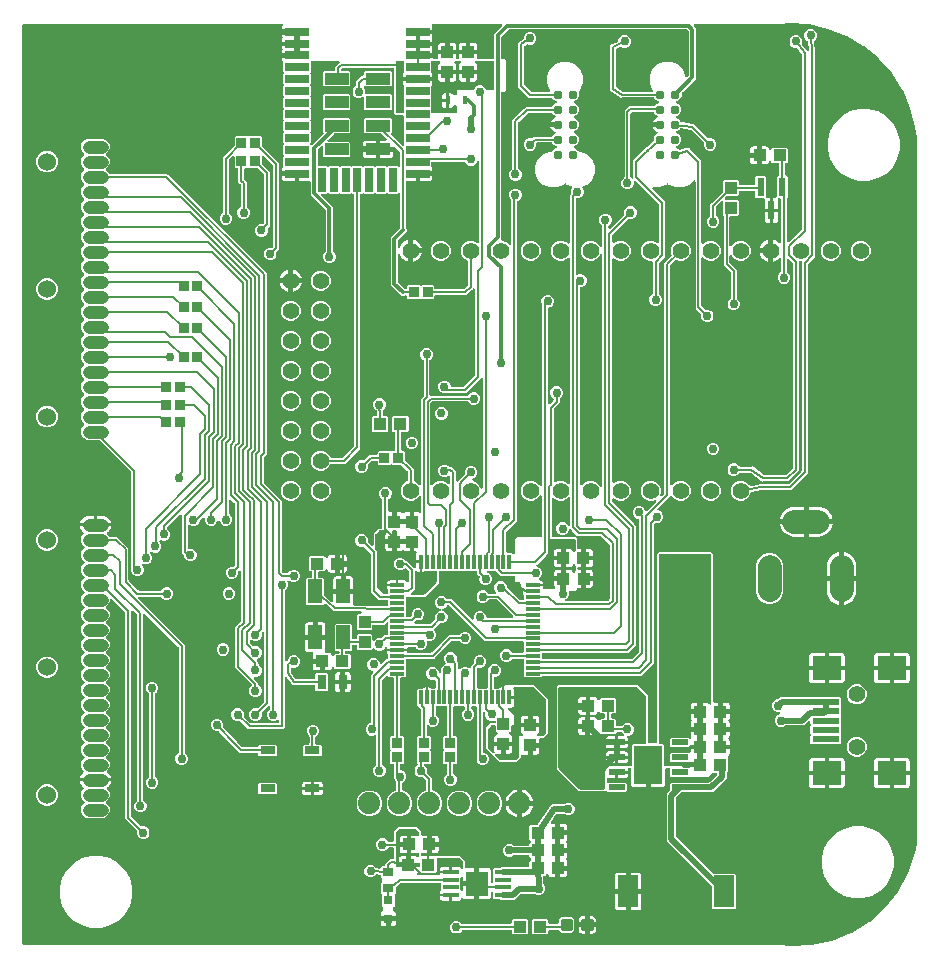
<source format=gbr>
G04 EAGLE Gerber RS-274X export*
G75*
%MOMM*%
%FSLAX34Y34*%
%LPD*%
%INTop Copper*%
%IPPOS*%
%AMOC8*
5,1,8,0,0,1.08239X$1,22.5*%
G01*
%ADD10C,2.000000*%
%ADD11C,0.300000*%
%ADD12R,1.701800X2.692400*%
%ADD13R,1.100000X1.000000*%
%ADD14C,1.879600*%
%ADD15R,1.333500X0.431800*%
%ADD16R,1.854200X2.159000*%
%ADD17R,0.799997X0.755600*%
%ADD18R,0.939800X0.711200*%
%ADD19R,1.000000X1.100000*%
%ADD20R,0.800000X1.200000*%
%ADD21C,0.787000*%
%ADD22R,1.193800X2.006600*%
%ADD23R,0.900000X0.850000*%
%ADD24R,0.850000X0.900000*%
%ADD25C,1.408000*%
%ADD26R,0.609600X1.625600*%
%ADD27R,2.006600X0.711200*%
%ADD28R,0.711200X2.006600*%
%ADD29R,2.006600X0.990600*%
%ADD30R,0.452400X0.749200*%
%ADD31R,1.270000X0.635000*%
%ADD32C,1.066800*%
%ADD33C,1.524000*%
%ADD34R,1.193800X0.304800*%
%ADD35R,0.304800X1.193800*%
%ADD36R,2.311400X0.508000*%
%ADD37R,2.489200X2.006600*%
%ADD38C,1.397000*%
%ADD39R,1.371600X0.482600*%
%ADD40R,2.413000X3.200400*%
%ADD41C,0.500000*%
%ADD42C,0.756400*%
%ADD43C,0.200000*%
%ADD44C,0.152400*%

G36*
X1288076Y32175D02*
X1288076Y32175D01*
X1288171Y32192D01*
X1288249Y32195D01*
X1305535Y35772D01*
X1305626Y35805D01*
X1305702Y35822D01*
X1322104Y42346D01*
X1322187Y42394D01*
X1322259Y42424D01*
X1337279Y51697D01*
X1337354Y51759D01*
X1337419Y51801D01*
X1350600Y63541D01*
X1350663Y63615D01*
X1350720Y63668D01*
X1361663Y77518D01*
X1361711Y77602D01*
X1361758Y77664D01*
X1370130Y93204D01*
X1370163Y93295D01*
X1370198Y93364D01*
X1375744Y110122D01*
X1375757Y110192D01*
X1375777Y110249D01*
X1377317Y118312D01*
X1377322Y118418D01*
X1377334Y118500D01*
X1377334Y716805D01*
X1377324Y716877D01*
X1377325Y716940D01*
X1376255Y724777D01*
X1376237Y724838D01*
X1376232Y724893D01*
X1372074Y740938D01*
X1372041Y741017D01*
X1372023Y741086D01*
X1365406Y756283D01*
X1365361Y756356D01*
X1365333Y756422D01*
X1356420Y770396D01*
X1356364Y770462D01*
X1356326Y770522D01*
X1345337Y782930D01*
X1345271Y782986D01*
X1345224Y783039D01*
X1332429Y793576D01*
X1332356Y793621D01*
X1332301Y793666D01*
X1318015Y802071D01*
X1317936Y802104D01*
X1317874Y802140D01*
X1302450Y808207D01*
X1302366Y808227D01*
X1302300Y808253D01*
X1286116Y811833D01*
X1286030Y811839D01*
X1285961Y811855D01*
X1269416Y812859D01*
X1269353Y812853D01*
X1269299Y812859D01*
X1262493Y812469D01*
X1262480Y812466D01*
X1262467Y812467D01*
X1262385Y812447D01*
X1262216Y812413D01*
X1262192Y812400D01*
X1262168Y812395D01*
X1262022Y812334D01*
X1260539Y812334D01*
X1260488Y812327D01*
X1260443Y812330D01*
X1258967Y812187D01*
X1258626Y812291D01*
X1258347Y812334D01*
X1258340Y812333D01*
X1258334Y812334D01*
X1189356Y812334D01*
X1189324Y812330D01*
X1189292Y812332D01*
X1189185Y812310D01*
X1189077Y812294D01*
X1189047Y812281D01*
X1189016Y812275D01*
X1188919Y812223D01*
X1188820Y812178D01*
X1188795Y812157D01*
X1188767Y812142D01*
X1188688Y812066D01*
X1188605Y811995D01*
X1188588Y811968D01*
X1188565Y811945D01*
X1188511Y811850D01*
X1188451Y811759D01*
X1188441Y811728D01*
X1188426Y811700D01*
X1188400Y811594D01*
X1188368Y811489D01*
X1188368Y811457D01*
X1188361Y811426D01*
X1188366Y811316D01*
X1188365Y811207D01*
X1188373Y811176D01*
X1188375Y811144D01*
X1188411Y811041D01*
X1188440Y810935D01*
X1188457Y810908D01*
X1188467Y810877D01*
X1188521Y810804D01*
X1188588Y810695D01*
X1188624Y810663D01*
X1188649Y810628D01*
X1190525Y808753D01*
X1190525Y766047D01*
X1188460Y763983D01*
X1179201Y754723D01*
X1179162Y754672D01*
X1179116Y754627D01*
X1179078Y754559D01*
X1179031Y754497D01*
X1179009Y754437D01*
X1178977Y754381D01*
X1178959Y754306D01*
X1178932Y754234D01*
X1178927Y754169D01*
X1178912Y754107D01*
X1178916Y754030D01*
X1178910Y753952D01*
X1178923Y753889D01*
X1178926Y753825D01*
X1178952Y753752D01*
X1178965Y753690D01*
X1178965Y751454D01*
X1177759Y750249D01*
X1177735Y750216D01*
X1177703Y750188D01*
X1177658Y750114D01*
X1177590Y750023D01*
X1177569Y749968D01*
X1177543Y749925D01*
X1177329Y749407D01*
X1175793Y747871D01*
X1173865Y747073D01*
X1173838Y747057D01*
X1173807Y747047D01*
X1173717Y746985D01*
X1173623Y746930D01*
X1173601Y746906D01*
X1173574Y746888D01*
X1173505Y746803D01*
X1173430Y746724D01*
X1173415Y746695D01*
X1173395Y746670D01*
X1173352Y746570D01*
X1173302Y746472D01*
X1173296Y746441D01*
X1173283Y746411D01*
X1173270Y746303D01*
X1173250Y746195D01*
X1173253Y746163D01*
X1173249Y746131D01*
X1173266Y746023D01*
X1173277Y745915D01*
X1173289Y745885D01*
X1173294Y745853D01*
X1173341Y745754D01*
X1173381Y745653D01*
X1173401Y745627D01*
X1173415Y745598D01*
X1173488Y745516D01*
X1173555Y745430D01*
X1173581Y745411D01*
X1173602Y745387D01*
X1173680Y745340D01*
X1173783Y745265D01*
X1173829Y745249D01*
X1173866Y745227D01*
X1175793Y744429D01*
X1177329Y742893D01*
X1178160Y740886D01*
X1178160Y738714D01*
X1177329Y736707D01*
X1175793Y735171D01*
X1173865Y734373D01*
X1173838Y734357D01*
X1173807Y734347D01*
X1173717Y734285D01*
X1173623Y734230D01*
X1173601Y734206D01*
X1173574Y734188D01*
X1173505Y734103D01*
X1173430Y734024D01*
X1173415Y733995D01*
X1173395Y733970D01*
X1173352Y733870D01*
X1173302Y733772D01*
X1173296Y733741D01*
X1173283Y733711D01*
X1173270Y733603D01*
X1173250Y733495D01*
X1173253Y733463D01*
X1173249Y733431D01*
X1173266Y733323D01*
X1173277Y733215D01*
X1173289Y733185D01*
X1173294Y733153D01*
X1173341Y733054D01*
X1173381Y732953D01*
X1173401Y732927D01*
X1173415Y732898D01*
X1173488Y732816D01*
X1173555Y732730D01*
X1173581Y732711D01*
X1173602Y732687D01*
X1173680Y732640D01*
X1173783Y732565D01*
X1173829Y732549D01*
X1173866Y732527D01*
X1175793Y731729D01*
X1177329Y730193D01*
X1177638Y729445D01*
X1177679Y729376D01*
X1177711Y729302D01*
X1177751Y729255D01*
X1177782Y729203D01*
X1177840Y729147D01*
X1177892Y729086D01*
X1177943Y729051D01*
X1177987Y729010D01*
X1178059Y728973D01*
X1178126Y728928D01*
X1178180Y728912D01*
X1178239Y728882D01*
X1178342Y728862D01*
X1178421Y728838D01*
X1187608Y727535D01*
X1187685Y727535D01*
X1187749Y727525D01*
X1188575Y727525D01*
X1188587Y727517D01*
X1188679Y727448D01*
X1188703Y727439D01*
X1188725Y727424D01*
X1188812Y727398D01*
X1188874Y727374D01*
X1189369Y726716D01*
X1189423Y726662D01*
X1189461Y726609D01*
X1200491Y715580D01*
X1200499Y715574D01*
X1200505Y715566D01*
X1200612Y715489D01*
X1200717Y715410D01*
X1200726Y715407D01*
X1200733Y715401D01*
X1200857Y715357D01*
X1200980Y715311D01*
X1200990Y715310D01*
X1200999Y715307D01*
X1201131Y715299D01*
X1201262Y715289D01*
X1201271Y715291D01*
X1201281Y715290D01*
X1201348Y715307D01*
X1203556Y715307D01*
X1205506Y714499D01*
X1206999Y713006D01*
X1207807Y711056D01*
X1207807Y708944D01*
X1206999Y706994D01*
X1205506Y705501D01*
X1203556Y704693D01*
X1201444Y704693D01*
X1199494Y705501D01*
X1198001Y706994D01*
X1197193Y708944D01*
X1197193Y711139D01*
X1197207Y711193D01*
X1197207Y711203D01*
X1197209Y711212D01*
X1197202Y711344D01*
X1197198Y711475D01*
X1197195Y711484D01*
X1197195Y711494D01*
X1197151Y711619D01*
X1197111Y711743D01*
X1197105Y711751D01*
X1197102Y711760D01*
X1197057Y711823D01*
X1196952Y711976D01*
X1196933Y711991D01*
X1196920Y712009D01*
X1186547Y722383D01*
X1186526Y722398D01*
X1186509Y722418D01*
X1186413Y722483D01*
X1186321Y722552D01*
X1186297Y722561D01*
X1186275Y722576D01*
X1186188Y722602D01*
X1186057Y722652D01*
X1186016Y722655D01*
X1185980Y722666D01*
X1177723Y723837D01*
X1177697Y723837D01*
X1177673Y723843D01*
X1177557Y723837D01*
X1177441Y723837D01*
X1177416Y723830D01*
X1177391Y723829D01*
X1177282Y723791D01*
X1177170Y723758D01*
X1177149Y723745D01*
X1177125Y723736D01*
X1177051Y723682D01*
X1176932Y723607D01*
X1176905Y723576D01*
X1176876Y723555D01*
X1175793Y722471D01*
X1173865Y721673D01*
X1173838Y721657D01*
X1173807Y721647D01*
X1173717Y721585D01*
X1173623Y721530D01*
X1173601Y721506D01*
X1173574Y721488D01*
X1173505Y721403D01*
X1173430Y721324D01*
X1173415Y721295D01*
X1173395Y721270D01*
X1173352Y721170D01*
X1173302Y721072D01*
X1173296Y721041D01*
X1173283Y721011D01*
X1173270Y720903D01*
X1173250Y720795D01*
X1173253Y720763D01*
X1173249Y720731D01*
X1173266Y720623D01*
X1173277Y720515D01*
X1173289Y720485D01*
X1173294Y720453D01*
X1173341Y720354D01*
X1173381Y720253D01*
X1173401Y720227D01*
X1173415Y720198D01*
X1173488Y720116D01*
X1173555Y720030D01*
X1173581Y720011D01*
X1173602Y719987D01*
X1173680Y719940D01*
X1173783Y719865D01*
X1173829Y719849D01*
X1173866Y719827D01*
X1175793Y719029D01*
X1177329Y717493D01*
X1178160Y715486D01*
X1178160Y713314D01*
X1177329Y711307D01*
X1175793Y709771D01*
X1173865Y708973D01*
X1173838Y708957D01*
X1173807Y708947D01*
X1173717Y708885D01*
X1173623Y708830D01*
X1173601Y708806D01*
X1173574Y708788D01*
X1173505Y708703D01*
X1173430Y708624D01*
X1173415Y708595D01*
X1173395Y708570D01*
X1173352Y708470D01*
X1173302Y708372D01*
X1173296Y708341D01*
X1173283Y708311D01*
X1173270Y708203D01*
X1173250Y708095D01*
X1173253Y708063D01*
X1173249Y708031D01*
X1173266Y707923D01*
X1173277Y707815D01*
X1173289Y707785D01*
X1173294Y707753D01*
X1173341Y707654D01*
X1173381Y707553D01*
X1173401Y707527D01*
X1173415Y707498D01*
X1173488Y707416D01*
X1173555Y707330D01*
X1173581Y707311D01*
X1173602Y707287D01*
X1173680Y707240D01*
X1173783Y707165D01*
X1173829Y707149D01*
X1173865Y707127D01*
X1175793Y706329D01*
X1176087Y706034D01*
X1176176Y705967D01*
X1176262Y705895D01*
X1176289Y705883D01*
X1176312Y705865D01*
X1176417Y705826D01*
X1176519Y705780D01*
X1176549Y705776D01*
X1176576Y705766D01*
X1176688Y705757D01*
X1176799Y705742D01*
X1176826Y705746D01*
X1176857Y705744D01*
X1177015Y705777D01*
X1177103Y705791D01*
X1181590Y707254D01*
X1181662Y707289D01*
X1181738Y707315D01*
X1181784Y707349D01*
X1181843Y707378D01*
X1181920Y707449D01*
X1181987Y707497D01*
X1182129Y707640D01*
X1182615Y707640D01*
X1182618Y707640D01*
X1182621Y707640D01*
X1182661Y707646D01*
X1182894Y707680D01*
X1182910Y707687D01*
X1182925Y707689D01*
X1183387Y707840D01*
X1183566Y707748D01*
X1183642Y707722D01*
X1183715Y707687D01*
X1183771Y707679D01*
X1183833Y707657D01*
X1183938Y707652D01*
X1184019Y707640D01*
X1184221Y707640D01*
X1184564Y707296D01*
X1184567Y707295D01*
X1184568Y707292D01*
X1184601Y707269D01*
X1184790Y707127D01*
X1184806Y707121D01*
X1184818Y707112D01*
X1185251Y706892D01*
X1185314Y706700D01*
X1185349Y706628D01*
X1185375Y706552D01*
X1185409Y706507D01*
X1185438Y706447D01*
X1185509Y706370D01*
X1185557Y706303D01*
X1193368Y698492D01*
X1195140Y696721D01*
X1195140Y626964D01*
X1195144Y626933D01*
X1195142Y626900D01*
X1195164Y626793D01*
X1195180Y626685D01*
X1195193Y626656D01*
X1195199Y626624D01*
X1195251Y626528D01*
X1195296Y626428D01*
X1195317Y626404D01*
X1195332Y626375D01*
X1195408Y626297D01*
X1195479Y626214D01*
X1195506Y626196D01*
X1195529Y626173D01*
X1195624Y626120D01*
X1195715Y626060D01*
X1195746Y626050D01*
X1195774Y626034D01*
X1195880Y626009D01*
X1195985Y625977D01*
X1196017Y625977D01*
X1196048Y625969D01*
X1196158Y625975D01*
X1196267Y625973D01*
X1196298Y625982D01*
X1196330Y625984D01*
X1196433Y626019D01*
X1196539Y626049D01*
X1196566Y626066D01*
X1196597Y626076D01*
X1196670Y626129D01*
X1196779Y626197D01*
X1196811Y626233D01*
X1196846Y626258D01*
X1198148Y627561D01*
X1201296Y628865D01*
X1204704Y628865D01*
X1207852Y627561D01*
X1210261Y625152D01*
X1211565Y622004D01*
X1211565Y618596D01*
X1210261Y615448D01*
X1207852Y613039D01*
X1204704Y611735D01*
X1201296Y611735D01*
X1198148Y613039D01*
X1196846Y614342D01*
X1196820Y614361D01*
X1196799Y614386D01*
X1196707Y614446D01*
X1196620Y614511D01*
X1196590Y614523D01*
X1196563Y614540D01*
X1196458Y614572D01*
X1196356Y614611D01*
X1196324Y614613D01*
X1196293Y614623D01*
X1196184Y614624D01*
X1196075Y614633D01*
X1196043Y614626D01*
X1196011Y614627D01*
X1195906Y614597D01*
X1195799Y614575D01*
X1195770Y614560D01*
X1195739Y614551D01*
X1195646Y614494D01*
X1195550Y614443D01*
X1195527Y614420D01*
X1195499Y614403D01*
X1195426Y614322D01*
X1195348Y614246D01*
X1195332Y614218D01*
X1195310Y614194D01*
X1195263Y614096D01*
X1195209Y614000D01*
X1195201Y613969D01*
X1195187Y613940D01*
X1195173Y613851D01*
X1195144Y613726D01*
X1195146Y613678D01*
X1195140Y613636D01*
X1195140Y573845D01*
X1195153Y573750D01*
X1195158Y573654D01*
X1195173Y573610D01*
X1195180Y573565D01*
X1195219Y573478D01*
X1195251Y573387D01*
X1195276Y573353D01*
X1195296Y573309D01*
X1195379Y573211D01*
X1195432Y573138D01*
X1197991Y570580D01*
X1197999Y570574D01*
X1198005Y570566D01*
X1198112Y570489D01*
X1198217Y570410D01*
X1198226Y570407D01*
X1198233Y570401D01*
X1198357Y570357D01*
X1198480Y570311D01*
X1198490Y570310D01*
X1198499Y570307D01*
X1198631Y570299D01*
X1198762Y570289D01*
X1198771Y570291D01*
X1198781Y570290D01*
X1198848Y570307D01*
X1201056Y570307D01*
X1203006Y569499D01*
X1204499Y568006D01*
X1205307Y566056D01*
X1205307Y563944D01*
X1204499Y561994D01*
X1203006Y560501D01*
X1201056Y559693D01*
X1198944Y559693D01*
X1196994Y560501D01*
X1195501Y561994D01*
X1194693Y563944D01*
X1194693Y566139D01*
X1194707Y566193D01*
X1194707Y566203D01*
X1194709Y566212D01*
X1194702Y566344D01*
X1194698Y566475D01*
X1194695Y566484D01*
X1194695Y566494D01*
X1194651Y566619D01*
X1194611Y566743D01*
X1194605Y566751D01*
X1194602Y566760D01*
X1194557Y566823D01*
X1194452Y566976D01*
X1194433Y566991D01*
X1194420Y567009D01*
X1190090Y571339D01*
X1190090Y678801D01*
X1190086Y678833D01*
X1190088Y678865D01*
X1190066Y678972D01*
X1190050Y679080D01*
X1190037Y679110D01*
X1190031Y679141D01*
X1189979Y679238D01*
X1189934Y679337D01*
X1189913Y679362D01*
X1189898Y679390D01*
X1189822Y679468D01*
X1189751Y679551D01*
X1189724Y679569D01*
X1189701Y679592D01*
X1189606Y679646D01*
X1189515Y679706D01*
X1189484Y679715D01*
X1189456Y679731D01*
X1189350Y679756D01*
X1189245Y679788D01*
X1189213Y679789D01*
X1189182Y679796D01*
X1189072Y679791D01*
X1188963Y679792D01*
X1188932Y679783D01*
X1188900Y679782D01*
X1188797Y679746D01*
X1188691Y679717D01*
X1188664Y679700D01*
X1188633Y679689D01*
X1188560Y679636D01*
X1188451Y679569D01*
X1188419Y679533D01*
X1188384Y679508D01*
X1185062Y676185D01*
X1179507Y673884D01*
X1173493Y673884D01*
X1167938Y676185D01*
X1167057Y677067D01*
X1167005Y677105D01*
X1166960Y677151D01*
X1166893Y677189D01*
X1166831Y677236D01*
X1166771Y677258D01*
X1166715Y677290D01*
X1166640Y677308D01*
X1166567Y677335D01*
X1166503Y677340D01*
X1166441Y677355D01*
X1166363Y677351D01*
X1166286Y677357D01*
X1166223Y677344D01*
X1166159Y677341D01*
X1166086Y677315D01*
X1166010Y677300D01*
X1165953Y677269D01*
X1165892Y677248D01*
X1165836Y677207D01*
X1165761Y677167D01*
X1165700Y677108D01*
X1165643Y677067D01*
X1164762Y676186D01*
X1159207Y673884D01*
X1154509Y673884D01*
X1154477Y673880D01*
X1154445Y673882D01*
X1154338Y673860D01*
X1154229Y673844D01*
X1154200Y673831D01*
X1154168Y673825D01*
X1154072Y673773D01*
X1153972Y673728D01*
X1153948Y673707D01*
X1153919Y673692D01*
X1153841Y673616D01*
X1153758Y673545D01*
X1153740Y673518D01*
X1153717Y673495D01*
X1153664Y673400D01*
X1153604Y673309D01*
X1153594Y673278D01*
X1153578Y673250D01*
X1153553Y673143D01*
X1153521Y673039D01*
X1153521Y673007D01*
X1153513Y672976D01*
X1153519Y672866D01*
X1153518Y672757D01*
X1153526Y672726D01*
X1153528Y672694D01*
X1153564Y672591D01*
X1153593Y672485D01*
X1153610Y672458D01*
X1153620Y672427D01*
X1153674Y672354D01*
X1153741Y672245D01*
X1153777Y672213D01*
X1153802Y672178D01*
X1164289Y661692D01*
X1164289Y615293D01*
X1159067Y610071D01*
X1159010Y609995D01*
X1158945Y609923D01*
X1158925Y609882D01*
X1158898Y609846D01*
X1158864Y609756D01*
X1158822Y609669D01*
X1158816Y609627D01*
X1158799Y609582D01*
X1158789Y609454D01*
X1158775Y609365D01*
X1158775Y584116D01*
X1158776Y584106D01*
X1158775Y584097D01*
X1158796Y583967D01*
X1158815Y583837D01*
X1158818Y583828D01*
X1158820Y583819D01*
X1158877Y583699D01*
X1158931Y583580D01*
X1158937Y583573D01*
X1158941Y583564D01*
X1159029Y583465D01*
X1159114Y583365D01*
X1159122Y583360D01*
X1159128Y583353D01*
X1159188Y583317D01*
X1160749Y581756D01*
X1161557Y579806D01*
X1161557Y577694D01*
X1160749Y575744D01*
X1159256Y574251D01*
X1157306Y573443D01*
X1155194Y573443D01*
X1153244Y574251D01*
X1151751Y575744D01*
X1150943Y577694D01*
X1150943Y579806D01*
X1151751Y581756D01*
X1153303Y583308D01*
X1153351Y583336D01*
X1153358Y583343D01*
X1153366Y583348D01*
X1153454Y583446D01*
X1153544Y583542D01*
X1153548Y583550D01*
X1153555Y583557D01*
X1153612Y583676D01*
X1153672Y583793D01*
X1153674Y583803D01*
X1153678Y583811D01*
X1153690Y583888D01*
X1153724Y584071D01*
X1153722Y584094D01*
X1153725Y584116D01*
X1153725Y610736D01*
X1153716Y610800D01*
X1153717Y610864D01*
X1153696Y610939D01*
X1153685Y611015D01*
X1153659Y611074D01*
X1153642Y611136D01*
X1153601Y611202D01*
X1153569Y611272D01*
X1153527Y611321D01*
X1153494Y611376D01*
X1153436Y611428D01*
X1153386Y611486D01*
X1153332Y611522D01*
X1153284Y611565D01*
X1153215Y611598D01*
X1153150Y611641D01*
X1153088Y611660D01*
X1153031Y611688D01*
X1152961Y611699D01*
X1152880Y611723D01*
X1152795Y611724D01*
X1152726Y611735D01*
X1150496Y611735D01*
X1147348Y613039D01*
X1144939Y615448D01*
X1143635Y618596D01*
X1143635Y622004D01*
X1144939Y625152D01*
X1147348Y627561D01*
X1150496Y628865D01*
X1153904Y628865D01*
X1157052Y627561D01*
X1157533Y627079D01*
X1157559Y627060D01*
X1157580Y627035D01*
X1157672Y626975D01*
X1157759Y626910D01*
X1157789Y626898D01*
X1157816Y626881D01*
X1157921Y626849D01*
X1158023Y626810D01*
X1158055Y626808D01*
X1158086Y626798D01*
X1158195Y626797D01*
X1158304Y626788D01*
X1158336Y626795D01*
X1158368Y626794D01*
X1158473Y626824D01*
X1158580Y626846D01*
X1158609Y626861D01*
X1158640Y626870D01*
X1158733Y626927D01*
X1158829Y626978D01*
X1158852Y627001D01*
X1158880Y627018D01*
X1158953Y627099D01*
X1159031Y627175D01*
X1159047Y627203D01*
X1159069Y627227D01*
X1159116Y627325D01*
X1159170Y627420D01*
X1159178Y627452D01*
X1159192Y627481D01*
X1159206Y627570D01*
X1159235Y627695D01*
X1159233Y627743D01*
X1159239Y627785D01*
X1159239Y659186D01*
X1159230Y659250D01*
X1159231Y659311D01*
X1159223Y659341D01*
X1159221Y659377D01*
X1159206Y659420D01*
X1159199Y659465D01*
X1159171Y659529D01*
X1159156Y659583D01*
X1159141Y659606D01*
X1159128Y659644D01*
X1159103Y659678D01*
X1159083Y659722D01*
X1159035Y659779D01*
X1159008Y659823D01*
X1158978Y659849D01*
X1158947Y659893D01*
X1139513Y679327D01*
X1139487Y679346D01*
X1139466Y679371D01*
X1139374Y679431D01*
X1139287Y679496D01*
X1139257Y679508D01*
X1139230Y679525D01*
X1139125Y679557D01*
X1139023Y679596D01*
X1138991Y679598D01*
X1138960Y679608D01*
X1138851Y679609D01*
X1138742Y679617D01*
X1138710Y679611D01*
X1138678Y679611D01*
X1138573Y679582D01*
X1138466Y679560D01*
X1138437Y679545D01*
X1138406Y679536D01*
X1138313Y679479D01*
X1138217Y679427D01*
X1138194Y679405D01*
X1138166Y679388D01*
X1138093Y679307D01*
X1138015Y679231D01*
X1137999Y679203D01*
X1137977Y679179D01*
X1137930Y679080D01*
X1137876Y678985D01*
X1137868Y678954D01*
X1137854Y678925D01*
X1137840Y678836D01*
X1137811Y678711D01*
X1137813Y678662D01*
X1137807Y678620D01*
X1137807Y676444D01*
X1136999Y674494D01*
X1135506Y673001D01*
X1133556Y672193D01*
X1131444Y672193D01*
X1129494Y673001D01*
X1128001Y674494D01*
X1127193Y676444D01*
X1127193Y678556D01*
X1128001Y680506D01*
X1129553Y682058D01*
X1129601Y682086D01*
X1129608Y682093D01*
X1129616Y682098D01*
X1129704Y682196D01*
X1129794Y682292D01*
X1129798Y682300D01*
X1129805Y682307D01*
X1129862Y682426D01*
X1129922Y682543D01*
X1129924Y682553D01*
X1129928Y682561D01*
X1129940Y682638D01*
X1129974Y682821D01*
X1129972Y682844D01*
X1129975Y682866D01*
X1129975Y738546D01*
X1132183Y740753D01*
X1133954Y742525D01*
X1154590Y742525D01*
X1154685Y742538D01*
X1154781Y742543D01*
X1154824Y742558D01*
X1154869Y742565D01*
X1154956Y742604D01*
X1155047Y742636D01*
X1155082Y742661D01*
X1155126Y742681D01*
X1155223Y742764D01*
X1155296Y742817D01*
X1156907Y744429D01*
X1158835Y745227D01*
X1158862Y745243D01*
X1158893Y745253D01*
X1158983Y745315D01*
X1159077Y745370D01*
X1159099Y745394D01*
X1159126Y745412D01*
X1159195Y745497D01*
X1159270Y745576D01*
X1159285Y745605D01*
X1159305Y745630D01*
X1159348Y745730D01*
X1159398Y745828D01*
X1159404Y745859D01*
X1159417Y745889D01*
X1159430Y745997D01*
X1159450Y746105D01*
X1159447Y746137D01*
X1159451Y746169D01*
X1159434Y746277D01*
X1159423Y746385D01*
X1159411Y746415D01*
X1159406Y746447D01*
X1159359Y746546D01*
X1159319Y746647D01*
X1159299Y746673D01*
X1159285Y746702D01*
X1159212Y746784D01*
X1159145Y746870D01*
X1159119Y746889D01*
X1159098Y746913D01*
X1159020Y746960D01*
X1158917Y747035D01*
X1158871Y747051D01*
X1158835Y747073D01*
X1156907Y747871D01*
X1155372Y749407D01*
X1155293Y749596D01*
X1155288Y749605D01*
X1155286Y749614D01*
X1155216Y749726D01*
X1155150Y749839D01*
X1155143Y749846D01*
X1155138Y749854D01*
X1155040Y749942D01*
X1154944Y750032D01*
X1154935Y750036D01*
X1154928Y750043D01*
X1154810Y750100D01*
X1154692Y750160D01*
X1154683Y750162D01*
X1154675Y750166D01*
X1154598Y750178D01*
X1154415Y750212D01*
X1154391Y750210D01*
X1154370Y750213D01*
X1129039Y750213D01*
X1128928Y750197D01*
X1128843Y750194D01*
X1126970Y749819D01*
X1119487Y754807D01*
X1119361Y754868D01*
X1119238Y754928D01*
X1119235Y754928D01*
X1119233Y754929D01*
X1118955Y754975D01*
X1118954Y754975D01*
X1118461Y755468D01*
X1118372Y755535D01*
X1118309Y755593D01*
X1117725Y755982D01*
X1117687Y756090D01*
X1117642Y756220D01*
X1117641Y756222D01*
X1117640Y756225D01*
X1117475Y756454D01*
X1117475Y757151D01*
X1117467Y757211D01*
X1117467Y757238D01*
X1117459Y757265D01*
X1117456Y757347D01*
X1117318Y758035D01*
X1117365Y758134D01*
X1117428Y758262D01*
X1117428Y758265D01*
X1117429Y758267D01*
X1117475Y758545D01*
X1117474Y758557D01*
X1117475Y758567D01*
X1117475Y791668D01*
X1117464Y791744D01*
X1117463Y791821D01*
X1117445Y791878D01*
X1117435Y791947D01*
X1117394Y792039D01*
X1117370Y792115D01*
X1117274Y792306D01*
X1117424Y792756D01*
X1117425Y792762D01*
X1117428Y792767D01*
X1117438Y792831D01*
X1117444Y792865D01*
X1117463Y792929D01*
X1117464Y792975D01*
X1117475Y793033D01*
X1117472Y793054D01*
X1117475Y793072D01*
X1117475Y793546D01*
X1117627Y793697D01*
X1117673Y793759D01*
X1117727Y793814D01*
X1117754Y793867D01*
X1117796Y793923D01*
X1117831Y794017D01*
X1117868Y794088D01*
X1117936Y794291D01*
X1118359Y794502D01*
X1118364Y794506D01*
X1118370Y794508D01*
X1118422Y794546D01*
X1118591Y794663D01*
X1118604Y794679D01*
X1118619Y794690D01*
X1118954Y795025D01*
X1119168Y795025D01*
X1119244Y795036D01*
X1119321Y795037D01*
X1119378Y795055D01*
X1119447Y795065D01*
X1119539Y795106D01*
X1119615Y795130D01*
X1124141Y797393D01*
X1124235Y797459D01*
X1124334Y797519D01*
X1124351Y797539D01*
X1124373Y797554D01*
X1124445Y797643D01*
X1124523Y797729D01*
X1124534Y797752D01*
X1124551Y797773D01*
X1124595Y797879D01*
X1124646Y797982D01*
X1124650Y798007D01*
X1124660Y798032D01*
X1124680Y798204D01*
X1124693Y798287D01*
X1124693Y798556D01*
X1125501Y800506D01*
X1126994Y801999D01*
X1128944Y802807D01*
X1131056Y802807D01*
X1133006Y801999D01*
X1134499Y800506D01*
X1135307Y798556D01*
X1135307Y796444D01*
X1134499Y794494D01*
X1133006Y793001D01*
X1131056Y792193D01*
X1128944Y792193D01*
X1127226Y792905D01*
X1127099Y792938D01*
X1126972Y792973D01*
X1126962Y792973D01*
X1126953Y792975D01*
X1126822Y792971D01*
X1126690Y792969D01*
X1126681Y792966D01*
X1126671Y792966D01*
X1126403Y792879D01*
X1126400Y792877D01*
X1126397Y792876D01*
X1123077Y791216D01*
X1122983Y791150D01*
X1122884Y791090D01*
X1122867Y791070D01*
X1122845Y791055D01*
X1122773Y790966D01*
X1122695Y790880D01*
X1122684Y790857D01*
X1122667Y790836D01*
X1122623Y790730D01*
X1122572Y790627D01*
X1122568Y790602D01*
X1122558Y790577D01*
X1122538Y790405D01*
X1122525Y790322D01*
X1122525Y759386D01*
X1122532Y759333D01*
X1122530Y759280D01*
X1122552Y759194D01*
X1122565Y759107D01*
X1122587Y759058D01*
X1122600Y759006D01*
X1122644Y758930D01*
X1122681Y758850D01*
X1122716Y758809D01*
X1122743Y758763D01*
X1122800Y758710D01*
X1122864Y758636D01*
X1122925Y758596D01*
X1122970Y758555D01*
X1128370Y754955D01*
X1128496Y754894D01*
X1128619Y754834D01*
X1128622Y754834D01*
X1128624Y754833D01*
X1128902Y754787D01*
X1128914Y754788D01*
X1128924Y754787D01*
X1152974Y754787D01*
X1153006Y754791D01*
X1153038Y754789D01*
X1153145Y754811D01*
X1153253Y754827D01*
X1153283Y754840D01*
X1153314Y754846D01*
X1153411Y754898D01*
X1153510Y754943D01*
X1153535Y754964D01*
X1153563Y754979D01*
X1153641Y755055D01*
X1153724Y755126D01*
X1153742Y755153D01*
X1153765Y755176D01*
X1153819Y755271D01*
X1153879Y755362D01*
X1153888Y755393D01*
X1153904Y755421D01*
X1153929Y755527D01*
X1153961Y755632D01*
X1153962Y755664D01*
X1153969Y755696D01*
X1153964Y755805D01*
X1153965Y755914D01*
X1153956Y755945D01*
X1153955Y755977D01*
X1153919Y756080D01*
X1153890Y756186D01*
X1153873Y756213D01*
X1153862Y756244D01*
X1153809Y756317D01*
X1153742Y756426D01*
X1153706Y756458D01*
X1153681Y756493D01*
X1153535Y756638D01*
X1151234Y762193D01*
X1151234Y768207D01*
X1153536Y773762D01*
X1157788Y778014D01*
X1163343Y780316D01*
X1169357Y780316D01*
X1174912Y778014D01*
X1179164Y773762D01*
X1181466Y768207D01*
X1181466Y767956D01*
X1181470Y767924D01*
X1181468Y767892D01*
X1181490Y767785D01*
X1181506Y767677D01*
X1181519Y767647D01*
X1181525Y767616D01*
X1181577Y767519D01*
X1181622Y767420D01*
X1181643Y767395D01*
X1181658Y767367D01*
X1181734Y767288D01*
X1181805Y767205D01*
X1181832Y767188D01*
X1181855Y767165D01*
X1181950Y767111D01*
X1182041Y767051D01*
X1182072Y767041D01*
X1182100Y767026D01*
X1182207Y767000D01*
X1182311Y766968D01*
X1182343Y766968D01*
X1182374Y766961D01*
X1182484Y766966D01*
X1182593Y766965D01*
X1182624Y766973D01*
X1182656Y766975D01*
X1182759Y767011D01*
X1182865Y767040D01*
X1182892Y767057D01*
X1182923Y767067D01*
X1182996Y767121D01*
X1183105Y767188D01*
X1183137Y767224D01*
X1183172Y767249D01*
X1184183Y768260D01*
X1184240Y768337D01*
X1184305Y768408D01*
X1184325Y768449D01*
X1184352Y768486D01*
X1184386Y768576D01*
X1184428Y768662D01*
X1184434Y768704D01*
X1184451Y768750D01*
X1184461Y768877D01*
X1184475Y768967D01*
X1184475Y805833D01*
X1184462Y805928D01*
X1184457Y806024D01*
X1184442Y806067D01*
X1184435Y806112D01*
X1184396Y806200D01*
X1184364Y806291D01*
X1184339Y806325D01*
X1184319Y806369D01*
X1184236Y806467D01*
X1184183Y806540D01*
X1183205Y807518D01*
X1183128Y807575D01*
X1183057Y807640D01*
X1183016Y807660D01*
X1182979Y807687D01*
X1182889Y807721D01*
X1182803Y807763D01*
X1182761Y807769D01*
X1182715Y807786D01*
X1182588Y807796D01*
X1182498Y807810D01*
X1032502Y807810D01*
X1032407Y807797D01*
X1032311Y807792D01*
X1032268Y807777D01*
X1032223Y807770D01*
X1032135Y807731D01*
X1032044Y807699D01*
X1032010Y807674D01*
X1031966Y807654D01*
X1031868Y807571D01*
X1031795Y807518D01*
X1025817Y801540D01*
X1025760Y801463D01*
X1025695Y801392D01*
X1025675Y801351D01*
X1025648Y801314D01*
X1025614Y801224D01*
X1025572Y801138D01*
X1025566Y801096D01*
X1025549Y801050D01*
X1025539Y800923D01*
X1025525Y800833D01*
X1025525Y783524D01*
X1025534Y783460D01*
X1025533Y783396D01*
X1025554Y783321D01*
X1025565Y783245D01*
X1025591Y783186D01*
X1025608Y783124D01*
X1025649Y783058D01*
X1025681Y782988D01*
X1025723Y782939D01*
X1025756Y782884D01*
X1025814Y782832D01*
X1025864Y782774D01*
X1025918Y782738D01*
X1025966Y782695D01*
X1026035Y782662D01*
X1026100Y782619D01*
X1026162Y782600D01*
X1026219Y782572D01*
X1026289Y782561D01*
X1026370Y782537D01*
X1026455Y782536D01*
X1026524Y782525D01*
X1028546Y782525D01*
X1030025Y781046D01*
X1030025Y756454D01*
X1028546Y754975D01*
X1026524Y754975D01*
X1026460Y754966D01*
X1026396Y754967D01*
X1026321Y754946D01*
X1026245Y754935D01*
X1026186Y754909D01*
X1026124Y754892D01*
X1026058Y754851D01*
X1025988Y754819D01*
X1025939Y754777D01*
X1025884Y754744D01*
X1025832Y754686D01*
X1025774Y754636D01*
X1025738Y754582D01*
X1025695Y754534D01*
X1025662Y754465D01*
X1025619Y754400D01*
X1025600Y754338D01*
X1025572Y754281D01*
X1025561Y754211D01*
X1025537Y754130D01*
X1025536Y754045D01*
X1025525Y753976D01*
X1025525Y630580D01*
X1025516Y630571D01*
X1025496Y630545D01*
X1025472Y630524D01*
X1025412Y630432D01*
X1025346Y630345D01*
X1025335Y630315D01*
X1025317Y630288D01*
X1025285Y630183D01*
X1025247Y630081D01*
X1025244Y630049D01*
X1025235Y630018D01*
X1025233Y629909D01*
X1025225Y629800D01*
X1025231Y629768D01*
X1025231Y629736D01*
X1025260Y629631D01*
X1025282Y629524D01*
X1025298Y629495D01*
X1025306Y629464D01*
X1025364Y629371D01*
X1025415Y629275D01*
X1025437Y629252D01*
X1025454Y629224D01*
X1025535Y629151D01*
X1025612Y629073D01*
X1025640Y629057D01*
X1025664Y629035D01*
X1025762Y628988D01*
X1025857Y628934D01*
X1025888Y628926D01*
X1025917Y628912D01*
X1026007Y628898D01*
X1026131Y628869D01*
X1026180Y628871D01*
X1026222Y628865D01*
X1026904Y628865D01*
X1030052Y627561D01*
X1032075Y625537D01*
X1032101Y625518D01*
X1032122Y625493D01*
X1032214Y625433D01*
X1032301Y625368D01*
X1032331Y625356D01*
X1032358Y625339D01*
X1032463Y625307D01*
X1032565Y625268D01*
X1032597Y625266D01*
X1032628Y625256D01*
X1032737Y625255D01*
X1032846Y625246D01*
X1032878Y625253D01*
X1032910Y625252D01*
X1033015Y625282D01*
X1033122Y625304D01*
X1033151Y625319D01*
X1033182Y625328D01*
X1033275Y625385D01*
X1033371Y625436D01*
X1033394Y625459D01*
X1033422Y625476D01*
X1033495Y625557D01*
X1033573Y625633D01*
X1033589Y625661D01*
X1033611Y625685D01*
X1033658Y625783D01*
X1033712Y625879D01*
X1033720Y625910D01*
X1033734Y625939D01*
X1033748Y626028D01*
X1033777Y626153D01*
X1033775Y626201D01*
X1033781Y626243D01*
X1033781Y663300D01*
X1033768Y663395D01*
X1033763Y663491D01*
X1033748Y663534D01*
X1033741Y663579D01*
X1033702Y663667D01*
X1033670Y663758D01*
X1033645Y663792D01*
X1033625Y663836D01*
X1033542Y663933D01*
X1033489Y664007D01*
X1033001Y664494D01*
X1032193Y666444D01*
X1032193Y668556D01*
X1033001Y670506D01*
X1034494Y671999D01*
X1036444Y672807D01*
X1038556Y672807D01*
X1040506Y671999D01*
X1041999Y670506D01*
X1042807Y668556D01*
X1042807Y666444D01*
X1041999Y664494D01*
X1040506Y663001D01*
X1039448Y662563D01*
X1039439Y662558D01*
X1039430Y662555D01*
X1039318Y662486D01*
X1039205Y662419D01*
X1039198Y662412D01*
X1039190Y662407D01*
X1039101Y662309D01*
X1039012Y662213D01*
X1039008Y662205D01*
X1039001Y662198D01*
X1038944Y662079D01*
X1038884Y661962D01*
X1038882Y661953D01*
X1038878Y661944D01*
X1038866Y661868D01*
X1038832Y661685D01*
X1038834Y661661D01*
X1038831Y661640D01*
X1038831Y391342D01*
X1037059Y389571D01*
X1030317Y382829D01*
X1030260Y382752D01*
X1030195Y382681D01*
X1030175Y382640D01*
X1030148Y382603D01*
X1030114Y382513D01*
X1030072Y382427D01*
X1030066Y382385D01*
X1030049Y382339D01*
X1030039Y382212D01*
X1030025Y382122D01*
X1030025Y365493D01*
X1030034Y365429D01*
X1030033Y365365D01*
X1030054Y365290D01*
X1030065Y365214D01*
X1030091Y365155D01*
X1030108Y365093D01*
X1030149Y365027D01*
X1030181Y364957D01*
X1030223Y364908D01*
X1030256Y364853D01*
X1030314Y364801D01*
X1030364Y364743D01*
X1030418Y364707D01*
X1030466Y364664D01*
X1030535Y364631D01*
X1030600Y364588D01*
X1030662Y364569D01*
X1030719Y364541D01*
X1030789Y364530D01*
X1030870Y364506D01*
X1030955Y364505D01*
X1031024Y364494D01*
X1034656Y364494D01*
X1035769Y363380D01*
X1035795Y363361D01*
X1035816Y363336D01*
X1035908Y363276D01*
X1035995Y363211D01*
X1036025Y363199D01*
X1036052Y363182D01*
X1036157Y363150D01*
X1036259Y363111D01*
X1036291Y363109D01*
X1036322Y363099D01*
X1036431Y363098D01*
X1036540Y363089D01*
X1036572Y363096D01*
X1036604Y363095D01*
X1036709Y363125D01*
X1036816Y363147D01*
X1036845Y363162D01*
X1036876Y363171D01*
X1036969Y363228D01*
X1037065Y363279D01*
X1037088Y363302D01*
X1037116Y363319D01*
X1037189Y363400D01*
X1037267Y363476D01*
X1037283Y363504D01*
X1037305Y363528D01*
X1037352Y363626D01*
X1037406Y363721D01*
X1037414Y363753D01*
X1037428Y363782D01*
X1037442Y363871D01*
X1037471Y363996D01*
X1037469Y364044D01*
X1037475Y364086D01*
X1037475Y376046D01*
X1038954Y377525D01*
X1058976Y377525D01*
X1059040Y377534D01*
X1059104Y377533D01*
X1059179Y377554D01*
X1059255Y377565D01*
X1059314Y377591D01*
X1059376Y377608D01*
X1059442Y377649D01*
X1059512Y377681D01*
X1059561Y377723D01*
X1059616Y377756D01*
X1059668Y377814D01*
X1059726Y377864D01*
X1059762Y377918D01*
X1059805Y377966D01*
X1059838Y378035D01*
X1059881Y378100D01*
X1059900Y378162D01*
X1059928Y378219D01*
X1059939Y378289D01*
X1059963Y378370D01*
X1059964Y378455D01*
X1059975Y378524D01*
X1059975Y412330D01*
X1059963Y412416D01*
X1059960Y412502D01*
X1059943Y412555D01*
X1059935Y412609D01*
X1059900Y412688D01*
X1059873Y412770D01*
X1059842Y412816D01*
X1059819Y412866D01*
X1059763Y412932D01*
X1059714Y413003D01*
X1059672Y413038D01*
X1059636Y413080D01*
X1059563Y413128D01*
X1059496Y413183D01*
X1059446Y413204D01*
X1059400Y413235D01*
X1059317Y413260D01*
X1059237Y413294D01*
X1059183Y413301D01*
X1059130Y413317D01*
X1059043Y413318D01*
X1058957Y413329D01*
X1058903Y413320D01*
X1058848Y413321D01*
X1058764Y413298D01*
X1058679Y413284D01*
X1058629Y413260D01*
X1058576Y413245D01*
X1058502Y413200D01*
X1058424Y413163D01*
X1058383Y413126D01*
X1058336Y413097D01*
X1058278Y413033D01*
X1058213Y412975D01*
X1058187Y412932D01*
X1058147Y412888D01*
X1058098Y412786D01*
X1058053Y412712D01*
X1057861Y412248D01*
X1055452Y409839D01*
X1052304Y408535D01*
X1048896Y408535D01*
X1045748Y409839D01*
X1043339Y412248D01*
X1042035Y415396D01*
X1042035Y418804D01*
X1043339Y421952D01*
X1045748Y424361D01*
X1048896Y425665D01*
X1052304Y425665D01*
X1055452Y424361D01*
X1057861Y421952D01*
X1058053Y421488D01*
X1058097Y421413D01*
X1058133Y421334D01*
X1058168Y421293D01*
X1058196Y421245D01*
X1058260Y421186D01*
X1058316Y421120D01*
X1058362Y421090D01*
X1058402Y421052D01*
X1058479Y421013D01*
X1058552Y420965D01*
X1058605Y420949D01*
X1058654Y420925D01*
X1058739Y420908D01*
X1058822Y420883D01*
X1058877Y420882D01*
X1058931Y420872D01*
X1059017Y420881D01*
X1059104Y420879D01*
X1059157Y420894D01*
X1059211Y420899D01*
X1059292Y420931D01*
X1059376Y420955D01*
X1059423Y420983D01*
X1059473Y421004D01*
X1059542Y421057D01*
X1059616Y421103D01*
X1059652Y421143D01*
X1059696Y421177D01*
X1059747Y421248D01*
X1059805Y421312D01*
X1059829Y421361D01*
X1059861Y421406D01*
X1059890Y421488D01*
X1059928Y421566D01*
X1059936Y421616D01*
X1059955Y421672D01*
X1059962Y421785D01*
X1059975Y421870D01*
X1059975Y575565D01*
X1059969Y575606D01*
X1059972Y575648D01*
X1059952Y575732D01*
X1059935Y575844D01*
X1059911Y575898D01*
X1059899Y575947D01*
X1059693Y576444D01*
X1059693Y578556D01*
X1060501Y580506D01*
X1061994Y581999D01*
X1063944Y582807D01*
X1066056Y582807D01*
X1068006Y581999D01*
X1069499Y580506D01*
X1070307Y578556D01*
X1070307Y576444D01*
X1069499Y574494D01*
X1068006Y573001D01*
X1066056Y572193D01*
X1066024Y572193D01*
X1065960Y572184D01*
X1065896Y572185D01*
X1065821Y572164D01*
X1065745Y572153D01*
X1065686Y572127D01*
X1065624Y572110D01*
X1065558Y572069D01*
X1065488Y572037D01*
X1065439Y571995D01*
X1065384Y571962D01*
X1065332Y571904D01*
X1065274Y571854D01*
X1065238Y571800D01*
X1065195Y571752D01*
X1065162Y571683D01*
X1065119Y571618D01*
X1065100Y571556D01*
X1065072Y571499D01*
X1065061Y571429D01*
X1065037Y571348D01*
X1065036Y571263D01*
X1065025Y571194D01*
X1065025Y491008D01*
X1065029Y490976D01*
X1065027Y490944D01*
X1065049Y490837D01*
X1065065Y490728D01*
X1065078Y490699D01*
X1065084Y490667D01*
X1065136Y490571D01*
X1065181Y490471D01*
X1065202Y490447D01*
X1065217Y490419D01*
X1065293Y490340D01*
X1065364Y490257D01*
X1065391Y490240D01*
X1065414Y490216D01*
X1065509Y490163D01*
X1065600Y490103D01*
X1065631Y490093D01*
X1065659Y490077D01*
X1065765Y490052D01*
X1065870Y490020D01*
X1065902Y490020D01*
X1065933Y490012D01*
X1066043Y490018D01*
X1066152Y490017D01*
X1066183Y490025D01*
X1066215Y490027D01*
X1066318Y490063D01*
X1066424Y490092D01*
X1066451Y490109D01*
X1066482Y490119D01*
X1066555Y490173D01*
X1066664Y490240D01*
X1066696Y490276D01*
X1066731Y490301D01*
X1069683Y493253D01*
X1069740Y493330D01*
X1069805Y493401D01*
X1069825Y493442D01*
X1069852Y493479D01*
X1069886Y493569D01*
X1069928Y493655D01*
X1069934Y493697D01*
X1069951Y493743D01*
X1069961Y493870D01*
X1069975Y493960D01*
X1069975Y494634D01*
X1069974Y494644D01*
X1069975Y494653D01*
X1069954Y494783D01*
X1069935Y494913D01*
X1069932Y494922D01*
X1069930Y494931D01*
X1069873Y495050D01*
X1069819Y495170D01*
X1069813Y495177D01*
X1069809Y495186D01*
X1069721Y495285D01*
X1069636Y495385D01*
X1069628Y495390D01*
X1069622Y495397D01*
X1069562Y495433D01*
X1068001Y496994D01*
X1067193Y498944D01*
X1067193Y501056D01*
X1068001Y503006D01*
X1069494Y504499D01*
X1071444Y505307D01*
X1073556Y505307D01*
X1075506Y504499D01*
X1076999Y503006D01*
X1077807Y501056D01*
X1077807Y498944D01*
X1076999Y496994D01*
X1075447Y495442D01*
X1075399Y495414D01*
X1075392Y495407D01*
X1075384Y495402D01*
X1075296Y495304D01*
X1075206Y495208D01*
X1075202Y495200D01*
X1075195Y495193D01*
X1075138Y495074D01*
X1075078Y494957D01*
X1075076Y494947D01*
X1075072Y494939D01*
X1075060Y494862D01*
X1075026Y494679D01*
X1075028Y494656D01*
X1075025Y494634D01*
X1075025Y491454D01*
X1070317Y486747D01*
X1070260Y486670D01*
X1070195Y486599D01*
X1070175Y486558D01*
X1070148Y486521D01*
X1070114Y486431D01*
X1070072Y486345D01*
X1070066Y486303D01*
X1070049Y486257D01*
X1070039Y486130D01*
X1070025Y486040D01*
X1070025Y425391D01*
X1070041Y425274D01*
X1070053Y425155D01*
X1070061Y425134D01*
X1070065Y425112D01*
X1070113Y425004D01*
X1070157Y424893D01*
X1070171Y424875D01*
X1070181Y424855D01*
X1070258Y424765D01*
X1070331Y424671D01*
X1070349Y424658D01*
X1070364Y424640D01*
X1070464Y424575D01*
X1070560Y424506D01*
X1070581Y424498D01*
X1070600Y424486D01*
X1070714Y424451D01*
X1070825Y424412D01*
X1070848Y424410D01*
X1070870Y424404D01*
X1070988Y424402D01*
X1071107Y424395D01*
X1071128Y424400D01*
X1071152Y424400D01*
X1071331Y424449D01*
X1071406Y424468D01*
X1074296Y425665D01*
X1077704Y425665D01*
X1080852Y424361D01*
X1082245Y422967D01*
X1082271Y422948D01*
X1082292Y422923D01*
X1082384Y422863D01*
X1082471Y422798D01*
X1082501Y422786D01*
X1082528Y422769D01*
X1082633Y422737D01*
X1082735Y422698D01*
X1082767Y422696D01*
X1082798Y422686D01*
X1082907Y422685D01*
X1083016Y422676D01*
X1083048Y422683D01*
X1083080Y422682D01*
X1083185Y422712D01*
X1083292Y422734D01*
X1083321Y422749D01*
X1083352Y422758D01*
X1083445Y422815D01*
X1083541Y422866D01*
X1083564Y422889D01*
X1083592Y422906D01*
X1083665Y422987D01*
X1083743Y423063D01*
X1083759Y423091D01*
X1083781Y423115D01*
X1083828Y423213D01*
X1083882Y423309D01*
X1083890Y423340D01*
X1083904Y423369D01*
X1083918Y423458D01*
X1083947Y423583D01*
X1083945Y423631D01*
X1083951Y423673D01*
X1083951Y590646D01*
X1083938Y590741D01*
X1083933Y590837D01*
X1083918Y590880D01*
X1083911Y590925D01*
X1083872Y591013D01*
X1083840Y591104D01*
X1083815Y591138D01*
X1083795Y591182D01*
X1083712Y591280D01*
X1083669Y591338D01*
X1083669Y613445D01*
X1083665Y613476D01*
X1083667Y613509D01*
X1083645Y613616D01*
X1083629Y613724D01*
X1083616Y613753D01*
X1083610Y613785D01*
X1083558Y613881D01*
X1083513Y613981D01*
X1083492Y614005D01*
X1083477Y614034D01*
X1083401Y614112D01*
X1083330Y614195D01*
X1083303Y614213D01*
X1083280Y614236D01*
X1083185Y614289D01*
X1083094Y614349D01*
X1083063Y614359D01*
X1083035Y614375D01*
X1082929Y614400D01*
X1082824Y614432D01*
X1082792Y614432D01*
X1082761Y614440D01*
X1082651Y614434D01*
X1082542Y614436D01*
X1082511Y614427D01*
X1082479Y614425D01*
X1082376Y614390D01*
X1082270Y614360D01*
X1082243Y614343D01*
X1082212Y614333D01*
X1082139Y614280D01*
X1082030Y614212D01*
X1081998Y614176D01*
X1081963Y614151D01*
X1080852Y613039D01*
X1077704Y611735D01*
X1074296Y611735D01*
X1071148Y613039D01*
X1068739Y615448D01*
X1067435Y618596D01*
X1067435Y622004D01*
X1068739Y625152D01*
X1071148Y627561D01*
X1074296Y628865D01*
X1077704Y628865D01*
X1080852Y627561D01*
X1081963Y626449D01*
X1081989Y626430D01*
X1082010Y626405D01*
X1082102Y626345D01*
X1082189Y626280D01*
X1082219Y626268D01*
X1082246Y626251D01*
X1082351Y626219D01*
X1082453Y626180D01*
X1082485Y626178D01*
X1082516Y626168D01*
X1082625Y626167D01*
X1082734Y626158D01*
X1082766Y626165D01*
X1082798Y626164D01*
X1082903Y626194D01*
X1083010Y626216D01*
X1083039Y626231D01*
X1083070Y626240D01*
X1083163Y626297D01*
X1083259Y626348D01*
X1083282Y626371D01*
X1083310Y626388D01*
X1083383Y626469D01*
X1083461Y626545D01*
X1083477Y626573D01*
X1083499Y626597D01*
X1083546Y626695D01*
X1083600Y626791D01*
X1083608Y626822D01*
X1083622Y626851D01*
X1083636Y626940D01*
X1083665Y627065D01*
X1083663Y627113D01*
X1083669Y627155D01*
X1083669Y667240D01*
X1084420Y667991D01*
X1084426Y667999D01*
X1084434Y668005D01*
X1084511Y668112D01*
X1084590Y668217D01*
X1084593Y668226D01*
X1084599Y668233D01*
X1084643Y668357D01*
X1084689Y668480D01*
X1084690Y668490D01*
X1084693Y668499D01*
X1084701Y668631D01*
X1084711Y668762D01*
X1084709Y668771D01*
X1084710Y668781D01*
X1084693Y668848D01*
X1084693Y671056D01*
X1085501Y673006D01*
X1085502Y673007D01*
X1085573Y673101D01*
X1085648Y673193D01*
X1085657Y673214D01*
X1085671Y673232D01*
X1085713Y673343D01*
X1085760Y673452D01*
X1085763Y673475D01*
X1085771Y673496D01*
X1085780Y673614D01*
X1085794Y673732D01*
X1085791Y673754D01*
X1085792Y673777D01*
X1085768Y673893D01*
X1085749Y674010D01*
X1085739Y674031D01*
X1085735Y674053D01*
X1085679Y674158D01*
X1085628Y674265D01*
X1085613Y674282D01*
X1085602Y674302D01*
X1085520Y674387D01*
X1085441Y674476D01*
X1085422Y674487D01*
X1085406Y674504D01*
X1085243Y674597D01*
X1085178Y674636D01*
X1081438Y676185D01*
X1080557Y677067D01*
X1080505Y677105D01*
X1080460Y677151D01*
X1080393Y677189D01*
X1080331Y677236D01*
X1080271Y677258D01*
X1080215Y677290D01*
X1080140Y677308D01*
X1080067Y677335D01*
X1080003Y677340D01*
X1079941Y677355D01*
X1079863Y677351D01*
X1079786Y677357D01*
X1079723Y677344D01*
X1079659Y677341D01*
X1079586Y677315D01*
X1079510Y677300D01*
X1079453Y677269D01*
X1079392Y677248D01*
X1079336Y677207D01*
X1079261Y677167D01*
X1079200Y677108D01*
X1079143Y677067D01*
X1078262Y676186D01*
X1072707Y673884D01*
X1066693Y673884D01*
X1061138Y676186D01*
X1056886Y680438D01*
X1054584Y685993D01*
X1054584Y692007D01*
X1056886Y697562D01*
X1061138Y701814D01*
X1066693Y704116D01*
X1067923Y704116D01*
X1067933Y704117D01*
X1067942Y704116D01*
X1068072Y704137D01*
X1068203Y704156D01*
X1068211Y704159D01*
X1068221Y704161D01*
X1068340Y704218D01*
X1068460Y704272D01*
X1068467Y704278D01*
X1068475Y704282D01*
X1068574Y704370D01*
X1068674Y704455D01*
X1068679Y704463D01*
X1068686Y704469D01*
X1068726Y704535D01*
X1068828Y704691D01*
X1068835Y704714D01*
X1068836Y704715D01*
X1068842Y704725D01*
X1068843Y704726D01*
X1068847Y704733D01*
X1068872Y704793D01*
X1070407Y706329D01*
X1072335Y707127D01*
X1072362Y707143D01*
X1072393Y707153D01*
X1072483Y707215D01*
X1072577Y707270D01*
X1072599Y707294D01*
X1072626Y707312D01*
X1072695Y707397D01*
X1072770Y707476D01*
X1072785Y707505D01*
X1072805Y707530D01*
X1072848Y707630D01*
X1072898Y707728D01*
X1072904Y707759D01*
X1072917Y707789D01*
X1072930Y707897D01*
X1072950Y708005D01*
X1072947Y708037D01*
X1072951Y708069D01*
X1072934Y708177D01*
X1072923Y708285D01*
X1072911Y708315D01*
X1072906Y708347D01*
X1072859Y708446D01*
X1072819Y708547D01*
X1072799Y708573D01*
X1072785Y708602D01*
X1072712Y708684D01*
X1072645Y708770D01*
X1072619Y708789D01*
X1072598Y708813D01*
X1072520Y708860D01*
X1072417Y708935D01*
X1072371Y708951D01*
X1072335Y708973D01*
X1070407Y709771D01*
X1068872Y711307D01*
X1068793Y711496D01*
X1068788Y711505D01*
X1068786Y711514D01*
X1068716Y711626D01*
X1068650Y711739D01*
X1068643Y711746D01*
X1068638Y711754D01*
X1068540Y711842D01*
X1068444Y711932D01*
X1068435Y711936D01*
X1068428Y711943D01*
X1068310Y712000D01*
X1068192Y712060D01*
X1068183Y712062D01*
X1068175Y712066D01*
X1068098Y712078D01*
X1067915Y712112D01*
X1067891Y712110D01*
X1067870Y712113D01*
X1056306Y712113D01*
X1056242Y712104D01*
X1056178Y712105D01*
X1056103Y712084D01*
X1056027Y712073D01*
X1055968Y712047D01*
X1055906Y712030D01*
X1055840Y711989D01*
X1055770Y711957D01*
X1055721Y711915D01*
X1055666Y711882D01*
X1055614Y711824D01*
X1055556Y711774D01*
X1055520Y711720D01*
X1055477Y711672D01*
X1055444Y711603D01*
X1055401Y711538D01*
X1055382Y711476D01*
X1055354Y711419D01*
X1055343Y711349D01*
X1055319Y711268D01*
X1055318Y711183D01*
X1055307Y711114D01*
X1055307Y708944D01*
X1054499Y706994D01*
X1053006Y705501D01*
X1051056Y704693D01*
X1048944Y704693D01*
X1046994Y705501D01*
X1045501Y706994D01*
X1044693Y708944D01*
X1044693Y711056D01*
X1045501Y713006D01*
X1046994Y714499D01*
X1048944Y715307D01*
X1051139Y715307D01*
X1051193Y715293D01*
X1051203Y715293D01*
X1051212Y715291D01*
X1051344Y715298D01*
X1051475Y715302D01*
X1051484Y715305D01*
X1051494Y715305D01*
X1051619Y715349D01*
X1051743Y715389D01*
X1051751Y715395D01*
X1051760Y715398D01*
X1051823Y715443D01*
X1051976Y715548D01*
X1051991Y715567D01*
X1052009Y715580D01*
X1053354Y716925D01*
X1055464Y716925D01*
X1055468Y716922D01*
X1055539Y716857D01*
X1055580Y716837D01*
X1055617Y716810D01*
X1055707Y716776D01*
X1055793Y716734D01*
X1055835Y716728D01*
X1055881Y716711D01*
X1056008Y716701D01*
X1056098Y716687D01*
X1067870Y716687D01*
X1067879Y716688D01*
X1067889Y716687D01*
X1068018Y716708D01*
X1068149Y716727D01*
X1068158Y716730D01*
X1068167Y716732D01*
X1068286Y716789D01*
X1068406Y716843D01*
X1068413Y716849D01*
X1068422Y716853D01*
X1068520Y716941D01*
X1068620Y717026D01*
X1068626Y717034D01*
X1068633Y717040D01*
X1068673Y717106D01*
X1068775Y717262D01*
X1068782Y717285D01*
X1068793Y717304D01*
X1068872Y717493D01*
X1070407Y719029D01*
X1071007Y719277D01*
X1071035Y719293D01*
X1071065Y719303D01*
X1071156Y719365D01*
X1071250Y719421D01*
X1071272Y719444D01*
X1071298Y719462D01*
X1071368Y719546D01*
X1071443Y719626D01*
X1071457Y719655D01*
X1071478Y719680D01*
X1071521Y719780D01*
X1071570Y719878D01*
X1071576Y719909D01*
X1071589Y719939D01*
X1071603Y720048D01*
X1071623Y720155D01*
X1071620Y720187D01*
X1071624Y720219D01*
X1071606Y720327D01*
X1071596Y720436D01*
X1071584Y720465D01*
X1071579Y720497D01*
X1071532Y720596D01*
X1071491Y720698D01*
X1071472Y720723D01*
X1071458Y720752D01*
X1071385Y720834D01*
X1071318Y720920D01*
X1071292Y720939D01*
X1071270Y720963D01*
X1071193Y721010D01*
X1071089Y721085D01*
X1071043Y721101D01*
X1071007Y721123D01*
X1070433Y721361D01*
X1069372Y722070D01*
X1068470Y722972D01*
X1067761Y724033D01*
X1067305Y725133D01*
X1072500Y725133D01*
X1072564Y725142D01*
X1072628Y725141D01*
X1072703Y725162D01*
X1072779Y725173D01*
X1072838Y725199D01*
X1072900Y725217D01*
X1072966Y725257D01*
X1073036Y725289D01*
X1073085Y725331D01*
X1073140Y725365D01*
X1073192Y725422D01*
X1073250Y725473D01*
X1073286Y725526D01*
X1073329Y725574D01*
X1073362Y725644D01*
X1073405Y725709D01*
X1073424Y725770D01*
X1073452Y725828D01*
X1073463Y725897D01*
X1073487Y725978D01*
X1073488Y726063D01*
X1073499Y726132D01*
X1073499Y728068D01*
X1073490Y728131D01*
X1073491Y728195D01*
X1073470Y728270D01*
X1073459Y728347D01*
X1073433Y728405D01*
X1073416Y728467D01*
X1073375Y728533D01*
X1073343Y728604D01*
X1073301Y728652D01*
X1073268Y728707D01*
X1073210Y728759D01*
X1073160Y728818D01*
X1073106Y728853D01*
X1073058Y728896D01*
X1072989Y728930D01*
X1072924Y728972D01*
X1072862Y728991D01*
X1072805Y729019D01*
X1072735Y729030D01*
X1072654Y729055D01*
X1072569Y729056D01*
X1072500Y729067D01*
X1067305Y729067D01*
X1067761Y730167D01*
X1068470Y731228D01*
X1069372Y732130D01*
X1070433Y732839D01*
X1071007Y733077D01*
X1071035Y733093D01*
X1071065Y733103D01*
X1071156Y733165D01*
X1071250Y733220D01*
X1071272Y733244D01*
X1071299Y733262D01*
X1071368Y733346D01*
X1071443Y733426D01*
X1071457Y733455D01*
X1071478Y733480D01*
X1071521Y733580D01*
X1071570Y733677D01*
X1071576Y733709D01*
X1071589Y733739D01*
X1071603Y733847D01*
X1071623Y733955D01*
X1071620Y733987D01*
X1071624Y734019D01*
X1071606Y734126D01*
X1071596Y734235D01*
X1071584Y734265D01*
X1071579Y734297D01*
X1071532Y734396D01*
X1071491Y734497D01*
X1071471Y734523D01*
X1071458Y734552D01*
X1071385Y734633D01*
X1071318Y734720D01*
X1071292Y734738D01*
X1071270Y734763D01*
X1071193Y734810D01*
X1071089Y734885D01*
X1071043Y734901D01*
X1071007Y734923D01*
X1070407Y735171D01*
X1068854Y736724D01*
X1068815Y736788D01*
X1068748Y736901D01*
X1068741Y736908D01*
X1068736Y736916D01*
X1068639Y737004D01*
X1068542Y737094D01*
X1068534Y737098D01*
X1068527Y737105D01*
X1068409Y737162D01*
X1068291Y737222D01*
X1068282Y737224D01*
X1068273Y737228D01*
X1068197Y737240D01*
X1068014Y737274D01*
X1067990Y737272D01*
X1067969Y737275D01*
X1048760Y737275D01*
X1048665Y737262D01*
X1048569Y737257D01*
X1048525Y737242D01*
X1048480Y737235D01*
X1048393Y737196D01*
X1048302Y737164D01*
X1048268Y737139D01*
X1048224Y737119D01*
X1048126Y737036D01*
X1048053Y736983D01*
X1040317Y729247D01*
X1040260Y729170D01*
X1040195Y729099D01*
X1040175Y729058D01*
X1040148Y729021D01*
X1040114Y728931D01*
X1040072Y728845D01*
X1040066Y728803D01*
X1040049Y728757D01*
X1040039Y728630D01*
X1040025Y728540D01*
X1040025Y690366D01*
X1040026Y690356D01*
X1040025Y690347D01*
X1040046Y690217D01*
X1040065Y690087D01*
X1040068Y690078D01*
X1040070Y690069D01*
X1040127Y689949D01*
X1040181Y689830D01*
X1040187Y689823D01*
X1040191Y689814D01*
X1040279Y689715D01*
X1040364Y689615D01*
X1040372Y689610D01*
X1040378Y689603D01*
X1040438Y689567D01*
X1041999Y688006D01*
X1042807Y686056D01*
X1042807Y683944D01*
X1041999Y681994D01*
X1040506Y680501D01*
X1038556Y679693D01*
X1036444Y679693D01*
X1034494Y680501D01*
X1033001Y681994D01*
X1032193Y683944D01*
X1032193Y686056D01*
X1033001Y688006D01*
X1034553Y689558D01*
X1034601Y689586D01*
X1034608Y689593D01*
X1034616Y689598D01*
X1034704Y689696D01*
X1034794Y689792D01*
X1034798Y689800D01*
X1034805Y689807D01*
X1034862Y689926D01*
X1034922Y690043D01*
X1034924Y690053D01*
X1034928Y690061D01*
X1034940Y690138D01*
X1034974Y690321D01*
X1034972Y690344D01*
X1034975Y690366D01*
X1034975Y731046D01*
X1036747Y732817D01*
X1044483Y740553D01*
X1046254Y742325D01*
X1067969Y742325D01*
X1067978Y742326D01*
X1067987Y742325D01*
X1068118Y742346D01*
X1068248Y742365D01*
X1068256Y742368D01*
X1068266Y742370D01*
X1068385Y742427D01*
X1068505Y742481D01*
X1068512Y742487D01*
X1068520Y742491D01*
X1068619Y742579D01*
X1068719Y742664D01*
X1068724Y742672D01*
X1068731Y742678D01*
X1068771Y742744D01*
X1068863Y742884D01*
X1070407Y744429D01*
X1072335Y745227D01*
X1072362Y745243D01*
X1072393Y745253D01*
X1072483Y745315D01*
X1072577Y745370D01*
X1072599Y745394D01*
X1072626Y745412D01*
X1072695Y745497D01*
X1072770Y745576D01*
X1072785Y745605D01*
X1072805Y745630D01*
X1072848Y745730D01*
X1072898Y745828D01*
X1072904Y745859D01*
X1072917Y745889D01*
X1072930Y745997D01*
X1072950Y746105D01*
X1072947Y746137D01*
X1072951Y746169D01*
X1072934Y746277D01*
X1072923Y746385D01*
X1072911Y746415D01*
X1072906Y746447D01*
X1072859Y746546D01*
X1072819Y746647D01*
X1072799Y746673D01*
X1072785Y746702D01*
X1072712Y746784D01*
X1072645Y746870D01*
X1072619Y746889D01*
X1072598Y746913D01*
X1072520Y746960D01*
X1072417Y747035D01*
X1072371Y747051D01*
X1072335Y747073D01*
X1070407Y747871D01*
X1068854Y749424D01*
X1068815Y749488D01*
X1068748Y749601D01*
X1068741Y749608D01*
X1068736Y749616D01*
X1068639Y749704D01*
X1068542Y749794D01*
X1068534Y749798D01*
X1068527Y749805D01*
X1068409Y749862D01*
X1068291Y749922D01*
X1068282Y749924D01*
X1068273Y749928D01*
X1068197Y749940D01*
X1068014Y749974D01*
X1067990Y749972D01*
X1067969Y749975D01*
X1048954Y749975D01*
X1039975Y758954D01*
X1039975Y793933D01*
X1039957Y794064D01*
X1039937Y794208D01*
X1039936Y794210D01*
X1039935Y794212D01*
X1039819Y794469D01*
X1039956Y795153D01*
X1039962Y795265D01*
X1039975Y795349D01*
X1039975Y796051D01*
X1040045Y796143D01*
X1040127Y796252D01*
X1040128Y796254D01*
X1040130Y796256D01*
X1040229Y796520D01*
X1040809Y796907D01*
X1040893Y796982D01*
X1040961Y797032D01*
X1041458Y797528D01*
X1041568Y797544D01*
X1041707Y797563D01*
X1041710Y797564D01*
X1041712Y797565D01*
X1041969Y797681D01*
X1041978Y797688D01*
X1041987Y797693D01*
X1044248Y799200D01*
X1044288Y799236D01*
X1044334Y799264D01*
X1044393Y799329D01*
X1044459Y799388D01*
X1044487Y799433D01*
X1044523Y799473D01*
X1044561Y799552D01*
X1044608Y799627D01*
X1044622Y799679D01*
X1044646Y799727D01*
X1044658Y799804D01*
X1044684Y799899D01*
X1044684Y799971D01*
X1044693Y800031D01*
X1044693Y801056D01*
X1045501Y803006D01*
X1046994Y804499D01*
X1048944Y805307D01*
X1051056Y805307D01*
X1053006Y804499D01*
X1054499Y803006D01*
X1055307Y801056D01*
X1055307Y798944D01*
X1054499Y796994D01*
X1053006Y795501D01*
X1051056Y794693D01*
X1048944Y794693D01*
X1047986Y795090D01*
X1047935Y795103D01*
X1047888Y795125D01*
X1047799Y795138D01*
X1047713Y795160D01*
X1047660Y795159D01*
X1047608Y795166D01*
X1047520Y795154D01*
X1047431Y795151D01*
X1047381Y795135D01*
X1047329Y795128D01*
X1047257Y795095D01*
X1047163Y795064D01*
X1047104Y795024D01*
X1047049Y794999D01*
X1045470Y793945D01*
X1045430Y793910D01*
X1045384Y793882D01*
X1045325Y793816D01*
X1045259Y793757D01*
X1045231Y793712D01*
X1045195Y793672D01*
X1045157Y793593D01*
X1045110Y793518D01*
X1045096Y793467D01*
X1045072Y793419D01*
X1045060Y793341D01*
X1045034Y793247D01*
X1045034Y793175D01*
X1045025Y793114D01*
X1045025Y761460D01*
X1045038Y761365D01*
X1045043Y761269D01*
X1045058Y761225D01*
X1045065Y761180D01*
X1045104Y761093D01*
X1045136Y761002D01*
X1045161Y760968D01*
X1045181Y760924D01*
X1045264Y760826D01*
X1045317Y760753D01*
X1050753Y755317D01*
X1050830Y755260D01*
X1050901Y755195D01*
X1050942Y755175D01*
X1050979Y755148D01*
X1051069Y755114D01*
X1051155Y755072D01*
X1051197Y755066D01*
X1051243Y755049D01*
X1051370Y755039D01*
X1051460Y755025D01*
X1066236Y755025D01*
X1066268Y755029D01*
X1066300Y755027D01*
X1066407Y755049D01*
X1066515Y755065D01*
X1066545Y755078D01*
X1066576Y755085D01*
X1066673Y755136D01*
X1066772Y755181D01*
X1066797Y755202D01*
X1066825Y755217D01*
X1066904Y755293D01*
X1066986Y755364D01*
X1067004Y755391D01*
X1067027Y755414D01*
X1067081Y755509D01*
X1067141Y755600D01*
X1067150Y755631D01*
X1067166Y755659D01*
X1067191Y755766D01*
X1067223Y755870D01*
X1067224Y755902D01*
X1067231Y755934D01*
X1067226Y756043D01*
X1067227Y756152D01*
X1067218Y756183D01*
X1067217Y756215D01*
X1067181Y756319D01*
X1067152Y756424D01*
X1067135Y756451D01*
X1067124Y756482D01*
X1067071Y756555D01*
X1067068Y756560D01*
X1064734Y762193D01*
X1064734Y768207D01*
X1067036Y773762D01*
X1071288Y778014D01*
X1076843Y780316D01*
X1082857Y780316D01*
X1088412Y778014D01*
X1092664Y773762D01*
X1094966Y768207D01*
X1094966Y762193D01*
X1092665Y756638D01*
X1091532Y755505D01*
X1091527Y755498D01*
X1091519Y755492D01*
X1091442Y755385D01*
X1091363Y755280D01*
X1091360Y755271D01*
X1091354Y755263D01*
X1091310Y755140D01*
X1091264Y755016D01*
X1091263Y755007D01*
X1091260Y754998D01*
X1091252Y754866D01*
X1091242Y754735D01*
X1091244Y754726D01*
X1091243Y754716D01*
X1091261Y754641D01*
X1091299Y754459D01*
X1091311Y754438D01*
X1091316Y754416D01*
X1091660Y753586D01*
X1091660Y751414D01*
X1090829Y749407D01*
X1089293Y747871D01*
X1087365Y747073D01*
X1087338Y747057D01*
X1087307Y747047D01*
X1087217Y746985D01*
X1087123Y746930D01*
X1087101Y746906D01*
X1087074Y746888D01*
X1087005Y746803D01*
X1086930Y746724D01*
X1086915Y746695D01*
X1086895Y746670D01*
X1086852Y746570D01*
X1086802Y746472D01*
X1086796Y746441D01*
X1086783Y746411D01*
X1086770Y746303D01*
X1086750Y746195D01*
X1086753Y746163D01*
X1086749Y746131D01*
X1086766Y746023D01*
X1086777Y745915D01*
X1086789Y745885D01*
X1086794Y745853D01*
X1086841Y745754D01*
X1086881Y745653D01*
X1086901Y745627D01*
X1086915Y745598D01*
X1086988Y745516D01*
X1087055Y745430D01*
X1087081Y745411D01*
X1087102Y745387D01*
X1087180Y745340D01*
X1087283Y745265D01*
X1087329Y745249D01*
X1087365Y745227D01*
X1089293Y744429D01*
X1090829Y742893D01*
X1091660Y740886D01*
X1091660Y738714D01*
X1090829Y736707D01*
X1089293Y735171D01*
X1087365Y734373D01*
X1087338Y734357D01*
X1087307Y734347D01*
X1087217Y734285D01*
X1087123Y734230D01*
X1087101Y734206D01*
X1087074Y734188D01*
X1087005Y734103D01*
X1086930Y734024D01*
X1086915Y733995D01*
X1086895Y733970D01*
X1086852Y733870D01*
X1086802Y733772D01*
X1086796Y733741D01*
X1086783Y733711D01*
X1086770Y733603D01*
X1086750Y733495D01*
X1086753Y733463D01*
X1086749Y733431D01*
X1086766Y733323D01*
X1086777Y733215D01*
X1086789Y733185D01*
X1086794Y733153D01*
X1086841Y733054D01*
X1086881Y732953D01*
X1086901Y732927D01*
X1086915Y732898D01*
X1086988Y732816D01*
X1087055Y732730D01*
X1087081Y732711D01*
X1087102Y732687D01*
X1087180Y732640D01*
X1087283Y732565D01*
X1087329Y732549D01*
X1087365Y732527D01*
X1089293Y731729D01*
X1090829Y730193D01*
X1091660Y728186D01*
X1091660Y726014D01*
X1090829Y724007D01*
X1089293Y722471D01*
X1087365Y721673D01*
X1087338Y721657D01*
X1087307Y721647D01*
X1087217Y721585D01*
X1087123Y721530D01*
X1087101Y721506D01*
X1087074Y721488D01*
X1087005Y721403D01*
X1086930Y721324D01*
X1086915Y721295D01*
X1086895Y721270D01*
X1086852Y721170D01*
X1086802Y721072D01*
X1086796Y721041D01*
X1086783Y721011D01*
X1086770Y720903D01*
X1086750Y720795D01*
X1086753Y720763D01*
X1086749Y720731D01*
X1086766Y720623D01*
X1086777Y720515D01*
X1086789Y720485D01*
X1086794Y720453D01*
X1086841Y720354D01*
X1086881Y720253D01*
X1086901Y720227D01*
X1086915Y720198D01*
X1086988Y720116D01*
X1087055Y720030D01*
X1087081Y720011D01*
X1087102Y719987D01*
X1087180Y719940D01*
X1087283Y719865D01*
X1087329Y719849D01*
X1087365Y719827D01*
X1089293Y719029D01*
X1090829Y717493D01*
X1091660Y715486D01*
X1091660Y713314D01*
X1090829Y711307D01*
X1089293Y709771D01*
X1087365Y708973D01*
X1087338Y708957D01*
X1087307Y708947D01*
X1087217Y708885D01*
X1087123Y708830D01*
X1087101Y708806D01*
X1087074Y708788D01*
X1087005Y708703D01*
X1086930Y708624D01*
X1086915Y708595D01*
X1086895Y708570D01*
X1086852Y708470D01*
X1086802Y708372D01*
X1086796Y708341D01*
X1086783Y708311D01*
X1086770Y708203D01*
X1086750Y708095D01*
X1086753Y708063D01*
X1086749Y708031D01*
X1086766Y707923D01*
X1086777Y707815D01*
X1086789Y707785D01*
X1086794Y707753D01*
X1086841Y707654D01*
X1086881Y707553D01*
X1086901Y707527D01*
X1086915Y707498D01*
X1086988Y707416D01*
X1087055Y707330D01*
X1087081Y707311D01*
X1087102Y707287D01*
X1087180Y707240D01*
X1087283Y707165D01*
X1087329Y707149D01*
X1087365Y707127D01*
X1089293Y706329D01*
X1090828Y704793D01*
X1090853Y704733D01*
X1090858Y704725D01*
X1090861Y704715D01*
X1090930Y704603D01*
X1090997Y704490D01*
X1091004Y704483D01*
X1091009Y704475D01*
X1091107Y704387D01*
X1091203Y704297D01*
X1091211Y704293D01*
X1091218Y704286D01*
X1091336Y704229D01*
X1091454Y704169D01*
X1091463Y704167D01*
X1091472Y704163D01*
X1091548Y704151D01*
X1091731Y704117D01*
X1091755Y704119D01*
X1091777Y704116D01*
X1093007Y704116D01*
X1098562Y701814D01*
X1102814Y697562D01*
X1105116Y692007D01*
X1105116Y685993D01*
X1102814Y680438D01*
X1098562Y676185D01*
X1094822Y674636D01*
X1094720Y674576D01*
X1094616Y674520D01*
X1094599Y674504D01*
X1094580Y674493D01*
X1094498Y674406D01*
X1094414Y674323D01*
X1094402Y674304D01*
X1094387Y674287D01*
X1094333Y674181D01*
X1094275Y674078D01*
X1094269Y674056D01*
X1094259Y674036D01*
X1094237Y673919D01*
X1094210Y673804D01*
X1094211Y673781D01*
X1094207Y673758D01*
X1094218Y673641D01*
X1094224Y673522D01*
X1094231Y673500D01*
X1094234Y673478D01*
X1094278Y673368D01*
X1094317Y673255D01*
X1094329Y673238D01*
X1094338Y673216D01*
X1094453Y673069D01*
X1094498Y673007D01*
X1094499Y673006D01*
X1095307Y671056D01*
X1095307Y668944D01*
X1094499Y666994D01*
X1093006Y665501D01*
X1091056Y664693D01*
X1089718Y664693D01*
X1089654Y664684D01*
X1089590Y664685D01*
X1089515Y664664D01*
X1089439Y664653D01*
X1089380Y664627D01*
X1089318Y664610D01*
X1089252Y664569D01*
X1089182Y664537D01*
X1089133Y664495D01*
X1089078Y664462D01*
X1089026Y664404D01*
X1088968Y664354D01*
X1088932Y664300D01*
X1088889Y664252D01*
X1088856Y664183D01*
X1088813Y664118D01*
X1088794Y664056D01*
X1088766Y663999D01*
X1088755Y663929D01*
X1088731Y663848D01*
X1088730Y663763D01*
X1088719Y663694D01*
X1088719Y600673D01*
X1088735Y600556D01*
X1088747Y600438D01*
X1088755Y600416D01*
X1088759Y600394D01*
X1088807Y600286D01*
X1088851Y600176D01*
X1088865Y600158D01*
X1088875Y600137D01*
X1088952Y600047D01*
X1089025Y599953D01*
X1089043Y599940D01*
X1089058Y599923D01*
X1089158Y599858D01*
X1089254Y599788D01*
X1089275Y599781D01*
X1089294Y599768D01*
X1089408Y599734D01*
X1089519Y599694D01*
X1089542Y599693D01*
X1089564Y599686D01*
X1089682Y599684D01*
X1089801Y599677D01*
X1089822Y599682D01*
X1089846Y599682D01*
X1090025Y599732D01*
X1090100Y599750D01*
X1091444Y600307D01*
X1093556Y600307D01*
X1095506Y599499D01*
X1096999Y598006D01*
X1097807Y596056D01*
X1097807Y593944D01*
X1096999Y591994D01*
X1095506Y590501D01*
X1093556Y589693D01*
X1093524Y589693D01*
X1093460Y589684D01*
X1093396Y589685D01*
X1093321Y589664D01*
X1093245Y589653D01*
X1093186Y589627D01*
X1093124Y589610D01*
X1093058Y589569D01*
X1092988Y589537D01*
X1092939Y589495D01*
X1092884Y589462D01*
X1092832Y589404D01*
X1092774Y589354D01*
X1092738Y589300D01*
X1092695Y589252D01*
X1092662Y589183D01*
X1092619Y589118D01*
X1092600Y589056D01*
X1092572Y588999D01*
X1092561Y588929D01*
X1092537Y588848D01*
X1092536Y588763D01*
X1092525Y588694D01*
X1092525Y422749D01*
X1092529Y422718D01*
X1092527Y422685D01*
X1092549Y422578D01*
X1092565Y422470D01*
X1092578Y422441D01*
X1092584Y422409D01*
X1092636Y422313D01*
X1092681Y422213D01*
X1092702Y422189D01*
X1092717Y422160D01*
X1092793Y422082D01*
X1092864Y421999D01*
X1092891Y421981D01*
X1092914Y421958D01*
X1093009Y421905D01*
X1093100Y421845D01*
X1093131Y421835D01*
X1093159Y421819D01*
X1093265Y421794D01*
X1093370Y421762D01*
X1093402Y421762D01*
X1093433Y421754D01*
X1093543Y421760D01*
X1093652Y421758D01*
X1093683Y421767D01*
X1093715Y421769D01*
X1093818Y421804D01*
X1093924Y421834D01*
X1093951Y421851D01*
X1093982Y421861D01*
X1094055Y421914D01*
X1094164Y421982D01*
X1094196Y422018D01*
X1094231Y422043D01*
X1096548Y424361D01*
X1099696Y425665D01*
X1103104Y425665D01*
X1106252Y424361D01*
X1108661Y421952D01*
X1109265Y420493D01*
X1109309Y420419D01*
X1109345Y420340D01*
X1109380Y420298D01*
X1109408Y420251D01*
X1109472Y420191D01*
X1109528Y420125D01*
X1109574Y420095D01*
X1109614Y420058D01*
X1109691Y420018D01*
X1109764Y419971D01*
X1109817Y419955D01*
X1109866Y419930D01*
X1109951Y419914D01*
X1110034Y419888D01*
X1110089Y419888D01*
X1110143Y419878D01*
X1110229Y419886D01*
X1110316Y419885D01*
X1110369Y419899D01*
X1110423Y419905D01*
X1110504Y419937D01*
X1110588Y419960D01*
X1110635Y419989D01*
X1110685Y420009D01*
X1110754Y420062D01*
X1110828Y420108D01*
X1110865Y420149D01*
X1110908Y420183D01*
X1110958Y420253D01*
X1111017Y420317D01*
X1111041Y420367D01*
X1111073Y420411D01*
X1111102Y420493D01*
X1111140Y420571D01*
X1111148Y420622D01*
X1111167Y420677D01*
X1111174Y420791D01*
X1111187Y420876D01*
X1111187Y616524D01*
X1111175Y616610D01*
X1111172Y616697D01*
X1111155Y616749D01*
X1111147Y616804D01*
X1111112Y616883D01*
X1111085Y616965D01*
X1111054Y617010D01*
X1111031Y617060D01*
X1110975Y617126D01*
X1110926Y617198D01*
X1110884Y617233D01*
X1110848Y617275D01*
X1110775Y617322D01*
X1110708Y617377D01*
X1110658Y617399D01*
X1110612Y617429D01*
X1110529Y617455D01*
X1110449Y617489D01*
X1110395Y617496D01*
X1110342Y617512D01*
X1110255Y617513D01*
X1110169Y617523D01*
X1110115Y617515D01*
X1110060Y617515D01*
X1109976Y617492D01*
X1109891Y617478D01*
X1109841Y617455D01*
X1109788Y617440D01*
X1109715Y617395D01*
X1109636Y617357D01*
X1109595Y617321D01*
X1109548Y617292D01*
X1109490Y617228D01*
X1109425Y617170D01*
X1109399Y617126D01*
X1109359Y617083D01*
X1109310Y616980D01*
X1109265Y616907D01*
X1108661Y615448D01*
X1106252Y613039D01*
X1103104Y611735D01*
X1099696Y611735D01*
X1096548Y613039D01*
X1094139Y615448D01*
X1092835Y618596D01*
X1092835Y622004D01*
X1094139Y625152D01*
X1096548Y627561D01*
X1099696Y628865D01*
X1103104Y628865D01*
X1106252Y627561D01*
X1108661Y625152D01*
X1109265Y623693D01*
X1109309Y623619D01*
X1109345Y623540D01*
X1109381Y623498D01*
X1109408Y623451D01*
X1109472Y623391D01*
X1109528Y623325D01*
X1109574Y623295D01*
X1109614Y623258D01*
X1109691Y623218D01*
X1109764Y623171D01*
X1109817Y623155D01*
X1109866Y623130D01*
X1109951Y623114D01*
X1110034Y623088D01*
X1110089Y623088D01*
X1110143Y623077D01*
X1110229Y623086D01*
X1110316Y623085D01*
X1110369Y623099D01*
X1110423Y623105D01*
X1110504Y623137D01*
X1110588Y623160D01*
X1110635Y623189D01*
X1110685Y623209D01*
X1110754Y623262D01*
X1110828Y623308D01*
X1110864Y623349D01*
X1110908Y623383D01*
X1110959Y623453D01*
X1111017Y623517D01*
X1111041Y623567D01*
X1111073Y623611D01*
X1111102Y623693D01*
X1111140Y623771D01*
X1111148Y623822D01*
X1111167Y623877D01*
X1111174Y623991D01*
X1111187Y624076D01*
X1111187Y640900D01*
X1111186Y640910D01*
X1111187Y640920D01*
X1111166Y641049D01*
X1111147Y641179D01*
X1111143Y641188D01*
X1111142Y641198D01*
X1111085Y641316D01*
X1111071Y641349D01*
X1111066Y641362D01*
X1111063Y641367D01*
X1111031Y641436D01*
X1111025Y641444D01*
X1111020Y641453D01*
X1110933Y641551D01*
X1110900Y641589D01*
X1110885Y641611D01*
X1110866Y641629D01*
X1110848Y641650D01*
X1110839Y641656D01*
X1110833Y641663D01*
X1110830Y641665D01*
X1109251Y643244D01*
X1108443Y645194D01*
X1108443Y647306D01*
X1109251Y649256D01*
X1110744Y650749D01*
X1112694Y651557D01*
X1114806Y651557D01*
X1116756Y650749D01*
X1118249Y649256D01*
X1119057Y647306D01*
X1119057Y645194D01*
X1118249Y643244D01*
X1116714Y641709D01*
X1116611Y641648D01*
X1116604Y641641D01*
X1116596Y641636D01*
X1116508Y641538D01*
X1116418Y641442D01*
X1116414Y641434D01*
X1116407Y641427D01*
X1116350Y641308D01*
X1116290Y641191D01*
X1116288Y641182D01*
X1116284Y641173D01*
X1116272Y641096D01*
X1116238Y640914D01*
X1116240Y640890D01*
X1116237Y640868D01*
X1116237Y639720D01*
X1116241Y639688D01*
X1116239Y639656D01*
X1116261Y639549D01*
X1116277Y639440D01*
X1116290Y639411D01*
X1116296Y639379D01*
X1116348Y639283D01*
X1116393Y639183D01*
X1116414Y639159D01*
X1116429Y639131D01*
X1116505Y639052D01*
X1116576Y638969D01*
X1116603Y638952D01*
X1116626Y638928D01*
X1116721Y638875D01*
X1116812Y638815D01*
X1116843Y638805D01*
X1116871Y638789D01*
X1116978Y638764D01*
X1117082Y638732D01*
X1117114Y638732D01*
X1117145Y638724D01*
X1117255Y638730D01*
X1117364Y638729D01*
X1117395Y638737D01*
X1117427Y638739D01*
X1117530Y638775D01*
X1117636Y638804D01*
X1117663Y638821D01*
X1117694Y638831D01*
X1117767Y638885D01*
X1117876Y638952D01*
X1117908Y638988D01*
X1117943Y639013D01*
X1129420Y650491D01*
X1129426Y650499D01*
X1129434Y650505D01*
X1129445Y650520D01*
X1129456Y650529D01*
X1129498Y650594D01*
X1129511Y650612D01*
X1129590Y650717D01*
X1129593Y650726D01*
X1129599Y650733D01*
X1129610Y650764D01*
X1129610Y650765D01*
X1129612Y650771D01*
X1129643Y650857D01*
X1129689Y650980D01*
X1129690Y650990D01*
X1129693Y650999D01*
X1129701Y651131D01*
X1129711Y651262D01*
X1129709Y651271D01*
X1129710Y651281D01*
X1129693Y651348D01*
X1129693Y653556D01*
X1130501Y655506D01*
X1131994Y656999D01*
X1133944Y657807D01*
X1136056Y657807D01*
X1138006Y656999D01*
X1139499Y655506D01*
X1140307Y653556D01*
X1140307Y651444D01*
X1139499Y649494D01*
X1138006Y648001D01*
X1136056Y647193D01*
X1133861Y647193D01*
X1133807Y647207D01*
X1133797Y647207D01*
X1133788Y647209D01*
X1133656Y647202D01*
X1133525Y647198D01*
X1133516Y647195D01*
X1133506Y647195D01*
X1133381Y647151D01*
X1133257Y647111D01*
X1133249Y647105D01*
X1133240Y647102D01*
X1133177Y647057D01*
X1133161Y647046D01*
X1133140Y647036D01*
X1133113Y647013D01*
X1133024Y646952D01*
X1133009Y646933D01*
X1132991Y646920D01*
X1120053Y633983D01*
X1119996Y633906D01*
X1119931Y633835D01*
X1119911Y633794D01*
X1119884Y633757D01*
X1119850Y633667D01*
X1119808Y633581D01*
X1119802Y633539D01*
X1119785Y633493D01*
X1119775Y633366D01*
X1119774Y633361D01*
X1119773Y633357D01*
X1119773Y633353D01*
X1119761Y633276D01*
X1119761Y627785D01*
X1119765Y627754D01*
X1119763Y627721D01*
X1119785Y627614D01*
X1119801Y627506D01*
X1119814Y627477D01*
X1119820Y627445D01*
X1119872Y627349D01*
X1119917Y627249D01*
X1119938Y627225D01*
X1119953Y627196D01*
X1120029Y627118D01*
X1120100Y627035D01*
X1120127Y627017D01*
X1120150Y626994D01*
X1120244Y626941D01*
X1120336Y626881D01*
X1120367Y626871D01*
X1120395Y626855D01*
X1120501Y626830D01*
X1120606Y626798D01*
X1120638Y626798D01*
X1120669Y626790D01*
X1120779Y626796D01*
X1120888Y626794D01*
X1120919Y626803D01*
X1120951Y626805D01*
X1121054Y626840D01*
X1121160Y626870D01*
X1121187Y626887D01*
X1121218Y626897D01*
X1121291Y626950D01*
X1121400Y627018D01*
X1121432Y627054D01*
X1121467Y627079D01*
X1121948Y627561D01*
X1125096Y628865D01*
X1128504Y628865D01*
X1131652Y627561D01*
X1134061Y625152D01*
X1135365Y622004D01*
X1135365Y618596D01*
X1134061Y615448D01*
X1131652Y613039D01*
X1128504Y611735D01*
X1125096Y611735D01*
X1121948Y613039D01*
X1121467Y613521D01*
X1121441Y613540D01*
X1121420Y613565D01*
X1121328Y613625D01*
X1121241Y613690D01*
X1121211Y613702D01*
X1121184Y613719D01*
X1121079Y613751D01*
X1120977Y613790D01*
X1120945Y613792D01*
X1120914Y613802D01*
X1120805Y613803D01*
X1120696Y613812D01*
X1120664Y613805D01*
X1120632Y613806D01*
X1120527Y613776D01*
X1120420Y613754D01*
X1120391Y613739D01*
X1120360Y613730D01*
X1120267Y613673D01*
X1120171Y613622D01*
X1120148Y613599D01*
X1120120Y613582D01*
X1120047Y613501D01*
X1119969Y613425D01*
X1119953Y613397D01*
X1119931Y613373D01*
X1119884Y613275D01*
X1119830Y613180D01*
X1119822Y613148D01*
X1119808Y613119D01*
X1119794Y613030D01*
X1119765Y612905D01*
X1119767Y612857D01*
X1119761Y612815D01*
X1119761Y424585D01*
X1119765Y424554D01*
X1119763Y424521D01*
X1119785Y424414D01*
X1119801Y424306D01*
X1119814Y424277D01*
X1119820Y424245D01*
X1119872Y424149D01*
X1119917Y424049D01*
X1119938Y424025D01*
X1119953Y423996D01*
X1120029Y423918D01*
X1120100Y423835D01*
X1120127Y423817D01*
X1120150Y423794D01*
X1120244Y423741D01*
X1120336Y423681D01*
X1120367Y423671D01*
X1120395Y423655D01*
X1120501Y423630D01*
X1120606Y423598D01*
X1120638Y423598D01*
X1120669Y423590D01*
X1120779Y423596D01*
X1120888Y423594D01*
X1120919Y423603D01*
X1120951Y423605D01*
X1121054Y423640D01*
X1121160Y423670D01*
X1121187Y423687D01*
X1121218Y423697D01*
X1121291Y423750D01*
X1121400Y423818D01*
X1121432Y423854D01*
X1121467Y423879D01*
X1121948Y424361D01*
X1125096Y425665D01*
X1128504Y425665D01*
X1131652Y424361D01*
X1134061Y421952D01*
X1135365Y418804D01*
X1135365Y415396D01*
X1134061Y412248D01*
X1131652Y409839D01*
X1128504Y408535D01*
X1125096Y408535D01*
X1121948Y409839D01*
X1121467Y410321D01*
X1121441Y410340D01*
X1121420Y410365D01*
X1121328Y410425D01*
X1121241Y410490D01*
X1121211Y410502D01*
X1121184Y410519D01*
X1121079Y410551D01*
X1120977Y410590D01*
X1120945Y410592D01*
X1120914Y410602D01*
X1120805Y410603D01*
X1120696Y410612D01*
X1120664Y410605D01*
X1120632Y410606D01*
X1120527Y410576D01*
X1120420Y410554D01*
X1120391Y410539D01*
X1120360Y410530D01*
X1120267Y410473D01*
X1120171Y410422D01*
X1120148Y410399D01*
X1120120Y410382D01*
X1120047Y410301D01*
X1119969Y410225D01*
X1119953Y410197D01*
X1119931Y410173D01*
X1119884Y410075D01*
X1119830Y409980D01*
X1119822Y409948D01*
X1119808Y409919D01*
X1119794Y409830D01*
X1119765Y409705D01*
X1119767Y409657D01*
X1119761Y409615D01*
X1119761Y407806D01*
X1119774Y407711D01*
X1119779Y407614D01*
X1119794Y407571D01*
X1119801Y407526D01*
X1119840Y407439D01*
X1119872Y407348D01*
X1119897Y407314D01*
X1119917Y407269D01*
X1120000Y407172D01*
X1120053Y407099D01*
X1138253Y388899D01*
X1140025Y387128D01*
X1140025Y286454D01*
X1138253Y284683D01*
X1133046Y279475D01*
X1060993Y279475D01*
X1060929Y279466D01*
X1060865Y279467D01*
X1060790Y279446D01*
X1060714Y279435D01*
X1060655Y279409D01*
X1060593Y279392D01*
X1060527Y279351D01*
X1060457Y279319D01*
X1060408Y279277D01*
X1060353Y279244D01*
X1060301Y279186D01*
X1060243Y279136D01*
X1060207Y279082D01*
X1060164Y279034D01*
X1060131Y278965D01*
X1060088Y278900D01*
X1060069Y278838D01*
X1060041Y278781D01*
X1060030Y278711D01*
X1060006Y278630D01*
X1060005Y278545D01*
X1059994Y278476D01*
X1059994Y275524D01*
X1060003Y275460D01*
X1060002Y275396D01*
X1060023Y275321D01*
X1060034Y275245D01*
X1060060Y275186D01*
X1060077Y275124D01*
X1060118Y275058D01*
X1060150Y274988D01*
X1060192Y274939D01*
X1060225Y274884D01*
X1060283Y274832D01*
X1060333Y274774D01*
X1060387Y274738D01*
X1060435Y274695D01*
X1060504Y274662D01*
X1060569Y274619D01*
X1060631Y274600D01*
X1060688Y274572D01*
X1060758Y274561D01*
X1060839Y274537D01*
X1060924Y274536D01*
X1060993Y274525D01*
X1135540Y274525D01*
X1135635Y274538D01*
X1135731Y274543D01*
X1135775Y274558D01*
X1135820Y274565D01*
X1135907Y274604D01*
X1135998Y274636D01*
X1136032Y274661D01*
X1136076Y274681D01*
X1136174Y274764D01*
X1136247Y274817D01*
X1142183Y280753D01*
X1142217Y280798D01*
X1142226Y280807D01*
X1142245Y280835D01*
X1142305Y280901D01*
X1142325Y280942D01*
X1142352Y280979D01*
X1142369Y281025D01*
X1142381Y281043D01*
X1142394Y281085D01*
X1142428Y281155D01*
X1142434Y281197D01*
X1142451Y281243D01*
X1142455Y281284D01*
X1142463Y281313D01*
X1142464Y281390D01*
X1142475Y281460D01*
X1142475Y392388D01*
X1142466Y392451D01*
X1142467Y392511D01*
X1142467Y392512D01*
X1142467Y392516D01*
X1142446Y392591D01*
X1142435Y392667D01*
X1142409Y392726D01*
X1142392Y392788D01*
X1142351Y392854D01*
X1142319Y392924D01*
X1142277Y392973D01*
X1142244Y393028D01*
X1142186Y393080D01*
X1142136Y393138D01*
X1142082Y393174D01*
X1142034Y393217D01*
X1141965Y393250D01*
X1141900Y393293D01*
X1141838Y393312D01*
X1141781Y393340D01*
X1141711Y393351D01*
X1141630Y393375D01*
X1141545Y393376D01*
X1141476Y393387D01*
X1141220Y393387D01*
X1139270Y394195D01*
X1137777Y395688D01*
X1136969Y397638D01*
X1136969Y399750D01*
X1137777Y401700D01*
X1139270Y403193D01*
X1141220Y404001D01*
X1143332Y404001D01*
X1145282Y403193D01*
X1146775Y401700D01*
X1147331Y400356D01*
X1147392Y400254D01*
X1147448Y400149D01*
X1147464Y400133D01*
X1147475Y400113D01*
X1147561Y400032D01*
X1147644Y399947D01*
X1147664Y399936D01*
X1147681Y399920D01*
X1147786Y399867D01*
X1147890Y399808D01*
X1147912Y399803D01*
X1147932Y399793D01*
X1148049Y399771D01*
X1148164Y399743D01*
X1148187Y399744D01*
X1148209Y399740D01*
X1148327Y399751D01*
X1148446Y399758D01*
X1148467Y399765D01*
X1148490Y399767D01*
X1148600Y399811D01*
X1148712Y399850D01*
X1148730Y399863D01*
X1148752Y399872D01*
X1148899Y399986D01*
X1148961Y400032D01*
X1156431Y407501D01*
X1156483Y407570D01*
X1156542Y407634D01*
X1156567Y407683D01*
X1156600Y407727D01*
X1156631Y407808D01*
X1156670Y407885D01*
X1156680Y407939D01*
X1156699Y407991D01*
X1156706Y408077D01*
X1156722Y408162D01*
X1156717Y408217D01*
X1156721Y408272D01*
X1156704Y408357D01*
X1156695Y408443D01*
X1156675Y408494D01*
X1156664Y408548D01*
X1156623Y408625D01*
X1156591Y408705D01*
X1156557Y408748D01*
X1156531Y408797D01*
X1156471Y408859D01*
X1156417Y408928D01*
X1156373Y408960D01*
X1156334Y408999D01*
X1156259Y409042D01*
X1156189Y409093D01*
X1156137Y409111D01*
X1156089Y409138D01*
X1156004Y409158D01*
X1155923Y409187D01*
X1155868Y409190D01*
X1155815Y409203D01*
X1155728Y409198D01*
X1155641Y409204D01*
X1155592Y409192D01*
X1155533Y409189D01*
X1155425Y409151D01*
X1155342Y409131D01*
X1153904Y408535D01*
X1150496Y408535D01*
X1147348Y409839D01*
X1144939Y412248D01*
X1143635Y415396D01*
X1143635Y418804D01*
X1144939Y421952D01*
X1147348Y424361D01*
X1150496Y425665D01*
X1153904Y425665D01*
X1157052Y424361D01*
X1159461Y421952D01*
X1160765Y418804D01*
X1160765Y415396D01*
X1160169Y413958D01*
X1160147Y413874D01*
X1160117Y413793D01*
X1160113Y413738D01*
X1160099Y413685D01*
X1160102Y413598D01*
X1160095Y413512D01*
X1160106Y413458D01*
X1160108Y413403D01*
X1160135Y413321D01*
X1160153Y413236D01*
X1160178Y413187D01*
X1160195Y413135D01*
X1160244Y413063D01*
X1160285Y412987D01*
X1160323Y412947D01*
X1160354Y412902D01*
X1160421Y412847D01*
X1160482Y412785D01*
X1160530Y412758D01*
X1160572Y412723D01*
X1160652Y412688D01*
X1160727Y412646D01*
X1160781Y412633D01*
X1160831Y412611D01*
X1160917Y412601D01*
X1161002Y412581D01*
X1161057Y412584D01*
X1161111Y412577D01*
X1161196Y412591D01*
X1161283Y412595D01*
X1161335Y412613D01*
X1161389Y412622D01*
X1161468Y412659D01*
X1161550Y412688D01*
X1161591Y412718D01*
X1161644Y412743D01*
X1161729Y412819D01*
X1161799Y412869D01*
X1163333Y414403D01*
X1163390Y414480D01*
X1163455Y414551D01*
X1163475Y414592D01*
X1163502Y414629D01*
X1163536Y414719D01*
X1163578Y414805D01*
X1163584Y414847D01*
X1163601Y414893D01*
X1163611Y415020D01*
X1163625Y415110D01*
X1163625Y609896D01*
X1169527Y615797D01*
X1169533Y615805D01*
X1169540Y615811D01*
X1169617Y615918D01*
X1169696Y616023D01*
X1169700Y616032D01*
X1169705Y616040D01*
X1169749Y616163D01*
X1169796Y616287D01*
X1169796Y616296D01*
X1169800Y616305D01*
X1169807Y616437D01*
X1169818Y616568D01*
X1169816Y616577D01*
X1169816Y616587D01*
X1169798Y616662D01*
X1169760Y616844D01*
X1169749Y616865D01*
X1169744Y616886D01*
X1169035Y618596D01*
X1169035Y622004D01*
X1170339Y625152D01*
X1172748Y627561D01*
X1175896Y628865D01*
X1179304Y628865D01*
X1182452Y627561D01*
X1184861Y625152D01*
X1186165Y622004D01*
X1186165Y618596D01*
X1184861Y615448D01*
X1182452Y613039D01*
X1179304Y611735D01*
X1175896Y611735D01*
X1174186Y612444D01*
X1174177Y612446D01*
X1174169Y612451D01*
X1174040Y612481D01*
X1173913Y612514D01*
X1173904Y612513D01*
X1173895Y612516D01*
X1173762Y612509D01*
X1173631Y612505D01*
X1173622Y612502D01*
X1173613Y612501D01*
X1173488Y612458D01*
X1173363Y612417D01*
X1173355Y612412D01*
X1173346Y612409D01*
X1173284Y612363D01*
X1173130Y612258D01*
X1173115Y612240D01*
X1173097Y612227D01*
X1168967Y608097D01*
X1168910Y608020D01*
X1168845Y607949D01*
X1168825Y607908D01*
X1168798Y607871D01*
X1168764Y607781D01*
X1168722Y607695D01*
X1168716Y607653D01*
X1168699Y607607D01*
X1168689Y607480D01*
X1168675Y607390D01*
X1168675Y422699D01*
X1168679Y422668D01*
X1168677Y422635D01*
X1168699Y422528D01*
X1168715Y422420D01*
X1168728Y422391D01*
X1168734Y422359D01*
X1168786Y422263D01*
X1168831Y422163D01*
X1168852Y422139D01*
X1168867Y422110D01*
X1168943Y422032D01*
X1169014Y421949D01*
X1169041Y421931D01*
X1169064Y421908D01*
X1169159Y421855D01*
X1169250Y421795D01*
X1169281Y421785D01*
X1169309Y421769D01*
X1169415Y421744D01*
X1169520Y421712D01*
X1169552Y421712D01*
X1169583Y421704D01*
X1169693Y421710D01*
X1169802Y421708D01*
X1169833Y421717D01*
X1169865Y421719D01*
X1169968Y421754D01*
X1170074Y421784D01*
X1170101Y421801D01*
X1170132Y421811D01*
X1170205Y421864D01*
X1170314Y421932D01*
X1170346Y421968D01*
X1170381Y421993D01*
X1172748Y424361D01*
X1175896Y425665D01*
X1179304Y425665D01*
X1182452Y424361D01*
X1184861Y421952D01*
X1186165Y418804D01*
X1186165Y415396D01*
X1184861Y412248D01*
X1182452Y409839D01*
X1179304Y408535D01*
X1175896Y408535D01*
X1172748Y409839D01*
X1170339Y412248D01*
X1170320Y412295D01*
X1170259Y412397D01*
X1170204Y412502D01*
X1170188Y412518D01*
X1170176Y412538D01*
X1170090Y412619D01*
X1170007Y412704D01*
X1169987Y412715D01*
X1169970Y412731D01*
X1169865Y412785D01*
X1169762Y412843D01*
X1169739Y412848D01*
X1169719Y412859D01*
X1169603Y412881D01*
X1169487Y412908D01*
X1169464Y412907D01*
X1169442Y412911D01*
X1169324Y412900D01*
X1169205Y412894D01*
X1169184Y412886D01*
X1169161Y412884D01*
X1169051Y412840D01*
X1168939Y412801D01*
X1168922Y412789D01*
X1168899Y412780D01*
X1168752Y412665D01*
X1168690Y412619D01*
X1158073Y402002D01*
X1158002Y401907D01*
X1157926Y401816D01*
X1157917Y401795D01*
X1157903Y401777D01*
X1157862Y401666D01*
X1157815Y401557D01*
X1157812Y401534D01*
X1157804Y401513D01*
X1157795Y401395D01*
X1157780Y401277D01*
X1157784Y401254D01*
X1157782Y401232D01*
X1157806Y401116D01*
X1157825Y400998D01*
X1157835Y400978D01*
X1157840Y400955D01*
X1157895Y400851D01*
X1157946Y400744D01*
X1157961Y400727D01*
X1157972Y400707D01*
X1158055Y400622D01*
X1158134Y400533D01*
X1158152Y400522D01*
X1158169Y400504D01*
X1158331Y400413D01*
X1158397Y400372D01*
X1160506Y399499D01*
X1161999Y398006D01*
X1162807Y396056D01*
X1162807Y393944D01*
X1161999Y391994D01*
X1160506Y390501D01*
X1158556Y389693D01*
X1156361Y389693D01*
X1156307Y389707D01*
X1156297Y389707D01*
X1156288Y389709D01*
X1156156Y389702D01*
X1156025Y389698D01*
X1156016Y389695D01*
X1156006Y389695D01*
X1155881Y389651D01*
X1155757Y389611D01*
X1155749Y389605D01*
X1155740Y389602D01*
X1155677Y389556D01*
X1155524Y389452D01*
X1155509Y389433D01*
X1155491Y389420D01*
X1154865Y388795D01*
X1154808Y388718D01*
X1154743Y388647D01*
X1154723Y388606D01*
X1154696Y388569D01*
X1154662Y388479D01*
X1154620Y388393D01*
X1154614Y388351D01*
X1154597Y388305D01*
X1154587Y388178D01*
X1154573Y388088D01*
X1154573Y271018D01*
X1143982Y260427D01*
X1060990Y260427D01*
X1060896Y260414D01*
X1060799Y260409D01*
X1060756Y260394D01*
X1060711Y260387D01*
X1060624Y260348D01*
X1060533Y260316D01*
X1060498Y260291D01*
X1060454Y260271D01*
X1060357Y260188D01*
X1060284Y260135D01*
X1059101Y258951D01*
X1045899Y258951D01*
X1045006Y259844D01*
X1045006Y273976D01*
X1044997Y274040D01*
X1044998Y274104D01*
X1044977Y274179D01*
X1044966Y274255D01*
X1044940Y274314D01*
X1044923Y274376D01*
X1044882Y274442D01*
X1044850Y274512D01*
X1044808Y274561D01*
X1044775Y274616D01*
X1044717Y274668D01*
X1044667Y274726D01*
X1044613Y274762D01*
X1044565Y274805D01*
X1044496Y274838D01*
X1044431Y274881D01*
X1044369Y274900D01*
X1044312Y274928D01*
X1044242Y274939D01*
X1044161Y274963D01*
X1044076Y274964D01*
X1044007Y274975D01*
X1035366Y274975D01*
X1035356Y274974D01*
X1035347Y274975D01*
X1035217Y274954D01*
X1035087Y274935D01*
X1035078Y274932D01*
X1035069Y274930D01*
X1034949Y274873D01*
X1034830Y274819D01*
X1034823Y274813D01*
X1034814Y274809D01*
X1034715Y274721D01*
X1034615Y274636D01*
X1034610Y274628D01*
X1034603Y274622D01*
X1034567Y274562D01*
X1033006Y273001D01*
X1031056Y272193D01*
X1028944Y272193D01*
X1026994Y273001D01*
X1025501Y274494D01*
X1024693Y276444D01*
X1024693Y278556D01*
X1025501Y280506D01*
X1026994Y281999D01*
X1028944Y282807D01*
X1031056Y282807D01*
X1033006Y281999D01*
X1034558Y280447D01*
X1034586Y280399D01*
X1034593Y280392D01*
X1034598Y280384D01*
X1034696Y280296D01*
X1034792Y280206D01*
X1034800Y280202D01*
X1034807Y280195D01*
X1034926Y280138D01*
X1035043Y280078D01*
X1035053Y280076D01*
X1035061Y280072D01*
X1035138Y280060D01*
X1035321Y280026D01*
X1035344Y280028D01*
X1035366Y280025D01*
X1044007Y280025D01*
X1044071Y280034D01*
X1044135Y280033D01*
X1044210Y280054D01*
X1044286Y280065D01*
X1044345Y280091D01*
X1044407Y280108D01*
X1044473Y280149D01*
X1044543Y280181D01*
X1044592Y280223D01*
X1044647Y280256D01*
X1044699Y280314D01*
X1044757Y280364D01*
X1044793Y280418D01*
X1044836Y280466D01*
X1044869Y280535D01*
X1044912Y280600D01*
X1044931Y280662D01*
X1044959Y280719D01*
X1044970Y280789D01*
X1044994Y280870D01*
X1044995Y280955D01*
X1045006Y281024D01*
X1045006Y288476D01*
X1044997Y288538D01*
X1044998Y288589D01*
X1044998Y288590D01*
X1044998Y288604D01*
X1044977Y288679D01*
X1044966Y288755D01*
X1044940Y288814D01*
X1044923Y288876D01*
X1044882Y288942D01*
X1044850Y289012D01*
X1044808Y289061D01*
X1044775Y289116D01*
X1044717Y289168D01*
X1044667Y289226D01*
X1044613Y289262D01*
X1044565Y289305D01*
X1044496Y289338D01*
X1044431Y289381D01*
X1044369Y289400D01*
X1044312Y289428D01*
X1044242Y289439D01*
X1044161Y289463D01*
X1044076Y289464D01*
X1044007Y289475D01*
X1011954Y289475D01*
X981747Y319683D01*
X981670Y319740D01*
X981599Y319805D01*
X981558Y319825D01*
X981521Y319852D01*
X981431Y319886D01*
X981345Y319928D01*
X981303Y319934D01*
X981257Y319951D01*
X981130Y319961D01*
X981040Y319975D01*
X980366Y319975D01*
X980356Y319974D01*
X980347Y319975D01*
X980217Y319954D01*
X980087Y319935D01*
X980078Y319932D01*
X980069Y319930D01*
X979949Y319873D01*
X979830Y319819D01*
X979823Y319813D01*
X979814Y319809D01*
X979715Y319721D01*
X979615Y319636D01*
X979610Y319628D01*
X979603Y319622D01*
X979567Y319562D01*
X978006Y318001D01*
X976007Y317173D01*
X975979Y317157D01*
X975949Y317147D01*
X975858Y317085D01*
X975764Y317030D01*
X975742Y317006D01*
X975716Y316988D01*
X975646Y316904D01*
X975571Y316824D01*
X975557Y316795D01*
X975536Y316770D01*
X975493Y316670D01*
X975444Y316572D01*
X975438Y316541D01*
X975425Y316511D01*
X975412Y316403D01*
X975391Y316295D01*
X975394Y316263D01*
X975390Y316231D01*
X975408Y316123D01*
X975418Y316015D01*
X975430Y315985D01*
X975435Y315953D01*
X975482Y315854D01*
X975523Y315753D01*
X975543Y315727D01*
X975556Y315698D01*
X975629Y315616D01*
X975696Y315530D01*
X975722Y315511D01*
X975744Y315487D01*
X975821Y315440D01*
X975925Y315365D01*
X975971Y315349D01*
X976007Y315327D01*
X978006Y314499D01*
X979499Y313006D01*
X980307Y311056D01*
X980307Y308944D01*
X979499Y306994D01*
X978006Y305501D01*
X976056Y304693D01*
X973861Y304693D01*
X973807Y304707D01*
X973797Y304707D01*
X973788Y304709D01*
X973656Y304702D01*
X973525Y304698D01*
X973516Y304695D01*
X973506Y304695D01*
X973381Y304651D01*
X973257Y304611D01*
X973249Y304605D01*
X973240Y304602D01*
X973177Y304557D01*
X973024Y304452D01*
X973009Y304433D01*
X972991Y304420D01*
X968744Y300174D01*
X968706Y300122D01*
X968660Y300077D01*
X968621Y300010D01*
X968575Y299948D01*
X968552Y299888D01*
X968521Y299832D01*
X968503Y299757D01*
X968475Y299684D01*
X968470Y299620D01*
X968456Y299558D01*
X968460Y299480D01*
X968454Y299403D01*
X968467Y299340D01*
X968470Y299276D01*
X968495Y299203D01*
X968511Y299127D01*
X968541Y299070D01*
X968563Y299010D01*
X968604Y298953D01*
X968644Y298878D01*
X968681Y298840D01*
X968697Y298814D01*
X968722Y298791D01*
X968744Y298761D01*
X969499Y298006D01*
X970307Y296056D01*
X970307Y293944D01*
X969499Y291994D01*
X968006Y290501D01*
X966056Y289693D01*
X963806Y289693D01*
X963742Y289684D01*
X963678Y289685D01*
X963603Y289664D01*
X963527Y289653D01*
X963468Y289627D01*
X963406Y289610D01*
X963340Y289569D01*
X963270Y289537D01*
X963221Y289495D01*
X963166Y289462D01*
X963114Y289404D01*
X963056Y289354D01*
X963020Y289300D01*
X962977Y289252D01*
X962944Y289183D01*
X962901Y289118D01*
X962882Y289056D01*
X962854Y288999D01*
X962843Y288929D01*
X962819Y288848D01*
X962818Y288763D01*
X962807Y288694D01*
X962807Y286444D01*
X961999Y284494D01*
X960506Y283001D01*
X958556Y282193D01*
X956444Y282193D01*
X954494Y283001D01*
X953313Y284183D01*
X953236Y284240D01*
X953164Y284305D01*
X953123Y284325D01*
X953087Y284352D01*
X952997Y284386D01*
X952911Y284428D01*
X952869Y284434D01*
X952823Y284451D01*
X952695Y284461D01*
X952606Y284475D01*
X947009Y284475D01*
X946945Y284466D01*
X946881Y284467D01*
X946806Y284446D01*
X946730Y284435D01*
X946671Y284409D01*
X946609Y284392D01*
X946543Y284351D01*
X946473Y284319D01*
X946424Y284277D01*
X946369Y284244D01*
X946317Y284186D01*
X946259Y284136D01*
X946223Y284082D01*
X946180Y284034D01*
X946147Y283965D01*
X946104Y283900D01*
X946085Y283838D01*
X946057Y283781D01*
X946046Y283711D01*
X946022Y283630D01*
X946021Y283545D01*
X946010Y283476D01*
X946010Y282999D01*
X937500Y282999D01*
X928990Y282999D01*
X928990Y283648D01*
X928978Y283734D01*
X928975Y283821D01*
X928958Y283873D01*
X928950Y283927D01*
X928915Y284006D01*
X928888Y284089D01*
X928857Y284135D01*
X928834Y284184D01*
X928778Y284250D01*
X928729Y284322D01*
X928686Y284357D01*
X928651Y284399D01*
X928578Y284446D01*
X928511Y284501D01*
X928461Y284523D01*
X928415Y284553D01*
X928332Y284578D01*
X928252Y284613D01*
X928198Y284620D01*
X928145Y284636D01*
X928058Y284637D01*
X927972Y284647D01*
X927918Y284639D01*
X927863Y284639D01*
X927779Y284616D01*
X927694Y284602D01*
X927644Y284579D01*
X927591Y284564D01*
X927517Y284518D01*
X927439Y284481D01*
X927398Y284445D01*
X927351Y284416D01*
X927293Y284351D01*
X927228Y284294D01*
X927202Y284250D01*
X927162Y284207D01*
X927113Y284104D01*
X927068Y284031D01*
X926999Y283864D01*
X925506Y282371D01*
X923556Y281563D01*
X921444Y281563D01*
X919494Y282371D01*
X918231Y283635D01*
X918205Y283654D01*
X918184Y283678D01*
X918092Y283739D01*
X918005Y283804D01*
X917975Y283815D01*
X917948Y283833D01*
X917843Y283865D01*
X917741Y283903D01*
X917709Y283906D01*
X917678Y283915D01*
X917569Y283917D01*
X917460Y283925D01*
X917428Y283919D01*
X917396Y283919D01*
X917291Y283890D01*
X917184Y283868D01*
X917155Y283852D01*
X917124Y283844D01*
X917031Y283787D01*
X916935Y283735D01*
X916912Y283713D01*
X916884Y283696D01*
X916811Y283615D01*
X916733Y283538D01*
X916717Y283510D01*
X916695Y283486D01*
X916648Y283388D01*
X916594Y283293D01*
X916586Y283262D01*
X916572Y283233D01*
X916558Y283143D01*
X916529Y283019D01*
X916531Y282970D01*
X916525Y282928D01*
X916525Y282868D01*
X915632Y281975D01*
X904368Y281975D01*
X903475Y282868D01*
X903475Y285714D01*
X903466Y285778D01*
X903467Y285842D01*
X903446Y285917D01*
X903435Y285993D01*
X903409Y286052D01*
X903392Y286114D01*
X903351Y286180D01*
X903319Y286250D01*
X903277Y286299D01*
X903244Y286354D01*
X903186Y286406D01*
X903136Y286464D01*
X903082Y286500D01*
X903034Y286543D01*
X902965Y286576D01*
X902900Y286619D01*
X902838Y286638D01*
X902781Y286666D01*
X902711Y286677D01*
X902630Y286701D01*
X902545Y286702D01*
X902476Y286713D01*
X900431Y286713D01*
X900367Y286704D01*
X900303Y286705D01*
X900228Y286684D01*
X900152Y286673D01*
X900093Y286647D01*
X900031Y286630D01*
X899965Y286589D01*
X899895Y286557D01*
X899846Y286515D01*
X899791Y286482D01*
X899739Y286424D01*
X899681Y286374D01*
X899645Y286320D01*
X899602Y286272D01*
X899569Y286203D01*
X899526Y286138D01*
X899507Y286076D01*
X899479Y286019D01*
X899468Y285949D01*
X899444Y285868D01*
X899443Y285783D01*
X899432Y285714D01*
X899432Y282404D01*
X898539Y281511D01*
X894286Y281511D01*
X894222Y281502D01*
X894158Y281503D01*
X894083Y281482D01*
X894007Y281471D01*
X893948Y281445D01*
X893886Y281428D01*
X893820Y281387D01*
X893750Y281355D01*
X893701Y281313D01*
X893646Y281280D01*
X893594Y281222D01*
X893536Y281172D01*
X893500Y281118D01*
X893457Y281070D01*
X893424Y281001D01*
X893381Y280936D01*
X893362Y280874D01*
X893334Y280817D01*
X893323Y280747D01*
X893299Y280666D01*
X893298Y280581D01*
X893287Y280512D01*
X893287Y280024D01*
X893296Y279960D01*
X893295Y279896D01*
X893316Y279821D01*
X893327Y279745D01*
X893353Y279686D01*
X893370Y279624D01*
X893411Y279558D01*
X893443Y279488D01*
X893485Y279439D01*
X893518Y279384D01*
X893576Y279332D01*
X893626Y279274D01*
X893680Y279238D01*
X893728Y279195D01*
X893797Y279162D01*
X893862Y279119D01*
X893924Y279100D01*
X893981Y279072D01*
X894051Y279061D01*
X894132Y279037D01*
X894217Y279036D01*
X894286Y279025D01*
X897132Y279025D01*
X898025Y278132D01*
X898025Y266868D01*
X897132Y265975D01*
X884868Y265975D01*
X883965Y266879D01*
X883954Y266946D01*
X883935Y267075D01*
X883931Y267084D01*
X883929Y267095D01*
X883873Y267213D01*
X883819Y267331D01*
X883812Y267340D01*
X883808Y267349D01*
X883721Y267447D01*
X883636Y267546D01*
X883627Y267552D01*
X883620Y267560D01*
X883509Y267628D01*
X883400Y267700D01*
X883390Y267703D01*
X883380Y267709D01*
X883255Y267745D01*
X883130Y267783D01*
X883119Y267783D01*
X883109Y267786D01*
X882978Y267785D01*
X882848Y267786D01*
X882838Y267783D01*
X882827Y267783D01*
X882702Y267746D01*
X882576Y267711D01*
X882567Y267705D01*
X882557Y267702D01*
X882447Y267631D01*
X882336Y267563D01*
X882329Y267555D01*
X882320Y267549D01*
X882234Y267450D01*
X882147Y267354D01*
X882143Y267344D01*
X882136Y267336D01*
X882103Y267262D01*
X882024Y267100D01*
X882021Y267076D01*
X882011Y267054D01*
X881868Y266519D01*
X881533Y265940D01*
X881060Y265467D01*
X880481Y265132D01*
X879835Y264959D01*
X875999Y264959D01*
X875999Y271500D01*
X875990Y271561D01*
X875991Y271602D01*
X875991Y271603D01*
X875991Y271628D01*
X875970Y271702D01*
X875959Y271779D01*
X875933Y271838D01*
X875916Y271900D01*
X875875Y271966D01*
X875843Y272036D01*
X875801Y272085D01*
X875768Y272140D01*
X875710Y272191D01*
X875660Y272250D01*
X875606Y272286D01*
X875558Y272329D01*
X875489Y272362D01*
X875424Y272405D01*
X875362Y272424D01*
X875305Y272452D01*
X875235Y272462D01*
X875154Y272487D01*
X875069Y272488D01*
X875000Y272499D01*
X873999Y272499D01*
X873999Y273500D01*
X873990Y273561D01*
X873991Y273601D01*
X873991Y273602D01*
X873991Y273628D01*
X873970Y273703D01*
X873959Y273779D01*
X873933Y273838D01*
X873916Y273900D01*
X873875Y273966D01*
X873843Y274036D01*
X873801Y274085D01*
X873768Y274140D01*
X873710Y274192D01*
X873660Y274250D01*
X873606Y274286D01*
X873558Y274329D01*
X873489Y274362D01*
X873424Y274405D01*
X873362Y274424D01*
X873304Y274452D01*
X873235Y274462D01*
X873154Y274487D01*
X873069Y274488D01*
X873000Y274499D01*
X865959Y274499D01*
X865959Y277835D01*
X866132Y278481D01*
X866430Y278996D01*
X866443Y279028D01*
X866454Y279044D01*
X866456Y279050D01*
X866470Y279072D01*
X866499Y279167D01*
X866535Y279258D01*
X866540Y279301D01*
X866552Y279342D01*
X866553Y279440D01*
X866563Y279539D01*
X866555Y279581D01*
X866556Y279624D01*
X866530Y279719D01*
X866511Y279816D01*
X866492Y279854D01*
X866481Y279896D01*
X866429Y279980D01*
X866384Y280068D01*
X866355Y280099D01*
X866332Y280136D01*
X866259Y280202D01*
X866192Y280274D01*
X866155Y280296D01*
X866123Y280325D01*
X866034Y280368D01*
X865950Y280418D01*
X865908Y280429D01*
X865869Y280448D01*
X865785Y280461D01*
X865677Y280489D01*
X865616Y280487D01*
X865565Y280495D01*
X861758Y280495D01*
X861112Y280668D01*
X860533Y281003D01*
X860060Y281476D01*
X859725Y282055D01*
X859552Y282701D01*
X859552Y291070D01*
X867062Y291070D01*
X867126Y291079D01*
X867190Y291078D01*
X867264Y291099D01*
X867341Y291110D01*
X867400Y291136D01*
X867462Y291153D01*
X867528Y291194D01*
X867598Y291226D01*
X867647Y291268D01*
X867702Y291301D01*
X867753Y291359D01*
X867812Y291409D01*
X867848Y291463D01*
X867891Y291511D01*
X867924Y291580D01*
X867967Y291645D01*
X867986Y291707D01*
X868014Y291764D01*
X868024Y291834D01*
X868049Y291915D01*
X868050Y292000D01*
X868061Y292069D01*
X868061Y293070D01*
X868063Y293070D01*
X868063Y292069D01*
X868072Y292005D01*
X868071Y291941D01*
X868092Y291866D01*
X868103Y291790D01*
X868129Y291731D01*
X868146Y291669D01*
X868187Y291603D01*
X868219Y291533D01*
X868261Y291484D01*
X868294Y291429D01*
X868352Y291377D01*
X868402Y291319D01*
X868456Y291283D01*
X868504Y291240D01*
X868573Y291207D01*
X868638Y291164D01*
X868700Y291145D01*
X868758Y291117D01*
X868827Y291107D01*
X868908Y291082D01*
X868993Y291081D01*
X869062Y291070D01*
X876572Y291070D01*
X876572Y282701D01*
X876399Y282055D01*
X876101Y281540D01*
X876085Y281500D01*
X876061Y281464D01*
X876032Y281369D01*
X875996Y281278D01*
X875991Y281235D01*
X875979Y281194D01*
X875978Y281096D01*
X875968Y280997D01*
X875976Y280955D01*
X875975Y280912D01*
X876001Y280817D01*
X876020Y280720D01*
X876039Y280682D01*
X876050Y280640D01*
X876102Y280556D01*
X876147Y280468D01*
X876176Y280437D01*
X876199Y280400D01*
X876272Y280334D01*
X876339Y280262D01*
X876376Y280240D01*
X876408Y280211D01*
X876497Y280168D01*
X876581Y280118D01*
X876623Y280107D01*
X876662Y280088D01*
X876746Y280075D01*
X876854Y280047D01*
X876915Y280049D01*
X876966Y280041D01*
X879835Y280041D01*
X880481Y279868D01*
X881060Y279533D01*
X881533Y279060D01*
X881868Y278481D01*
X882011Y277946D01*
X882015Y277936D01*
X882017Y277925D01*
X882070Y277807D01*
X882122Y277687D01*
X882128Y277678D01*
X882133Y277669D01*
X882217Y277570D01*
X882300Y277469D01*
X882309Y277462D01*
X882316Y277454D01*
X882425Y277383D01*
X882533Y277309D01*
X882543Y277306D01*
X882552Y277300D01*
X882677Y277262D01*
X882801Y277221D01*
X882812Y277221D01*
X882822Y277217D01*
X882953Y277216D01*
X883083Y277211D01*
X883093Y277214D01*
X883104Y277214D01*
X883230Y277249D01*
X883356Y277280D01*
X883365Y277286D01*
X883376Y277289D01*
X883487Y277357D01*
X883599Y277423D01*
X883606Y277431D01*
X883616Y277437D01*
X883703Y277534D01*
X883793Y277629D01*
X883797Y277638D01*
X883805Y277646D01*
X883861Y277763D01*
X883921Y277880D01*
X883923Y277890D01*
X883928Y277900D01*
X883940Y277979D01*
X883968Y278124D01*
X884868Y279025D01*
X887714Y279025D01*
X887778Y279034D01*
X887842Y279033D01*
X887917Y279054D01*
X887993Y279065D01*
X888052Y279091D01*
X888114Y279108D01*
X888180Y279149D01*
X888250Y279181D01*
X888299Y279223D01*
X888354Y279256D01*
X888406Y279314D01*
X888464Y279364D01*
X888500Y279418D01*
X888543Y279466D01*
X888576Y279535D01*
X888619Y279600D01*
X888638Y279662D01*
X888666Y279719D01*
X888677Y279789D01*
X888701Y279870D01*
X888702Y279955D01*
X888713Y280024D01*
X888713Y280512D01*
X888705Y280572D01*
X888705Y280595D01*
X888704Y280597D01*
X888705Y280640D01*
X888684Y280715D01*
X888673Y280791D01*
X888647Y280850D01*
X888630Y280912D01*
X888589Y280978D01*
X888557Y281048D01*
X888515Y281097D01*
X888482Y281152D01*
X888424Y281204D01*
X888374Y281262D01*
X888320Y281298D01*
X888272Y281341D01*
X888203Y281374D01*
X888138Y281417D01*
X888076Y281436D01*
X888019Y281464D01*
X887949Y281475D01*
X887868Y281499D01*
X887783Y281500D01*
X887714Y281511D01*
X885337Y281511D01*
X884444Y282404D01*
X884444Y303734D01*
X885337Y304627D01*
X898539Y304627D01*
X899432Y303734D01*
X899432Y292286D01*
X899441Y292222D01*
X899440Y292158D01*
X899461Y292083D01*
X899472Y292007D01*
X899498Y291948D01*
X899515Y291886D01*
X899556Y291820D01*
X899588Y291750D01*
X899630Y291701D01*
X899663Y291646D01*
X899721Y291594D01*
X899771Y291536D01*
X899825Y291500D01*
X899873Y291457D01*
X899942Y291424D01*
X900007Y291381D01*
X900069Y291362D01*
X900126Y291334D01*
X900196Y291323D01*
X900277Y291299D01*
X900362Y291298D01*
X900431Y291287D01*
X902476Y291287D01*
X902540Y291296D01*
X902604Y291295D01*
X902679Y291316D01*
X902755Y291327D01*
X902814Y291353D01*
X902876Y291370D01*
X902942Y291411D01*
X903012Y291443D01*
X903061Y291485D01*
X903116Y291518D01*
X903168Y291576D01*
X903226Y291626D01*
X903262Y291680D01*
X903305Y291728D01*
X903338Y291797D01*
X903381Y291862D01*
X903400Y291924D01*
X903428Y291981D01*
X903439Y292051D01*
X903463Y292132D01*
X903464Y292217D01*
X903475Y292286D01*
X903475Y295132D01*
X904368Y296025D01*
X915632Y296025D01*
X916525Y295132D01*
X916525Y290812D01*
X916529Y290780D01*
X916527Y290748D01*
X916549Y290641D01*
X916565Y290533D01*
X916578Y290503D01*
X916584Y290472D01*
X916636Y290375D01*
X916681Y290276D01*
X916702Y290251D01*
X916717Y290223D01*
X916793Y290145D01*
X916864Y290062D01*
X916891Y290044D01*
X916914Y290021D01*
X917009Y289967D01*
X917100Y289907D01*
X917131Y289898D01*
X917159Y289882D01*
X917265Y289857D01*
X917370Y289825D01*
X917402Y289824D01*
X917433Y289817D01*
X917543Y289822D01*
X917652Y289821D01*
X917683Y289830D01*
X917715Y289831D01*
X917818Y289867D01*
X917924Y289896D01*
X917951Y289913D01*
X917982Y289924D01*
X918055Y289977D01*
X918164Y290044D01*
X918196Y290080D01*
X918231Y290105D01*
X919494Y291369D01*
X921444Y292177D01*
X923639Y292177D01*
X923693Y292163D01*
X923703Y292163D01*
X923712Y292161D01*
X923844Y292168D01*
X923975Y292172D01*
X923984Y292175D01*
X923994Y292175D01*
X924119Y292219D01*
X924243Y292259D01*
X924251Y292265D01*
X924260Y292268D01*
X924323Y292313D01*
X924476Y292418D01*
X924491Y292437D01*
X924509Y292450D01*
X926584Y294525D01*
X929007Y294525D01*
X929071Y294534D01*
X929135Y294533D01*
X929210Y294554D01*
X929286Y294565D01*
X929345Y294591D01*
X929407Y294608D01*
X929473Y294649D01*
X929543Y294681D01*
X929592Y294723D01*
X929647Y294756D01*
X929699Y294814D01*
X929757Y294864D01*
X929793Y294918D01*
X929836Y294966D01*
X929869Y295035D01*
X929912Y295100D01*
X929931Y295162D01*
X929959Y295219D01*
X929970Y295289D01*
X929994Y295370D01*
X929995Y295455D01*
X930006Y295524D01*
X930006Y304586D01*
X930002Y304618D01*
X930004Y304650D01*
X929982Y304757D01*
X929966Y304865D01*
X929953Y304894D01*
X929947Y304926D01*
X929895Y305022D01*
X929850Y305122D01*
X929829Y305147D01*
X929814Y305175D01*
X929738Y305253D01*
X929667Y305336D01*
X929640Y305354D01*
X929617Y305377D01*
X929522Y305431D01*
X929431Y305491D01*
X929400Y305500D01*
X929372Y305516D01*
X929266Y305541D01*
X929161Y305573D01*
X929129Y305574D01*
X929098Y305581D01*
X928988Y305575D01*
X928879Y305577D01*
X928848Y305568D01*
X928816Y305567D01*
X928713Y305531D01*
X928607Y305502D01*
X928580Y305485D01*
X928549Y305474D01*
X928476Y305421D01*
X928367Y305354D01*
X928335Y305318D01*
X928300Y305292D01*
X926721Y303713D01*
X917524Y303713D01*
X917460Y303704D01*
X917396Y303705D01*
X917321Y303684D01*
X917245Y303673D01*
X917186Y303647D01*
X917124Y303630D01*
X917058Y303589D01*
X916988Y303557D01*
X916939Y303515D01*
X916884Y303482D01*
X916832Y303424D01*
X916774Y303374D01*
X916738Y303320D01*
X916695Y303272D01*
X916662Y303203D01*
X916619Y303138D01*
X916600Y303076D01*
X916572Y303019D01*
X916561Y302949D01*
X916537Y302868D01*
X916536Y302783D01*
X916525Y302714D01*
X916525Y299868D01*
X915632Y298975D01*
X904368Y298975D01*
X903475Y299868D01*
X903475Y312132D01*
X904368Y313025D01*
X906489Y313025D01*
X906624Y313044D01*
X906759Y313062D01*
X906763Y313064D01*
X906768Y313065D01*
X906892Y313121D01*
X907017Y313175D01*
X907021Y313179D01*
X907025Y313181D01*
X907129Y313269D01*
X907233Y313357D01*
X907236Y313361D01*
X907240Y313364D01*
X907315Y313479D01*
X907390Y313591D01*
X907391Y313596D01*
X907394Y313600D01*
X907434Y313731D01*
X907475Y313860D01*
X907475Y313865D01*
X907476Y313870D01*
X907478Y314007D01*
X907481Y314142D01*
X907480Y314147D01*
X907480Y314152D01*
X907444Y314284D01*
X907409Y314414D01*
X907406Y314419D01*
X907405Y314424D01*
X907333Y314540D01*
X907263Y314656D01*
X907259Y314659D01*
X907257Y314664D01*
X907156Y314755D01*
X907056Y314847D01*
X907051Y314849D01*
X907048Y314853D01*
X906925Y314912D01*
X906803Y314973D01*
X906799Y314973D01*
X906794Y314976D01*
X906646Y314999D01*
X906499Y315023D01*
X884884Y315239D01*
X884840Y315233D01*
X884801Y315237D01*
X883919Y315171D01*
X883897Y315178D01*
X883848Y315202D01*
X883846Y315202D01*
X883233Y315828D01*
X883197Y315855D01*
X883172Y315885D01*
X876895Y321297D01*
X876872Y321311D01*
X876853Y321331D01*
X876754Y321387D01*
X876657Y321449D01*
X876631Y321457D01*
X876607Y321470D01*
X876496Y321496D01*
X876387Y321529D01*
X876360Y321529D01*
X876333Y321535D01*
X876219Y321529D01*
X876105Y321530D01*
X876079Y321522D01*
X876051Y321521D01*
X875944Y321483D01*
X875834Y321452D01*
X875811Y321437D01*
X875785Y321428D01*
X875711Y321374D01*
X875595Y321301D01*
X875567Y321269D01*
X875536Y321246D01*
X874663Y320373D01*
X861461Y320373D01*
X860568Y321266D01*
X860568Y342596D01*
X861461Y343489D01*
X864776Y343489D01*
X864840Y343498D01*
X864904Y343497D01*
X864979Y343518D01*
X865055Y343529D01*
X865114Y343555D01*
X865176Y343572D01*
X865242Y343613D01*
X865312Y343645D01*
X865361Y343687D01*
X865416Y343720D01*
X865468Y343778D01*
X865526Y343828D01*
X865562Y343882D01*
X865605Y343930D01*
X865638Y343999D01*
X865681Y344064D01*
X865700Y344126D01*
X865728Y344183D01*
X865739Y344253D01*
X865763Y344334D01*
X865764Y344419D01*
X865775Y344488D01*
X865775Y347776D01*
X865766Y347840D01*
X865767Y347904D01*
X865746Y347979D01*
X865735Y348055D01*
X865709Y348114D01*
X865692Y348176D01*
X865651Y348242D01*
X865619Y348312D01*
X865577Y348361D01*
X865544Y348416D01*
X865486Y348468D01*
X865436Y348526D01*
X865382Y348562D01*
X865334Y348605D01*
X865265Y348638D01*
X865200Y348681D01*
X865138Y348700D01*
X865081Y348728D01*
X865011Y348739D01*
X864930Y348763D01*
X864845Y348764D01*
X864776Y348775D01*
X863568Y348775D01*
X862675Y349668D01*
X862675Y360932D01*
X863568Y361825D01*
X875832Y361825D01*
X876735Y360921D01*
X876746Y360854D01*
X876765Y360725D01*
X876769Y360716D01*
X876771Y360705D01*
X876827Y360587D01*
X876881Y360469D01*
X876888Y360460D01*
X876892Y360451D01*
X876979Y360353D01*
X877064Y360254D01*
X877073Y360248D01*
X877080Y360240D01*
X877191Y360172D01*
X877300Y360100D01*
X877310Y360097D01*
X877320Y360091D01*
X877445Y360055D01*
X877570Y360017D01*
X877581Y360017D01*
X877591Y360014D01*
X877722Y360015D01*
X877852Y360014D01*
X877862Y360017D01*
X877873Y360017D01*
X877998Y360054D01*
X878124Y360089D01*
X878133Y360095D01*
X878143Y360098D01*
X878253Y360169D01*
X878364Y360237D01*
X878371Y360245D01*
X878380Y360251D01*
X878465Y360350D01*
X878553Y360446D01*
X878557Y360456D01*
X878564Y360464D01*
X878597Y360538D01*
X878676Y360700D01*
X878679Y360724D01*
X878689Y360746D01*
X878832Y361281D01*
X879167Y361860D01*
X879640Y362333D01*
X880219Y362668D01*
X880865Y362841D01*
X884701Y362841D01*
X884701Y356300D01*
X884710Y356236D01*
X884709Y356172D01*
X884730Y356098D01*
X884741Y356021D01*
X884767Y355962D01*
X884784Y355900D01*
X884825Y355834D01*
X884857Y355764D01*
X884899Y355715D01*
X884932Y355660D01*
X884990Y355609D01*
X885040Y355550D01*
X885094Y355514D01*
X885142Y355471D01*
X885211Y355438D01*
X885276Y355395D01*
X885338Y355376D01*
X885395Y355348D01*
X885465Y355338D01*
X885546Y355313D01*
X885631Y355312D01*
X885700Y355301D01*
X886701Y355301D01*
X886701Y355299D01*
X885700Y355299D01*
X885636Y355290D01*
X885572Y355291D01*
X885497Y355270D01*
X885421Y355259D01*
X885362Y355233D01*
X885300Y355216D01*
X885234Y355175D01*
X885164Y355143D01*
X885115Y355101D01*
X885060Y355068D01*
X885008Y355010D01*
X884950Y354960D01*
X884914Y354906D01*
X884871Y354858D01*
X884838Y354789D01*
X884795Y354724D01*
X884776Y354662D01*
X884748Y354604D01*
X884738Y354535D01*
X884713Y354454D01*
X884712Y354369D01*
X884701Y354300D01*
X884701Y347759D01*
X880865Y347759D01*
X880219Y347932D01*
X879640Y348267D01*
X879167Y348740D01*
X878832Y349319D01*
X878689Y349854D01*
X878685Y349864D01*
X878683Y349875D01*
X878630Y349993D01*
X878578Y350113D01*
X878572Y350122D01*
X878567Y350131D01*
X878483Y350230D01*
X878400Y350331D01*
X878391Y350338D01*
X878384Y350346D01*
X878275Y350417D01*
X878167Y350491D01*
X878157Y350494D01*
X878148Y350500D01*
X878023Y350538D01*
X877899Y350579D01*
X877888Y350579D01*
X877878Y350583D01*
X877747Y350584D01*
X877617Y350589D01*
X877607Y350586D01*
X877596Y350586D01*
X877470Y350551D01*
X877344Y350520D01*
X877335Y350514D01*
X877324Y350511D01*
X877213Y350443D01*
X877101Y350377D01*
X877094Y350369D01*
X877084Y350363D01*
X876997Y350266D01*
X876907Y350171D01*
X876903Y350162D01*
X876895Y350154D01*
X876839Y350037D01*
X876779Y349920D01*
X876777Y349910D01*
X876772Y349900D01*
X876760Y349821D01*
X876732Y349676D01*
X875832Y348775D01*
X871348Y348775D01*
X871284Y348766D01*
X871220Y348767D01*
X871145Y348746D01*
X871069Y348735D01*
X871010Y348709D01*
X870948Y348692D01*
X870882Y348651D01*
X870812Y348619D01*
X870763Y348577D01*
X870708Y348544D01*
X870656Y348486D01*
X870598Y348436D01*
X870562Y348382D01*
X870519Y348334D01*
X870486Y348265D01*
X870443Y348200D01*
X870424Y348138D01*
X870396Y348081D01*
X870385Y348011D01*
X870361Y347930D01*
X870360Y347845D01*
X870349Y347776D01*
X870349Y344488D01*
X870358Y344424D01*
X870357Y344360D01*
X870378Y344285D01*
X870389Y344209D01*
X870415Y344150D01*
X870432Y344088D01*
X870473Y344022D01*
X870505Y343952D01*
X870547Y343903D01*
X870580Y343848D01*
X870638Y343796D01*
X870688Y343738D01*
X870742Y343702D01*
X870790Y343659D01*
X870859Y343626D01*
X870924Y343583D01*
X870986Y343564D01*
X871043Y343536D01*
X871113Y343525D01*
X871194Y343501D01*
X871279Y343500D01*
X871348Y343489D01*
X874663Y343489D01*
X875556Y342596D01*
X875556Y328948D01*
X875575Y328816D01*
X875591Y328685D01*
X875594Y328677D01*
X875596Y328668D01*
X875650Y328548D01*
X875703Y328426D01*
X875708Y328419D01*
X875712Y328411D01*
X875895Y328197D01*
X875900Y328194D01*
X875903Y328191D01*
X881777Y323127D01*
X881891Y323053D01*
X882005Y322978D01*
X882010Y322977D01*
X882014Y322974D01*
X882146Y322936D01*
X882275Y322896D01*
X882280Y322896D01*
X882285Y322895D01*
X882422Y322894D01*
X882557Y322892D01*
X882562Y322894D01*
X882567Y322894D01*
X882698Y322931D01*
X882829Y322968D01*
X882833Y322970D01*
X882838Y322971D01*
X882953Y323044D01*
X883069Y323116D01*
X883072Y323119D01*
X883076Y323122D01*
X883166Y323224D01*
X883258Y323325D01*
X883260Y323329D01*
X883263Y323333D01*
X883321Y323456D01*
X883381Y323579D01*
X883381Y323583D01*
X883384Y323588D01*
X883428Y323867D01*
X883427Y323875D01*
X883428Y323883D01*
X883428Y329932D01*
X890938Y329932D01*
X891002Y329941D01*
X891066Y329940D01*
X891140Y329961D01*
X891217Y329972D01*
X891276Y329998D01*
X891338Y330015D01*
X891404Y330056D01*
X891474Y330088D01*
X891523Y330130D01*
X891578Y330163D01*
X891629Y330221D01*
X891688Y330271D01*
X891724Y330325D01*
X891767Y330373D01*
X891800Y330442D01*
X891843Y330507D01*
X891862Y330569D01*
X891890Y330626D01*
X891900Y330696D01*
X891925Y330777D01*
X891926Y330862D01*
X891937Y330931D01*
X891937Y331932D01*
X891939Y331932D01*
X891939Y330931D01*
X891948Y330867D01*
X891947Y330803D01*
X891968Y330728D01*
X891979Y330652D01*
X892005Y330593D01*
X892022Y330531D01*
X892063Y330465D01*
X892095Y330395D01*
X892137Y330346D01*
X892170Y330291D01*
X892228Y330239D01*
X892278Y330181D01*
X892332Y330145D01*
X892380Y330102D01*
X892449Y330069D01*
X892514Y330026D01*
X892576Y330007D01*
X892634Y329979D01*
X892703Y329969D01*
X892784Y329944D01*
X892869Y329943D01*
X892938Y329932D01*
X900448Y329932D01*
X900448Y321563D01*
X900272Y320907D01*
X900266Y320859D01*
X900251Y320813D01*
X900249Y320720D01*
X900238Y320627D01*
X900246Y320579D01*
X900245Y320531D01*
X900269Y320441D01*
X900284Y320349D01*
X900305Y320305D01*
X900317Y320258D01*
X900365Y320179D01*
X900406Y320095D01*
X900438Y320058D01*
X900463Y320017D01*
X900531Y319954D01*
X900593Y319884D01*
X900635Y319859D01*
X900670Y319826D01*
X900754Y319784D01*
X900833Y319735D01*
X900880Y319722D01*
X900923Y319700D01*
X901004Y319687D01*
X901104Y319658D01*
X901171Y319659D01*
X901227Y319650D01*
X928997Y319372D01*
X929066Y319381D01*
X929135Y319380D01*
X929205Y319399D01*
X929277Y319409D01*
X929340Y319437D01*
X929407Y319455D01*
X929468Y319493D01*
X929535Y319523D01*
X929588Y319567D01*
X929647Y319603D01*
X929695Y319657D01*
X929751Y319704D01*
X929789Y319761D01*
X929836Y319813D01*
X929867Y319878D01*
X929908Y319938D01*
X929929Y320004D01*
X929959Y320066D01*
X929969Y320132D01*
X929993Y320207D01*
X929995Y320298D01*
X930006Y320371D01*
X930006Y323476D01*
X929998Y323536D01*
X929998Y323563D01*
X929998Y323565D01*
X929998Y323604D01*
X929977Y323679D01*
X929966Y323755D01*
X929940Y323814D01*
X929923Y323876D01*
X929882Y323942D01*
X929850Y324012D01*
X929808Y324061D01*
X929775Y324116D01*
X929717Y324168D01*
X929667Y324226D01*
X929613Y324262D01*
X929565Y324305D01*
X929496Y324338D01*
X929431Y324381D01*
X929369Y324400D01*
X929312Y324428D01*
X929242Y324439D01*
X929161Y324463D01*
X929076Y324464D01*
X929007Y324475D01*
X921954Y324475D01*
X914975Y331454D01*
X914975Y363540D01*
X914962Y363635D01*
X914957Y363731D01*
X914942Y363775D01*
X914935Y363820D01*
X914896Y363907D01*
X914864Y363998D01*
X914839Y364032D01*
X914819Y364076D01*
X914736Y364174D01*
X914683Y364247D01*
X909509Y369420D01*
X909501Y369426D01*
X909495Y369434D01*
X909388Y369511D01*
X909283Y369590D01*
X909274Y369593D01*
X909267Y369599D01*
X909143Y369643D01*
X909020Y369689D01*
X909010Y369690D01*
X909001Y369693D01*
X908869Y369701D01*
X908738Y369711D01*
X908729Y369709D01*
X908719Y369710D01*
X908652Y369693D01*
X906444Y369693D01*
X904494Y370501D01*
X903001Y371994D01*
X902193Y373944D01*
X902193Y376056D01*
X903001Y378006D01*
X904494Y379499D01*
X906444Y380307D01*
X908556Y380307D01*
X910506Y379499D01*
X911999Y378006D01*
X912807Y376056D01*
X912807Y373861D01*
X912793Y373807D01*
X912793Y373797D01*
X912791Y373788D01*
X912798Y373656D01*
X912802Y373525D01*
X912805Y373516D01*
X912805Y373506D01*
X912849Y373382D01*
X912889Y373257D01*
X912895Y373249D01*
X912898Y373240D01*
X912943Y373178D01*
X913048Y373024D01*
X913067Y373009D01*
X913079Y372991D01*
X915769Y370301D01*
X915795Y370282D01*
X915816Y370257D01*
X915908Y370197D01*
X915995Y370132D01*
X916025Y370120D01*
X916052Y370103D01*
X916157Y370071D01*
X916259Y370032D01*
X916291Y370030D01*
X916322Y370020D01*
X916431Y370019D01*
X916540Y370010D01*
X916572Y370017D01*
X916604Y370017D01*
X916709Y370046D01*
X916816Y370068D01*
X916845Y370083D01*
X916876Y370092D01*
X916969Y370149D01*
X917065Y370201D01*
X917088Y370223D01*
X917116Y370240D01*
X917189Y370321D01*
X917267Y370397D01*
X917283Y370425D01*
X917305Y370449D01*
X917352Y370548D01*
X917406Y370643D01*
X917414Y370674D01*
X917428Y370703D01*
X917442Y370792D01*
X917471Y370917D01*
X917469Y370966D01*
X917475Y371008D01*
X917475Y381046D01*
X921454Y385025D01*
X923952Y385025D01*
X924016Y385034D01*
X924080Y385033D01*
X924155Y385054D01*
X924231Y385065D01*
X924290Y385091D01*
X924352Y385108D01*
X924418Y385149D01*
X924488Y385181D01*
X924537Y385223D01*
X924592Y385256D01*
X924644Y385314D01*
X924702Y385364D01*
X924738Y385418D01*
X924781Y385466D01*
X924814Y385535D01*
X924857Y385600D01*
X924876Y385662D01*
X924904Y385719D01*
X924915Y385789D01*
X924939Y385870D01*
X924940Y385955D01*
X924951Y386024D01*
X924951Y398812D01*
X924961Y398940D01*
X924975Y399029D01*
X924975Y409634D01*
X924974Y409644D01*
X924975Y409653D01*
X924954Y409783D01*
X924935Y409913D01*
X924932Y409922D01*
X924930Y409931D01*
X924873Y410051D01*
X924819Y410170D01*
X924813Y410177D01*
X924809Y410186D01*
X924721Y410285D01*
X924636Y410385D01*
X924628Y410390D01*
X924622Y410397D01*
X924562Y410433D01*
X923001Y411994D01*
X922193Y413944D01*
X922193Y416056D01*
X923001Y418006D01*
X924494Y419499D01*
X926444Y420307D01*
X928556Y420307D01*
X930506Y419499D01*
X931999Y418006D01*
X932807Y416056D01*
X932807Y413944D01*
X931999Y411994D01*
X930447Y410442D01*
X930399Y410414D01*
X930392Y410407D01*
X930384Y410402D01*
X930296Y410304D01*
X930206Y410208D01*
X930202Y410200D01*
X930195Y410193D01*
X930138Y410074D01*
X930078Y409957D01*
X930076Y409947D01*
X930072Y409939D01*
X930060Y409862D01*
X930026Y409679D01*
X930028Y409656D01*
X930025Y409634D01*
X930025Y400040D01*
X930034Y399976D01*
X930033Y399912D01*
X930054Y399837D01*
X930065Y399761D01*
X930091Y399702D01*
X930108Y399640D01*
X930149Y399574D01*
X930181Y399504D01*
X930223Y399455D01*
X930256Y399400D01*
X930314Y399348D01*
X930364Y399290D01*
X930418Y399254D01*
X930466Y399211D01*
X930535Y399178D01*
X930600Y399135D01*
X930662Y399116D01*
X930719Y399088D01*
X930789Y399077D01*
X930870Y399053D01*
X930955Y399052D01*
X931024Y399041D01*
X933001Y399041D01*
X933001Y392000D01*
X933010Y391936D01*
X933009Y391872D01*
X933030Y391798D01*
X933041Y391721D01*
X933067Y391662D01*
X933084Y391600D01*
X933125Y391534D01*
X933157Y391464D01*
X933199Y391415D01*
X933232Y391360D01*
X933290Y391309D01*
X933340Y391250D01*
X933394Y391214D01*
X933442Y391171D01*
X933511Y391138D01*
X933576Y391095D01*
X933638Y391076D01*
X933695Y391048D01*
X933765Y391038D01*
X933846Y391013D01*
X933931Y391012D01*
X934000Y391001D01*
X935001Y391001D01*
X935001Y390000D01*
X935010Y389936D01*
X935009Y389872D01*
X935030Y389797D01*
X935041Y389721D01*
X935067Y389662D01*
X935084Y389600D01*
X935125Y389534D01*
X935157Y389464D01*
X935199Y389415D01*
X935232Y389360D01*
X935290Y389308D01*
X935340Y389250D01*
X935394Y389214D01*
X935442Y389171D01*
X935511Y389138D01*
X935576Y389095D01*
X935638Y389076D01*
X935696Y389048D01*
X935765Y389038D01*
X935846Y389013D01*
X935931Y389012D01*
X936000Y389001D01*
X948001Y389001D01*
X948001Y386024D01*
X948010Y385960D01*
X948009Y385896D01*
X948030Y385821D01*
X948041Y385745D01*
X948067Y385686D01*
X948084Y385624D01*
X948125Y385558D01*
X948157Y385488D01*
X948199Y385439D01*
X948232Y385384D01*
X948290Y385332D01*
X948340Y385274D01*
X948394Y385238D01*
X948442Y385195D01*
X948511Y385162D01*
X948576Y385119D01*
X948638Y385100D01*
X948695Y385072D01*
X948765Y385061D01*
X948846Y385037D01*
X948931Y385036D01*
X949000Y385025D01*
X951000Y385025D01*
X951064Y385034D01*
X951128Y385033D01*
X951203Y385054D01*
X951279Y385065D01*
X951338Y385091D01*
X951400Y385108D01*
X951466Y385149D01*
X951536Y385181D01*
X951585Y385223D01*
X951640Y385256D01*
X951692Y385314D01*
X951750Y385364D01*
X951786Y385418D01*
X951829Y385466D01*
X951862Y385535D01*
X951905Y385600D01*
X951924Y385662D01*
X951952Y385719D01*
X951962Y385789D01*
X951987Y385870D01*
X951988Y385955D01*
X951999Y386024D01*
X951999Y390000D01*
X951990Y390064D01*
X951991Y390128D01*
X951970Y390202D01*
X951959Y390279D01*
X951933Y390338D01*
X951916Y390400D01*
X951875Y390466D01*
X951843Y390536D01*
X951801Y390585D01*
X951768Y390640D01*
X951710Y390691D01*
X951660Y390750D01*
X951606Y390786D01*
X951558Y390829D01*
X951489Y390862D01*
X951424Y390905D01*
X951362Y390924D01*
X951305Y390952D01*
X951235Y390962D01*
X951154Y390987D01*
X951069Y390988D01*
X951000Y390999D01*
X949999Y390999D01*
X949999Y391001D01*
X951000Y391001D01*
X951064Y391010D01*
X951128Y391009D01*
X951203Y391030D01*
X951279Y391041D01*
X951338Y391067D01*
X951400Y391084D01*
X951466Y391125D01*
X951536Y391157D01*
X951585Y391199D01*
X951640Y391232D01*
X951692Y391290D01*
X951750Y391340D01*
X951786Y391394D01*
X951829Y391442D01*
X951862Y391511D01*
X951905Y391576D01*
X951924Y391638D01*
X951952Y391696D01*
X951962Y391765D01*
X951987Y391846D01*
X951988Y391931D01*
X951999Y392000D01*
X951999Y399041D01*
X955335Y399041D01*
X955981Y398868D01*
X956452Y398595D01*
X956492Y398579D01*
X956528Y398556D01*
X956623Y398527D01*
X956714Y398490D01*
X956757Y398486D01*
X956798Y398473D01*
X956896Y398472D01*
X956995Y398462D01*
X957037Y398470D01*
X957080Y398470D01*
X957175Y398496D01*
X957272Y398514D01*
X957310Y398533D01*
X957352Y398545D01*
X957436Y398597D01*
X957524Y398641D01*
X957555Y398670D01*
X957592Y398693D01*
X957658Y398766D01*
X957730Y398833D01*
X957752Y398870D01*
X957781Y398902D01*
X957824Y398991D01*
X957874Y399076D01*
X957885Y399117D01*
X957904Y399156D01*
X957917Y399240D01*
X957945Y399349D01*
X957943Y399409D01*
X957951Y399461D01*
X957951Y411527D01*
X957947Y411558D01*
X957949Y411591D01*
X957927Y411698D01*
X957911Y411806D01*
X957898Y411835D01*
X957892Y411867D01*
X957840Y411963D01*
X957795Y412063D01*
X957774Y412087D01*
X957759Y412116D01*
X957683Y412194D01*
X957612Y412277D01*
X957585Y412295D01*
X957562Y412318D01*
X957467Y412371D01*
X957376Y412431D01*
X957345Y412441D01*
X957317Y412457D01*
X957211Y412482D01*
X957106Y412514D01*
X957074Y412514D01*
X957043Y412522D01*
X956933Y412516D01*
X956824Y412518D01*
X956793Y412509D01*
X956761Y412507D01*
X956658Y412472D01*
X956552Y412442D01*
X956525Y412425D01*
X956494Y412415D01*
X956421Y412362D01*
X956312Y412294D01*
X956280Y412258D01*
X956245Y412233D01*
X953852Y409839D01*
X950704Y408535D01*
X947296Y408535D01*
X944148Y409839D01*
X941739Y412248D01*
X940435Y415396D01*
X940435Y418804D01*
X941739Y421952D01*
X944148Y424361D01*
X945858Y425069D01*
X945867Y425074D01*
X945876Y425076D01*
X945988Y425146D01*
X946101Y425213D01*
X946108Y425220D01*
X946116Y425225D01*
X946204Y425323D01*
X946294Y425418D01*
X946298Y425427D01*
X946305Y425434D01*
X946362Y425552D01*
X946422Y425670D01*
X946424Y425679D01*
X946428Y425688D01*
X946440Y425764D01*
X946474Y425947D01*
X946472Y425971D01*
X946475Y425992D01*
X946475Y432840D01*
X946462Y432935D01*
X946457Y433031D01*
X946442Y433075D01*
X946435Y433120D01*
X946396Y433207D01*
X946364Y433298D01*
X946339Y433332D01*
X946319Y433376D01*
X946236Y433474D01*
X946183Y433547D01*
X941047Y438683D01*
X940970Y438740D01*
X940899Y438805D01*
X940858Y438825D01*
X940821Y438852D01*
X940731Y438886D01*
X940645Y438928D01*
X940603Y438934D01*
X940557Y438951D01*
X940430Y438961D01*
X940340Y438975D01*
X933418Y438975D01*
X933207Y439187D01*
X933155Y439226D01*
X933110Y439272D01*
X933043Y439310D01*
X932981Y439356D01*
X932921Y439379D01*
X932865Y439411D01*
X932790Y439429D01*
X932717Y439456D01*
X932653Y439461D01*
X932591Y439476D01*
X932513Y439472D01*
X932436Y439478D01*
X932373Y439465D01*
X932309Y439461D01*
X932236Y439436D01*
X932160Y439420D01*
X932103Y439390D01*
X932042Y439369D01*
X931986Y439327D01*
X931911Y439288D01*
X931850Y439229D01*
X931793Y439187D01*
X931582Y438975D01*
X921818Y438975D01*
X920925Y439868D01*
X920925Y441476D01*
X920916Y441540D01*
X920917Y441604D01*
X920896Y441679D01*
X920885Y441755D01*
X920859Y441814D01*
X920842Y441876D01*
X920801Y441942D01*
X920769Y442012D01*
X920727Y442061D01*
X920694Y442116D01*
X920636Y442168D01*
X920586Y442226D01*
X920532Y442262D01*
X920484Y442305D01*
X920415Y442338D01*
X920350Y442381D01*
X920288Y442400D01*
X920231Y442428D01*
X920161Y442439D01*
X920080Y442463D01*
X919995Y442464D01*
X919926Y442475D01*
X916460Y442475D01*
X916365Y442462D01*
X916269Y442457D01*
X916225Y442442D01*
X916180Y442435D01*
X916093Y442396D01*
X916002Y442364D01*
X915968Y442339D01*
X915924Y442319D01*
X915826Y442236D01*
X915753Y442183D01*
X913080Y439509D01*
X913074Y439501D01*
X913066Y439495D01*
X912989Y439388D01*
X912910Y439283D01*
X912907Y439274D01*
X912901Y439267D01*
X912857Y439143D01*
X912811Y439020D01*
X912810Y439010D01*
X912807Y439001D01*
X912799Y438869D01*
X912789Y438738D01*
X912791Y438729D01*
X912790Y438719D01*
X912807Y438652D01*
X912807Y436444D01*
X911999Y434494D01*
X910506Y433001D01*
X908556Y432193D01*
X906444Y432193D01*
X904494Y433001D01*
X903001Y434494D01*
X902193Y436444D01*
X902193Y438556D01*
X903001Y440506D01*
X904494Y441999D01*
X906444Y442807D01*
X908639Y442807D01*
X908693Y442793D01*
X908703Y442793D01*
X908712Y442791D01*
X908844Y442798D01*
X908975Y442802D01*
X908984Y442805D01*
X908994Y442805D01*
X909119Y442849D01*
X909243Y442889D01*
X909251Y442895D01*
X909260Y442898D01*
X909323Y442943D01*
X909476Y443048D01*
X909491Y443067D01*
X909509Y443080D01*
X913954Y447525D01*
X919926Y447525D01*
X919990Y447534D01*
X920054Y447533D01*
X920129Y447554D01*
X920205Y447565D01*
X920264Y447591D01*
X920326Y447608D01*
X920392Y447649D01*
X920462Y447681D01*
X920511Y447723D01*
X920566Y447756D01*
X920618Y447814D01*
X920676Y447864D01*
X920712Y447918D01*
X920755Y447966D01*
X920788Y448035D01*
X920831Y448100D01*
X920850Y448162D01*
X920878Y448219D01*
X920889Y448289D01*
X920913Y448370D01*
X920914Y448455D01*
X920925Y448524D01*
X920925Y450132D01*
X921818Y451025D01*
X931582Y451025D01*
X931793Y450813D01*
X931845Y450774D01*
X931890Y450728D01*
X931957Y450690D01*
X932019Y450644D01*
X932079Y450621D01*
X932135Y450589D01*
X932210Y450571D01*
X932283Y450544D01*
X932347Y450539D01*
X932410Y450524D01*
X932487Y450528D01*
X932564Y450522D01*
X932627Y450535D01*
X932691Y450539D01*
X932764Y450564D01*
X932840Y450580D01*
X932897Y450610D01*
X932958Y450631D01*
X933014Y450673D01*
X933089Y450712D01*
X933150Y450771D01*
X933207Y450813D01*
X933418Y451025D01*
X934776Y451025D01*
X934840Y451034D01*
X934904Y451033D01*
X934979Y451054D01*
X935055Y451065D01*
X935114Y451091D01*
X935176Y451108D01*
X935242Y451149D01*
X935312Y451181D01*
X935361Y451223D01*
X935416Y451256D01*
X935468Y451314D01*
X935526Y451364D01*
X935562Y451418D01*
X935605Y451466D01*
X935638Y451535D01*
X935681Y451600D01*
X935700Y451662D01*
X935728Y451719D01*
X935739Y451789D01*
X935763Y451870D01*
X935764Y451955D01*
X935775Y452024D01*
X935775Y465976D01*
X935766Y466040D01*
X935767Y466104D01*
X935746Y466179D01*
X935735Y466255D01*
X935709Y466314D01*
X935692Y466376D01*
X935651Y466442D01*
X935619Y466512D01*
X935577Y466561D01*
X935544Y466616D01*
X935486Y466668D01*
X935436Y466726D01*
X935382Y466762D01*
X935334Y466805D01*
X935265Y466838D01*
X935200Y466881D01*
X935138Y466900D01*
X935081Y466928D01*
X935011Y466939D01*
X934930Y466963D01*
X934845Y466964D01*
X934776Y466975D01*
X933968Y466975D01*
X933075Y467868D01*
X933075Y479132D01*
X933968Y480025D01*
X946232Y480025D01*
X947125Y479132D01*
X947125Y467868D01*
X946232Y466975D01*
X941824Y466975D01*
X941760Y466966D01*
X941696Y466967D01*
X941621Y466946D01*
X941545Y466935D01*
X941486Y466909D01*
X941424Y466892D01*
X941358Y466851D01*
X941288Y466819D01*
X941239Y466777D01*
X941184Y466744D01*
X941132Y466686D01*
X941074Y466636D01*
X941038Y466582D01*
X940995Y466534D01*
X940962Y466465D01*
X940919Y466400D01*
X940900Y466338D01*
X940872Y466281D01*
X940861Y466211D01*
X940837Y466130D01*
X940836Y466045D01*
X940825Y465976D01*
X940825Y452024D01*
X940834Y451960D01*
X940833Y451896D01*
X940854Y451821D01*
X940865Y451745D01*
X940891Y451686D01*
X940908Y451624D01*
X940949Y451558D01*
X940981Y451488D01*
X941023Y451439D01*
X941056Y451384D01*
X941114Y451332D01*
X941164Y451274D01*
X941218Y451238D01*
X941266Y451195D01*
X941335Y451162D01*
X941400Y451119D01*
X941462Y451100D01*
X941519Y451072D01*
X941589Y451061D01*
X941670Y451037D01*
X941755Y451036D01*
X941824Y451025D01*
X943182Y451025D01*
X944075Y450132D01*
X944075Y443210D01*
X944088Y443115D01*
X944093Y443019D01*
X944108Y442975D01*
X944115Y442930D01*
X944154Y442843D01*
X944186Y442752D01*
X944211Y442718D01*
X944231Y442674D01*
X944314Y442576D01*
X944367Y442503D01*
X951525Y435346D01*
X951525Y425992D01*
X951526Y425983D01*
X951525Y425974D01*
X951546Y425844D01*
X951565Y425713D01*
X951568Y425704D01*
X951570Y425695D01*
X951627Y425576D01*
X951681Y425456D01*
X951687Y425449D01*
X951691Y425440D01*
X951779Y425342D01*
X951864Y425242D01*
X951872Y425237D01*
X951878Y425230D01*
X951944Y425190D01*
X952100Y425087D01*
X952123Y425080D01*
X952142Y425069D01*
X953852Y424361D01*
X956245Y421967D01*
X956271Y421948D01*
X956292Y421923D01*
X956384Y421863D01*
X956471Y421798D01*
X956501Y421786D01*
X956528Y421769D01*
X956633Y421737D01*
X956735Y421698D01*
X956767Y421696D01*
X956798Y421686D01*
X956907Y421685D01*
X957016Y421676D01*
X957048Y421683D01*
X957080Y421682D01*
X957185Y421712D01*
X957292Y421734D01*
X957321Y421749D01*
X957352Y421758D01*
X957445Y421815D01*
X957541Y421866D01*
X957564Y421889D01*
X957592Y421906D01*
X957665Y421987D01*
X957743Y422063D01*
X957759Y422091D01*
X957781Y422115D01*
X957828Y422213D01*
X957882Y422309D01*
X957890Y422340D01*
X957904Y422369D01*
X957918Y422458D01*
X957947Y422583D01*
X957945Y422631D01*
X957951Y422673D01*
X957951Y494710D01*
X959921Y496679D01*
X959978Y496756D01*
X960043Y496827D01*
X960063Y496868D01*
X960090Y496905D01*
X960124Y496995D01*
X960166Y497081D01*
X960172Y497123D01*
X960189Y497169D01*
X960199Y497296D01*
X960213Y497386D01*
X960213Y527036D01*
X960212Y527045D01*
X960213Y527054D01*
X960192Y527184D01*
X960173Y527315D01*
X960170Y527323D01*
X960168Y527333D01*
X960111Y527452D01*
X960057Y527572D01*
X960051Y527579D01*
X960047Y527588D01*
X959959Y527686D01*
X959874Y527786D01*
X959866Y527791D01*
X959860Y527798D01*
X959794Y527838D01*
X959638Y527940D01*
X959615Y527948D01*
X959596Y527959D01*
X959494Y528001D01*
X958001Y529494D01*
X957193Y531444D01*
X957193Y533556D01*
X958001Y535506D01*
X959494Y536999D01*
X961444Y537807D01*
X963556Y537807D01*
X965506Y536999D01*
X966999Y535506D01*
X967807Y533556D01*
X967807Y531444D01*
X966999Y529494D01*
X965506Y528001D01*
X965404Y527959D01*
X965395Y527954D01*
X965386Y527951D01*
X965274Y527882D01*
X965161Y527815D01*
X965154Y527808D01*
X965146Y527803D01*
X965058Y527706D01*
X964968Y527609D01*
X964964Y527601D01*
X964957Y527594D01*
X964900Y527475D01*
X964840Y527358D01*
X964838Y527349D01*
X964834Y527340D01*
X964822Y527264D01*
X964788Y527081D01*
X964790Y527057D01*
X964787Y527036D01*
X964787Y498286D01*
X964796Y498224D01*
X964795Y498176D01*
X964795Y498175D01*
X964795Y498158D01*
X964816Y498083D01*
X964827Y498007D01*
X964853Y497948D01*
X964870Y497886D01*
X964911Y497820D01*
X964943Y497750D01*
X964985Y497701D01*
X965018Y497646D01*
X965076Y497594D01*
X965126Y497536D01*
X965180Y497500D01*
X965228Y497457D01*
X965297Y497424D01*
X965362Y497381D01*
X965424Y497362D01*
X965481Y497334D01*
X965551Y497323D01*
X965632Y497299D01*
X965717Y497298D01*
X965786Y497287D01*
X997036Y497287D01*
X997045Y497288D01*
X997054Y497287D01*
X997184Y497308D01*
X997315Y497327D01*
X997323Y497330D01*
X997333Y497332D01*
X997452Y497389D01*
X997572Y497443D01*
X997579Y497449D01*
X997588Y497453D01*
X997686Y497541D01*
X997786Y497626D01*
X997791Y497634D01*
X997798Y497640D01*
X997838Y497706D01*
X997940Y497862D01*
X997944Y497874D01*
X997948Y497880D01*
X997951Y497892D01*
X997959Y497904D01*
X998001Y498006D01*
X999494Y499499D01*
X1001444Y500307D01*
X1003556Y500307D01*
X1005506Y499499D01*
X1006999Y498006D01*
X1007807Y496056D01*
X1007807Y493944D01*
X1006999Y491994D01*
X1005506Y490501D01*
X1003556Y489693D01*
X1001444Y489693D01*
X999494Y490501D01*
X998001Y491994D01*
X997959Y492096D01*
X997954Y492105D01*
X997951Y492114D01*
X997882Y492226D01*
X997815Y492339D01*
X997808Y492346D01*
X997803Y492354D01*
X997706Y492442D01*
X997609Y492532D01*
X997601Y492536D01*
X997594Y492543D01*
X997475Y492600D01*
X997358Y492660D01*
X997349Y492662D01*
X997340Y492666D01*
X997264Y492678D01*
X997081Y492712D01*
X997057Y492710D01*
X997036Y492713D01*
X967147Y492713D01*
X967052Y492700D01*
X966956Y492695D01*
X966913Y492680D01*
X966868Y492673D01*
X966780Y492634D01*
X966689Y492602D01*
X966655Y492577D01*
X966611Y492557D01*
X966514Y492474D01*
X966441Y492421D01*
X965865Y491845D01*
X965808Y491769D01*
X965743Y491697D01*
X965723Y491656D01*
X965696Y491620D01*
X965662Y491530D01*
X965620Y491444D01*
X965614Y491401D01*
X965597Y491356D01*
X965587Y491228D01*
X965573Y491139D01*
X965573Y422797D01*
X965577Y422766D01*
X965575Y422733D01*
X965597Y422626D01*
X965613Y422518D01*
X965626Y422489D01*
X965632Y422457D01*
X965684Y422361D01*
X965729Y422261D01*
X965750Y422237D01*
X965765Y422208D01*
X965841Y422130D01*
X965912Y422047D01*
X965939Y422029D01*
X965962Y422006D01*
X966057Y421953D01*
X966148Y421893D01*
X966179Y421883D01*
X966207Y421867D01*
X966313Y421842D01*
X966418Y421810D01*
X966450Y421810D01*
X966481Y421802D01*
X966591Y421808D01*
X966700Y421806D01*
X966731Y421815D01*
X966763Y421817D01*
X966866Y421852D01*
X966972Y421882D01*
X966999Y421899D01*
X967030Y421909D01*
X967103Y421962D01*
X967212Y422030D01*
X967244Y422066D01*
X967279Y422091D01*
X969548Y424361D01*
X972696Y425665D01*
X976104Y425665D01*
X979252Y424361D01*
X980769Y422843D01*
X980795Y422824D01*
X980816Y422799D01*
X980908Y422739D01*
X980995Y422674D01*
X981025Y422662D01*
X981052Y422645D01*
X981157Y422613D01*
X981259Y422574D01*
X981291Y422572D01*
X981322Y422562D01*
X981431Y422561D01*
X981540Y422552D01*
X981572Y422559D01*
X981604Y422558D01*
X981709Y422588D01*
X981816Y422610D01*
X981845Y422625D01*
X981876Y422634D01*
X981969Y422691D01*
X982065Y422742D01*
X982088Y422765D01*
X982116Y422782D01*
X982189Y422863D01*
X982267Y422939D01*
X982283Y422967D01*
X982305Y422991D01*
X982352Y423089D01*
X982406Y423185D01*
X982414Y423216D01*
X982428Y423245D01*
X982442Y423334D01*
X982471Y423459D01*
X982469Y423507D01*
X982475Y423549D01*
X982475Y428864D01*
X982471Y428896D01*
X982473Y428928D01*
X982451Y429035D01*
X982435Y429143D01*
X982422Y429173D01*
X982416Y429204D01*
X982364Y429301D01*
X982319Y429400D01*
X982298Y429425D01*
X982283Y429453D01*
X982207Y429532D01*
X982136Y429614D01*
X982109Y429632D01*
X982086Y429655D01*
X981991Y429709D01*
X981900Y429769D01*
X981869Y429778D01*
X981841Y429794D01*
X981735Y429819D01*
X981630Y429851D01*
X981598Y429852D01*
X981566Y429859D01*
X981457Y429854D01*
X981348Y429855D01*
X981317Y429846D01*
X981285Y429845D01*
X981182Y429809D01*
X981076Y429780D01*
X981049Y429763D01*
X981018Y429752D01*
X980945Y429699D01*
X980836Y429632D01*
X980804Y429596D01*
X980769Y429571D01*
X980506Y429307D01*
X978556Y428499D01*
X976444Y428499D01*
X974494Y429307D01*
X973001Y430800D01*
X972193Y432750D01*
X972193Y434862D01*
X973001Y436812D01*
X974494Y438305D01*
X976444Y439113D01*
X978556Y439113D01*
X980506Y438305D01*
X980993Y437817D01*
X981070Y437760D01*
X981142Y437695D01*
X981183Y437675D01*
X981219Y437648D01*
X981309Y437614D01*
X981395Y437572D01*
X981437Y437566D01*
X981483Y437549D01*
X981611Y437539D01*
X981700Y437525D01*
X983546Y437525D01*
X987525Y433546D01*
X987525Y425671D01*
X987529Y425639D01*
X987527Y425607D01*
X987549Y425500D01*
X987565Y425392D01*
X987578Y425362D01*
X987584Y425331D01*
X987636Y425234D01*
X987681Y425135D01*
X987702Y425110D01*
X987717Y425082D01*
X987793Y425004D01*
X987864Y424921D01*
X987891Y424903D01*
X987914Y424880D01*
X988009Y424826D01*
X988100Y424766D01*
X988131Y424757D01*
X988159Y424741D01*
X988265Y424716D01*
X988370Y424684D01*
X988402Y424683D01*
X988433Y424676D01*
X988543Y424681D01*
X988652Y424680D01*
X988683Y424689D01*
X988715Y424690D01*
X988818Y424726D01*
X988924Y424755D01*
X988951Y424772D01*
X988982Y424783D01*
X989055Y424836D01*
X989164Y424903D01*
X989196Y424939D01*
X989231Y424964D01*
X989683Y425417D01*
X989740Y425493D01*
X989805Y425565D01*
X989825Y425606D01*
X989852Y425642D01*
X989886Y425732D01*
X989928Y425819D01*
X989934Y425861D01*
X989951Y425906D01*
X989961Y426032D01*
X994420Y430491D01*
X994426Y430499D01*
X994434Y430505D01*
X994511Y430612D01*
X994590Y430717D01*
X994593Y430726D01*
X994599Y430733D01*
X994643Y430857D01*
X994689Y430980D01*
X994690Y430990D01*
X994693Y430999D01*
X994701Y431131D01*
X994711Y431262D01*
X994709Y431271D01*
X994710Y431281D01*
X994693Y431348D01*
X994693Y433556D01*
X995501Y435506D01*
X996994Y436999D01*
X998944Y437807D01*
X1001056Y437807D01*
X1003006Y436999D01*
X1004499Y435506D01*
X1005307Y433556D01*
X1005307Y431444D01*
X1004499Y429494D01*
X1003006Y428001D01*
X1001663Y427445D01*
X1001636Y427429D01*
X1001605Y427419D01*
X1001514Y427357D01*
X1001421Y427301D01*
X1001398Y427278D01*
X1001372Y427260D01*
X1001302Y427175D01*
X1001228Y427096D01*
X1001213Y427067D01*
X1001192Y427042D01*
X1001149Y426942D01*
X1001100Y426844D01*
X1001094Y426813D01*
X1001081Y426783D01*
X1001068Y426675D01*
X1001047Y426567D01*
X1001051Y426535D01*
X1001047Y426503D01*
X1001064Y426395D01*
X1001075Y426286D01*
X1001086Y426256D01*
X1001092Y426225D01*
X1001139Y426126D01*
X1001179Y426024D01*
X1001199Y425999D01*
X1001213Y425970D01*
X1001285Y425888D01*
X1001352Y425802D01*
X1001379Y425783D01*
X1001400Y425759D01*
X1001477Y425712D01*
X1001581Y425637D01*
X1001627Y425621D01*
X1001663Y425599D01*
X1004652Y424361D01*
X1007061Y421952D01*
X1008053Y419557D01*
X1008097Y419482D01*
X1008133Y419403D01*
X1008168Y419361D01*
X1008196Y419314D01*
X1008260Y419255D01*
X1008316Y419189D01*
X1008362Y419158D01*
X1008402Y419121D01*
X1008479Y419082D01*
X1008552Y419034D01*
X1008605Y419018D01*
X1008654Y418993D01*
X1008739Y418977D01*
X1008822Y418952D01*
X1008877Y418951D01*
X1008931Y418941D01*
X1009017Y418949D01*
X1009104Y418948D01*
X1009157Y418963D01*
X1009211Y418968D01*
X1009292Y419000D01*
X1009376Y419023D01*
X1009423Y419052D01*
X1009473Y419072D01*
X1009542Y419126D01*
X1009616Y419171D01*
X1009653Y419212D01*
X1009696Y419246D01*
X1009746Y419316D01*
X1009805Y419381D01*
X1009829Y419430D01*
X1009861Y419475D01*
X1009890Y419556D01*
X1009928Y419634D01*
X1009936Y419685D01*
X1009955Y419740D01*
X1009962Y419854D01*
X1009975Y419939D01*
X1009975Y511492D01*
X1009971Y511524D01*
X1009973Y511556D01*
X1009951Y511663D01*
X1009935Y511772D01*
X1009922Y511801D01*
X1009916Y511833D01*
X1009864Y511929D01*
X1009819Y512029D01*
X1009798Y512053D01*
X1009783Y512081D01*
X1009707Y512160D01*
X1009636Y512243D01*
X1009609Y512260D01*
X1009586Y512284D01*
X1009491Y512337D01*
X1009400Y512397D01*
X1009369Y512407D01*
X1009341Y512423D01*
X1009234Y512448D01*
X1009130Y512480D01*
X1009098Y512480D01*
X1009067Y512488D01*
X1008957Y512482D01*
X1008848Y512483D01*
X1008817Y512475D01*
X1008785Y512473D01*
X1008682Y512437D01*
X1008576Y512408D01*
X1008549Y512391D01*
X1008518Y512381D01*
X1008445Y512327D01*
X1008336Y512260D01*
X1008304Y512224D01*
X1008269Y512199D01*
X997817Y501747D01*
X996046Y499975D01*
X979435Y499975D01*
X979394Y499969D01*
X979352Y499972D01*
X979268Y499952D01*
X979156Y499935D01*
X979102Y499911D01*
X979053Y499899D01*
X978556Y499693D01*
X976444Y499693D01*
X974494Y500501D01*
X973001Y501994D01*
X972193Y503944D01*
X972193Y506056D01*
X973001Y508006D01*
X974494Y509499D01*
X976444Y510307D01*
X978556Y510307D01*
X980506Y509499D01*
X981999Y508006D01*
X982807Y506056D01*
X982807Y506024D01*
X982816Y505960D01*
X982815Y505896D01*
X982836Y505821D01*
X982847Y505745D01*
X982873Y505686D01*
X982890Y505624D01*
X982931Y505558D01*
X982963Y505488D01*
X983005Y505439D01*
X983038Y505384D01*
X983096Y505332D01*
X983146Y505274D01*
X983200Y505238D01*
X983248Y505195D01*
X983317Y505162D01*
X983382Y505119D01*
X983444Y505100D01*
X983501Y505072D01*
X983571Y505061D01*
X983652Y505037D01*
X983737Y505036D01*
X983806Y505025D01*
X993540Y505025D01*
X993635Y505038D01*
X993731Y505043D01*
X993775Y505058D01*
X993820Y505065D01*
X993907Y505104D01*
X993998Y505136D01*
X994032Y505161D01*
X994076Y505181D01*
X994174Y505264D01*
X994247Y505317D01*
X1003007Y514077D01*
X1003064Y514154D01*
X1003129Y514225D01*
X1003149Y514266D01*
X1003176Y514303D01*
X1003210Y514393D01*
X1003252Y514479D01*
X1003258Y514521D01*
X1003275Y514567D01*
X1003285Y514694D01*
X1003299Y514784D01*
X1003299Y587316D01*
X1003295Y587348D01*
X1003297Y587380D01*
X1003275Y587487D01*
X1003259Y587596D01*
X1003246Y587625D01*
X1003240Y587657D01*
X1003188Y587753D01*
X1003143Y587853D01*
X1003122Y587877D01*
X1003107Y587906D01*
X1003031Y587984D01*
X1002960Y588067D01*
X1002933Y588084D01*
X1002910Y588108D01*
X1002815Y588161D01*
X1002724Y588221D01*
X1002693Y588231D01*
X1002665Y588247D01*
X1002559Y588272D01*
X1002454Y588304D01*
X1002422Y588304D01*
X1002391Y588312D01*
X1002281Y588306D01*
X1002172Y588307D01*
X1002141Y588299D01*
X1002109Y588297D01*
X1002006Y588261D01*
X1001900Y588232D01*
X1001873Y588215D01*
X1001842Y588205D01*
X1001769Y588151D01*
X1001660Y588084D01*
X1001628Y588048D01*
X1001593Y588023D01*
X1000553Y586983D01*
X1000553Y586982D01*
X996046Y582475D01*
X970074Y582475D01*
X970010Y582466D01*
X969946Y582467D01*
X969871Y582446D01*
X969795Y582435D01*
X969736Y582409D01*
X969674Y582392D01*
X969608Y582351D01*
X969538Y582319D01*
X969489Y582277D01*
X969434Y582244D01*
X969382Y582186D01*
X969324Y582136D01*
X969288Y582082D01*
X969245Y582034D01*
X969212Y581965D01*
X969169Y581900D01*
X969150Y581838D01*
X969122Y581781D01*
X969111Y581711D01*
X969087Y581630D01*
X969086Y581545D01*
X969075Y581476D01*
X969075Y579868D01*
X968182Y578975D01*
X958418Y578975D01*
X958207Y579187D01*
X958155Y579226D01*
X958110Y579272D01*
X958043Y579310D01*
X957981Y579356D01*
X957921Y579379D01*
X957865Y579411D01*
X957790Y579429D01*
X957717Y579456D01*
X957653Y579461D01*
X957590Y579476D01*
X957513Y579472D01*
X957436Y579478D01*
X957373Y579465D01*
X957309Y579461D01*
X957236Y579436D01*
X957160Y579420D01*
X957103Y579390D01*
X957042Y579369D01*
X956986Y579327D01*
X956911Y579288D01*
X956850Y579229D01*
X956793Y579187D01*
X956582Y578975D01*
X946818Y578975D01*
X945925Y579868D01*
X945925Y581476D01*
X945916Y581540D01*
X945917Y581604D01*
X945896Y581679D01*
X945885Y581755D01*
X945859Y581814D01*
X945842Y581876D01*
X945801Y581942D01*
X945769Y582012D01*
X945727Y582061D01*
X945694Y582116D01*
X945636Y582168D01*
X945586Y582226D01*
X945532Y582262D01*
X945484Y582305D01*
X945415Y582338D01*
X945350Y582381D01*
X945288Y582400D01*
X945231Y582428D01*
X945161Y582439D01*
X945080Y582463D01*
X944995Y582464D01*
X944926Y582475D01*
X944667Y582475D01*
X944572Y582462D01*
X944476Y582457D01*
X944433Y582442D01*
X944388Y582435D01*
X944300Y582396D01*
X944209Y582364D01*
X944175Y582339D01*
X944131Y582319D01*
X944033Y582236D01*
X943960Y582183D01*
X943753Y581975D01*
X941247Y581975D01*
X931975Y591247D01*
X931975Y631253D01*
X939921Y639198D01*
X939978Y639275D01*
X940043Y639346D01*
X940063Y639387D01*
X940090Y639424D01*
X940124Y639514D01*
X940166Y639600D01*
X940172Y639642D01*
X940189Y639688D01*
X940199Y639815D01*
X940213Y639905D01*
X940213Y668356D01*
X940209Y668388D01*
X940211Y668420D01*
X940189Y668527D01*
X940173Y668635D01*
X940160Y668664D01*
X940154Y668696D01*
X940102Y668792D01*
X940057Y668892D01*
X940036Y668916D01*
X940021Y668945D01*
X939945Y669023D01*
X939874Y669106D01*
X939847Y669124D01*
X939824Y669147D01*
X939729Y669201D01*
X939638Y669260D01*
X939607Y669270D01*
X939579Y669286D01*
X939473Y669311D01*
X939368Y669343D01*
X939336Y669343D01*
X939305Y669351D01*
X939195Y669345D01*
X939086Y669347D01*
X939055Y669338D01*
X939023Y669336D01*
X938920Y669301D01*
X938814Y669271D01*
X938787Y669254D01*
X938756Y669244D01*
X938683Y669191D01*
X938574Y669123D01*
X938542Y669087D01*
X938507Y669062D01*
X937988Y668542D01*
X929612Y668542D01*
X929507Y668648D01*
X929455Y668687D01*
X929410Y668733D01*
X929343Y668771D01*
X929281Y668817D01*
X929221Y668840D01*
X929165Y668872D01*
X929090Y668890D01*
X929017Y668917D01*
X928953Y668922D01*
X928890Y668937D01*
X928813Y668933D01*
X928736Y668939D01*
X928673Y668926D01*
X928609Y668922D01*
X928536Y668897D01*
X928460Y668881D01*
X928403Y668851D01*
X928342Y668830D01*
X928286Y668788D01*
X928211Y668749D01*
X928150Y668690D01*
X928093Y668648D01*
X927988Y668542D01*
X919612Y668542D01*
X919507Y668648D01*
X919455Y668687D01*
X919410Y668733D01*
X919343Y668771D01*
X919281Y668817D01*
X919221Y668840D01*
X919165Y668872D01*
X919090Y668890D01*
X919017Y668917D01*
X918953Y668922D01*
X918890Y668937D01*
X918813Y668933D01*
X918736Y668939D01*
X918673Y668926D01*
X918609Y668922D01*
X918536Y668897D01*
X918460Y668881D01*
X918403Y668851D01*
X918342Y668830D01*
X918286Y668788D01*
X918211Y668749D01*
X918150Y668690D01*
X918093Y668648D01*
X917988Y668542D01*
X909612Y668542D01*
X909507Y668648D01*
X909455Y668687D01*
X909410Y668733D01*
X909343Y668771D01*
X909281Y668817D01*
X909221Y668840D01*
X909165Y668872D01*
X909090Y668890D01*
X909017Y668917D01*
X908953Y668922D01*
X908890Y668937D01*
X908813Y668933D01*
X908736Y668939D01*
X908673Y668926D01*
X908609Y668922D01*
X908536Y668897D01*
X908460Y668881D01*
X908403Y668851D01*
X908342Y668830D01*
X908286Y668788D01*
X908211Y668749D01*
X908150Y668690D01*
X908093Y668648D01*
X907988Y668542D01*
X907324Y668542D01*
X907260Y668533D01*
X907196Y668534D01*
X907121Y668513D01*
X907045Y668502D01*
X906986Y668476D01*
X906924Y668459D01*
X906858Y668418D01*
X906788Y668386D01*
X906739Y668344D01*
X906684Y668311D01*
X906632Y668253D01*
X906574Y668203D01*
X906538Y668149D01*
X906495Y668101D01*
X906462Y668032D01*
X906419Y667967D01*
X906400Y667905D01*
X906372Y667848D01*
X906361Y667778D01*
X906337Y667697D01*
X906336Y667612D01*
X906325Y667543D01*
X906325Y452754D01*
X893546Y439975D01*
X881692Y439975D01*
X881683Y439974D01*
X881674Y439975D01*
X881544Y439954D01*
X881413Y439935D01*
X881404Y439932D01*
X881395Y439930D01*
X881276Y439873D01*
X881156Y439819D01*
X881149Y439813D01*
X881140Y439809D01*
X881042Y439721D01*
X880942Y439636D01*
X880937Y439628D01*
X880930Y439622D01*
X880890Y439556D01*
X880787Y439400D01*
X880780Y439377D01*
X880769Y439358D01*
X880061Y437648D01*
X877652Y435239D01*
X874504Y433935D01*
X871096Y433935D01*
X867948Y435239D01*
X865539Y437648D01*
X864235Y440796D01*
X864235Y444204D01*
X865539Y447352D01*
X867948Y449761D01*
X871096Y451065D01*
X874504Y451065D01*
X877652Y449761D01*
X880061Y447352D01*
X880769Y445642D01*
X880774Y445633D01*
X880776Y445624D01*
X880846Y445512D01*
X880913Y445399D01*
X880920Y445392D01*
X880925Y445384D01*
X881023Y445296D01*
X881118Y445206D01*
X881127Y445202D01*
X881134Y445195D01*
X881252Y445138D01*
X881370Y445078D01*
X881379Y445076D01*
X881388Y445072D01*
X881464Y445060D01*
X881647Y445026D01*
X881671Y445028D01*
X881692Y445025D01*
X891040Y445025D01*
X891135Y445038D01*
X891231Y445043D01*
X891275Y445058D01*
X891320Y445065D01*
X891407Y445104D01*
X891498Y445136D01*
X891532Y445161D01*
X891576Y445181D01*
X891674Y445264D01*
X891747Y445317D01*
X900983Y454553D01*
X901040Y454630D01*
X901105Y454701D01*
X901125Y454742D01*
X901152Y454779D01*
X901186Y454869D01*
X901228Y454955D01*
X901234Y454997D01*
X901251Y455043D01*
X901261Y455170D01*
X901263Y455181D01*
X901263Y455182D01*
X901263Y455183D01*
X901275Y455260D01*
X901275Y667543D01*
X901266Y667607D01*
X901267Y667671D01*
X901246Y667746D01*
X901235Y667822D01*
X901209Y667881D01*
X901192Y667943D01*
X901151Y668009D01*
X901119Y668079D01*
X901077Y668128D01*
X901044Y668183D01*
X900986Y668235D01*
X900936Y668293D01*
X900882Y668329D01*
X900834Y668372D01*
X900765Y668405D01*
X900700Y668448D01*
X900638Y668467D01*
X900581Y668495D01*
X900511Y668506D01*
X900430Y668530D01*
X900345Y668531D01*
X900276Y668542D01*
X899612Y668542D01*
X899507Y668648D01*
X899455Y668687D01*
X899410Y668733D01*
X899343Y668771D01*
X899281Y668817D01*
X899221Y668840D01*
X899165Y668872D01*
X899090Y668890D01*
X899017Y668917D01*
X898953Y668922D01*
X898890Y668937D01*
X898813Y668933D01*
X898736Y668939D01*
X898673Y668926D01*
X898609Y668922D01*
X898536Y668897D01*
X898460Y668881D01*
X898403Y668851D01*
X898342Y668830D01*
X898286Y668788D01*
X898211Y668749D01*
X898150Y668690D01*
X898093Y668648D01*
X897988Y668542D01*
X889612Y668542D01*
X889507Y668648D01*
X889455Y668687D01*
X889410Y668733D01*
X889343Y668771D01*
X889281Y668817D01*
X889221Y668840D01*
X889165Y668872D01*
X889090Y668890D01*
X889017Y668917D01*
X888953Y668922D01*
X888890Y668937D01*
X888813Y668933D01*
X888736Y668939D01*
X888673Y668926D01*
X888609Y668922D01*
X888536Y668897D01*
X888460Y668881D01*
X888403Y668851D01*
X888342Y668830D01*
X888286Y668788D01*
X888211Y668749D01*
X888150Y668690D01*
X888093Y668648D01*
X887988Y668542D01*
X879612Y668542D01*
X879507Y668648D01*
X879455Y668687D01*
X879410Y668733D01*
X879343Y668771D01*
X879281Y668817D01*
X879221Y668840D01*
X879165Y668872D01*
X879090Y668890D01*
X879017Y668917D01*
X878953Y668922D01*
X878891Y668937D01*
X878813Y668933D01*
X878736Y668939D01*
X878673Y668926D01*
X878609Y668922D01*
X878536Y668897D01*
X878460Y668881D01*
X878403Y668851D01*
X878342Y668830D01*
X878286Y668788D01*
X878211Y668749D01*
X878150Y668690D01*
X878093Y668648D01*
X877988Y668542D01*
X874182Y668542D01*
X874150Y668538D01*
X874118Y668540D01*
X874011Y668518D01*
X873903Y668502D01*
X873874Y668489D01*
X873842Y668483D01*
X873746Y668431D01*
X873646Y668386D01*
X873621Y668365D01*
X873593Y668350D01*
X873515Y668274D01*
X873432Y668203D01*
X873414Y668176D01*
X873391Y668153D01*
X873337Y668058D01*
X873277Y667967D01*
X873268Y667936D01*
X873252Y667908D01*
X873227Y667801D01*
X873195Y667697D01*
X873194Y667665D01*
X873187Y667634D01*
X873193Y667524D01*
X873191Y667415D01*
X873200Y667384D01*
X873201Y667352D01*
X873237Y667249D01*
X873266Y667143D01*
X873283Y667116D01*
X873294Y667085D01*
X873347Y667012D01*
X873414Y666903D01*
X873451Y666871D01*
X873476Y666836D01*
X883025Y657287D01*
X883025Y619894D01*
X883038Y619799D01*
X883043Y619703D01*
X883058Y619660D01*
X883065Y619615D01*
X883104Y619527D01*
X883136Y619436D01*
X883161Y619402D01*
X883181Y619358D01*
X883264Y619261D01*
X883317Y619187D01*
X884499Y618006D01*
X885307Y616056D01*
X885307Y613944D01*
X884499Y611994D01*
X883006Y610501D01*
X881056Y609693D01*
X878944Y609693D01*
X876994Y610501D01*
X875501Y611994D01*
X874693Y613944D01*
X874693Y616056D01*
X875501Y618006D01*
X876683Y619187D01*
X876740Y619264D01*
X876805Y619336D01*
X876825Y619377D01*
X876852Y619413D01*
X876886Y619503D01*
X876928Y619589D01*
X876934Y619631D01*
X876951Y619677D01*
X876961Y619805D01*
X876975Y619894D01*
X876975Y654368D01*
X876962Y654463D01*
X876957Y654559D01*
X876942Y654602D01*
X876935Y654647D01*
X876896Y654734D01*
X876864Y654825D01*
X876839Y654860D01*
X876819Y654904D01*
X876736Y655001D01*
X876683Y655074D01*
X864195Y667562D01*
X864195Y678504D01*
X864186Y678568D01*
X864187Y678632D01*
X864166Y678707D01*
X864155Y678783D01*
X864129Y678842D01*
X864112Y678904D01*
X864071Y678970D01*
X864039Y679040D01*
X863997Y679089D01*
X863964Y679144D01*
X863906Y679196D01*
X863856Y679254D01*
X863802Y679290D01*
X863754Y679333D01*
X863685Y679366D01*
X863620Y679409D01*
X863558Y679428D01*
X863501Y679456D01*
X863431Y679467D01*
X863350Y679491D01*
X863265Y679492D01*
X863196Y679503D01*
X854577Y679503D01*
X854577Y684822D01*
X854568Y684885D01*
X854569Y684950D01*
X854548Y685024D01*
X854537Y685101D01*
X854511Y685159D01*
X854494Y685221D01*
X854453Y685287D01*
X854421Y685358D01*
X854379Y685407D01*
X854346Y685461D01*
X854288Y685513D01*
X854238Y685572D01*
X854184Y685607D01*
X854136Y685650D01*
X854067Y685684D01*
X854002Y685727D01*
X853940Y685745D01*
X853883Y685773D01*
X853813Y685784D01*
X853732Y685809D01*
X853647Y685810D01*
X853578Y685821D01*
X853021Y685821D01*
X853021Y686378D01*
X853012Y686442D01*
X853013Y686506D01*
X852992Y686581D01*
X852981Y686657D01*
X852955Y686716D01*
X852938Y686778D01*
X852897Y686844D01*
X852865Y686914D01*
X852823Y686963D01*
X852789Y687018D01*
X852732Y687070D01*
X852682Y687128D01*
X852628Y687164D01*
X852580Y687207D01*
X852511Y687240D01*
X852446Y687283D01*
X852384Y687302D01*
X852326Y687330D01*
X852257Y687341D01*
X852176Y687365D01*
X852091Y687366D01*
X852022Y687377D01*
X840226Y687377D01*
X840226Y689491D01*
X840399Y690137D01*
X840734Y690716D01*
X840950Y690932D01*
X841007Y691009D01*
X841072Y691080D01*
X841092Y691121D01*
X841119Y691157D01*
X841153Y691247D01*
X841195Y691334D01*
X841201Y691376D01*
X841218Y691421D01*
X841228Y691549D01*
X841242Y691638D01*
X841242Y699788D01*
X841348Y699893D01*
X841387Y699945D01*
X841433Y699990D01*
X841471Y700057D01*
X841517Y700119D01*
X841540Y700179D01*
X841572Y700235D01*
X841590Y700310D01*
X841617Y700383D01*
X841622Y700447D01*
X841637Y700510D01*
X841633Y700587D01*
X841639Y700664D01*
X841626Y700727D01*
X841622Y700791D01*
X841597Y700864D01*
X841581Y700940D01*
X841551Y700997D01*
X841530Y701058D01*
X841488Y701114D01*
X841449Y701189D01*
X841390Y701250D01*
X841348Y701307D01*
X841242Y701412D01*
X841242Y709788D01*
X841348Y709893D01*
X841387Y709945D01*
X841433Y709990D01*
X841471Y710057D01*
X841517Y710119D01*
X841540Y710179D01*
X841572Y710235D01*
X841590Y710310D01*
X841617Y710383D01*
X841622Y710447D01*
X841637Y710510D01*
X841633Y710587D01*
X841639Y710664D01*
X841626Y710727D01*
X841622Y710791D01*
X841597Y710864D01*
X841581Y710940D01*
X841551Y710997D01*
X841530Y711058D01*
X841488Y711114D01*
X841449Y711189D01*
X841390Y711250D01*
X841348Y711307D01*
X841242Y711412D01*
X841242Y719788D01*
X841348Y719893D01*
X841387Y719945D01*
X841433Y719990D01*
X841471Y720057D01*
X841517Y720119D01*
X841540Y720179D01*
X841572Y720235D01*
X841590Y720310D01*
X841617Y720383D01*
X841622Y720447D01*
X841637Y720510D01*
X841633Y720587D01*
X841639Y720664D01*
X841626Y720727D01*
X841622Y720791D01*
X841597Y720864D01*
X841581Y720940D01*
X841551Y720997D01*
X841530Y721058D01*
X841488Y721114D01*
X841449Y721189D01*
X841390Y721250D01*
X841348Y721307D01*
X841242Y721412D01*
X841242Y729788D01*
X841348Y729893D01*
X841387Y729945D01*
X841433Y729990D01*
X841471Y730057D01*
X841517Y730119D01*
X841540Y730179D01*
X841572Y730235D01*
X841590Y730310D01*
X841617Y730383D01*
X841622Y730447D01*
X841637Y730510D01*
X841633Y730587D01*
X841639Y730664D01*
X841626Y730727D01*
X841622Y730791D01*
X841597Y730864D01*
X841581Y730940D01*
X841551Y730997D01*
X841530Y731058D01*
X841488Y731114D01*
X841449Y731189D01*
X841390Y731250D01*
X841348Y731307D01*
X841242Y731412D01*
X841242Y739788D01*
X841348Y739893D01*
X841387Y739945D01*
X841433Y739990D01*
X841471Y740057D01*
X841517Y740119D01*
X841540Y740179D01*
X841572Y740235D01*
X841590Y740310D01*
X841617Y740383D01*
X841622Y740447D01*
X841637Y740510D01*
X841633Y740587D01*
X841639Y740664D01*
X841626Y740727D01*
X841622Y740791D01*
X841597Y740864D01*
X841581Y740940D01*
X841551Y740997D01*
X841530Y741058D01*
X841488Y741114D01*
X841449Y741189D01*
X841390Y741250D01*
X841348Y741307D01*
X841242Y741412D01*
X841242Y749788D01*
X841348Y749893D01*
X841387Y749945D01*
X841433Y749990D01*
X841471Y750057D01*
X841517Y750119D01*
X841540Y750179D01*
X841572Y750235D01*
X841590Y750310D01*
X841617Y750383D01*
X841622Y750447D01*
X841637Y750510D01*
X841633Y750587D01*
X841639Y750664D01*
X841626Y750727D01*
X841622Y750791D01*
X841597Y750864D01*
X841581Y750940D01*
X841551Y750997D01*
X841530Y751058D01*
X841488Y751114D01*
X841449Y751189D01*
X841390Y751250D01*
X841348Y751307D01*
X841242Y751412D01*
X841242Y759788D01*
X841348Y759893D01*
X841387Y759945D01*
X841433Y759990D01*
X841471Y760057D01*
X841517Y760119D01*
X841540Y760179D01*
X841572Y760235D01*
X841590Y760310D01*
X841617Y760383D01*
X841622Y760447D01*
X841637Y760510D01*
X841633Y760587D01*
X841639Y760664D01*
X841626Y760727D01*
X841622Y760791D01*
X841597Y760864D01*
X841581Y760940D01*
X841551Y760997D01*
X841530Y761058D01*
X841488Y761114D01*
X841449Y761189D01*
X841390Y761250D01*
X841348Y761307D01*
X841242Y761412D01*
X841242Y769788D01*
X841348Y769893D01*
X841387Y769945D01*
X841433Y769990D01*
X841471Y770057D01*
X841517Y770119D01*
X841540Y770179D01*
X841572Y770235D01*
X841590Y770310D01*
X841617Y770383D01*
X841622Y770447D01*
X841637Y770510D01*
X841633Y770587D01*
X841639Y770664D01*
X841626Y770727D01*
X841622Y770791D01*
X841597Y770864D01*
X841581Y770940D01*
X841551Y770997D01*
X841530Y771058D01*
X841488Y771114D01*
X841449Y771189D01*
X841390Y771250D01*
X841348Y771307D01*
X841242Y771412D01*
X841242Y779562D01*
X841229Y779657D01*
X841224Y779753D01*
X841209Y779796D01*
X841202Y779841D01*
X841163Y779928D01*
X841131Y780019D01*
X841106Y780054D01*
X841086Y780098D01*
X841003Y780195D01*
X840950Y780268D01*
X840734Y780484D01*
X840399Y781063D01*
X840226Y781709D01*
X840226Y783823D01*
X852022Y783823D01*
X852085Y783832D01*
X852150Y783831D01*
X852224Y783852D01*
X852301Y783863D01*
X852359Y783889D01*
X852421Y783906D01*
X852487Y783947D01*
X852558Y783979D01*
X852607Y784020D01*
X852661Y784054D01*
X852713Y784112D01*
X852772Y784162D01*
X852807Y784216D01*
X852850Y784264D01*
X852884Y784333D01*
X852927Y784398D01*
X852945Y784460D01*
X852973Y784517D01*
X852984Y784587D01*
X853009Y784668D01*
X853010Y784753D01*
X853021Y784822D01*
X853021Y785379D01*
X853578Y785379D01*
X853642Y785388D01*
X853706Y785387D01*
X853781Y785408D01*
X853857Y785419D01*
X853916Y785445D01*
X853978Y785462D01*
X854044Y785503D01*
X854114Y785535D01*
X854163Y785577D01*
X854218Y785611D01*
X854270Y785668D01*
X854328Y785718D01*
X854364Y785772D01*
X854407Y785820D01*
X854440Y785889D01*
X854483Y785954D01*
X854502Y786016D01*
X854530Y786074D01*
X854541Y786143D01*
X854565Y786224D01*
X854566Y786309D01*
X854577Y786378D01*
X854577Y794822D01*
X854568Y794885D01*
X854569Y794950D01*
X854548Y795024D01*
X854537Y795101D01*
X854511Y795159D01*
X854494Y795221D01*
X854453Y795287D01*
X854421Y795358D01*
X854379Y795407D01*
X854346Y795461D01*
X854288Y795513D01*
X854238Y795572D01*
X854198Y795598D01*
X854218Y795611D01*
X854270Y795668D01*
X854328Y795718D01*
X854364Y795772D01*
X854407Y795820D01*
X854440Y795889D01*
X854483Y795954D01*
X854502Y796016D01*
X854530Y796074D01*
X854541Y796143D01*
X854565Y796224D01*
X854566Y796309D01*
X854577Y796378D01*
X854577Y804822D01*
X854568Y804885D01*
X854569Y804950D01*
X854548Y805024D01*
X854537Y805101D01*
X854511Y805159D01*
X854494Y805221D01*
X854453Y805287D01*
X854421Y805358D01*
X854379Y805407D01*
X854346Y805461D01*
X854288Y805513D01*
X854238Y805572D01*
X854184Y805607D01*
X854136Y805650D01*
X854067Y805684D01*
X854002Y805727D01*
X853940Y805745D01*
X853883Y805773D01*
X853813Y805784D01*
X853732Y805809D01*
X853647Y805810D01*
X853578Y805821D01*
X853021Y805821D01*
X853021Y806378D01*
X853012Y806442D01*
X853013Y806506D01*
X852992Y806581D01*
X852981Y806657D01*
X852955Y806716D01*
X852938Y806778D01*
X852897Y806844D01*
X852865Y806914D01*
X852823Y806963D01*
X852789Y807018D01*
X852732Y807070D01*
X852682Y807128D01*
X852628Y807164D01*
X852580Y807207D01*
X852511Y807240D01*
X852446Y807283D01*
X852384Y807302D01*
X852326Y807330D01*
X852257Y807341D01*
X852176Y807365D01*
X852091Y807366D01*
X852022Y807377D01*
X840226Y807377D01*
X840226Y809491D01*
X840399Y810137D01*
X840800Y810830D01*
X840802Y810835D01*
X840814Y810851D01*
X840826Y810883D01*
X840845Y810911D01*
X840876Y811014D01*
X840914Y811115D01*
X840917Y811149D01*
X840927Y811181D01*
X840928Y811289D01*
X840937Y811396D01*
X840930Y811429D01*
X840931Y811463D01*
X840902Y811567D01*
X840880Y811672D01*
X840865Y811702D01*
X840856Y811735D01*
X840799Y811826D01*
X840749Y811922D01*
X840725Y811946D01*
X840707Y811975D01*
X840627Y812047D01*
X840552Y812124D01*
X840523Y812141D01*
X840498Y812164D01*
X840401Y812211D01*
X840307Y812264D01*
X840275Y812272D01*
X840244Y812287D01*
X840155Y812301D01*
X840033Y812330D01*
X839983Y812327D01*
X839940Y812334D01*
X621165Y812334D01*
X621101Y812325D01*
X621037Y812326D01*
X620962Y812305D01*
X620886Y812294D01*
X620827Y812268D01*
X620765Y812251D01*
X620699Y812210D01*
X620629Y812178D01*
X620580Y812136D01*
X620525Y812103D01*
X620473Y812045D01*
X620415Y811995D01*
X620379Y811941D01*
X620336Y811893D01*
X620303Y811824D01*
X620260Y811759D01*
X620241Y811697D01*
X620213Y811640D01*
X620202Y811570D01*
X620178Y811489D01*
X620177Y811404D01*
X620166Y811335D01*
X620166Y33665D01*
X620175Y33601D01*
X620174Y33537D01*
X620195Y33462D01*
X620206Y33386D01*
X620232Y33327D01*
X620249Y33265D01*
X620290Y33199D01*
X620322Y33129D01*
X620364Y33080D01*
X620397Y33025D01*
X620455Y32973D01*
X620505Y32915D01*
X620559Y32879D01*
X620607Y32836D01*
X620676Y32803D01*
X620741Y32760D01*
X620803Y32741D01*
X620860Y32713D01*
X620930Y32702D01*
X621011Y32678D01*
X621096Y32677D01*
X621165Y32666D01*
X1258610Y32666D01*
X1258766Y32688D01*
X1258855Y32696D01*
X1259468Y32851D01*
X1260667Y32676D01*
X1260746Y32676D01*
X1260811Y32666D01*
X1262022Y32666D01*
X1262411Y32504D01*
X1262685Y32434D01*
X1262689Y32435D01*
X1262693Y32434D01*
X1270301Y31659D01*
X1270372Y31662D01*
X1270432Y31655D01*
X1288076Y32175D01*
G37*
%LPC*%
G36*
X811454Y214975D02*
X811454Y214975D01*
X804509Y221920D01*
X804501Y221926D01*
X804495Y221934D01*
X804388Y222011D01*
X804283Y222090D01*
X804274Y222093D01*
X804267Y222099D01*
X804143Y222143D01*
X804020Y222189D01*
X804010Y222190D01*
X804001Y222193D01*
X803869Y222201D01*
X803738Y222211D01*
X803729Y222209D01*
X803719Y222210D01*
X803652Y222193D01*
X801444Y222193D01*
X799494Y223001D01*
X798001Y224494D01*
X797193Y226444D01*
X797193Y228556D01*
X798001Y230506D01*
X799494Y231999D01*
X801444Y232807D01*
X803556Y232807D01*
X805506Y231999D01*
X806999Y230506D01*
X807807Y228556D01*
X807807Y226361D01*
X807793Y226307D01*
X807793Y226297D01*
X807791Y226288D01*
X807798Y226156D01*
X807802Y226025D01*
X807805Y226016D01*
X807805Y226006D01*
X807849Y225881D01*
X807889Y225757D01*
X807895Y225749D01*
X807898Y225740D01*
X807943Y225677D01*
X808048Y225524D01*
X808067Y225509D01*
X808080Y225491D01*
X813253Y220317D01*
X813330Y220260D01*
X813401Y220195D01*
X813442Y220175D01*
X813479Y220148D01*
X813569Y220114D01*
X813655Y220072D01*
X813697Y220066D01*
X813743Y220049D01*
X813870Y220039D01*
X813960Y220025D01*
X836476Y220025D01*
X836540Y220034D01*
X836604Y220033D01*
X836679Y220054D01*
X836755Y220065D01*
X836814Y220091D01*
X836876Y220108D01*
X836942Y220149D01*
X837012Y220181D01*
X837061Y220223D01*
X837116Y220256D01*
X837168Y220314D01*
X837226Y220364D01*
X837262Y220418D01*
X837305Y220466D01*
X837338Y220535D01*
X837381Y220600D01*
X837400Y220662D01*
X837428Y220719D01*
X837439Y220789D01*
X837463Y220870D01*
X837464Y220955D01*
X837475Y221024D01*
X837475Y222558D01*
X837471Y222590D01*
X837473Y222622D01*
X837451Y222729D01*
X837435Y222837D01*
X837422Y222867D01*
X837416Y222898D01*
X837364Y222995D01*
X837319Y223094D01*
X837298Y223119D01*
X837283Y223147D01*
X837207Y223226D01*
X837136Y223308D01*
X837109Y223326D01*
X837086Y223349D01*
X836991Y223403D01*
X836900Y223463D01*
X836869Y223472D01*
X836841Y223488D01*
X836735Y223513D01*
X836630Y223545D01*
X836598Y223546D01*
X836566Y223553D01*
X836457Y223548D01*
X836348Y223549D01*
X836317Y223540D01*
X836285Y223539D01*
X836182Y223503D01*
X836076Y223474D01*
X836049Y223457D01*
X836018Y223446D01*
X835945Y223393D01*
X835836Y223326D01*
X835804Y223290D01*
X835769Y223265D01*
X835506Y223001D01*
X833556Y222193D01*
X831444Y222193D01*
X829494Y223001D01*
X828001Y224494D01*
X827193Y226444D01*
X827193Y228556D01*
X828001Y230506D01*
X829553Y232058D01*
X829601Y232086D01*
X829608Y232093D01*
X829616Y232098D01*
X829704Y232196D01*
X829794Y232292D01*
X829798Y232300D01*
X829805Y232307D01*
X829862Y232426D01*
X829922Y232543D01*
X829924Y232553D01*
X829928Y232561D01*
X829940Y232638D01*
X829974Y232821D01*
X829972Y232844D01*
X829975Y232866D01*
X829975Y233992D01*
X829971Y234024D01*
X829973Y234056D01*
X829951Y234163D01*
X829935Y234272D01*
X829922Y234301D01*
X829916Y234333D01*
X829864Y234429D01*
X829819Y234529D01*
X829798Y234553D01*
X829783Y234581D01*
X829707Y234660D01*
X829636Y234743D01*
X829609Y234760D01*
X829586Y234784D01*
X829491Y234837D01*
X829400Y234897D01*
X829369Y234907D01*
X829341Y234923D01*
X829234Y234948D01*
X829130Y234980D01*
X829098Y234980D01*
X829067Y234988D01*
X828957Y234982D01*
X828848Y234983D01*
X828817Y234975D01*
X828785Y234973D01*
X828682Y234937D01*
X828576Y234908D01*
X828549Y234891D01*
X828518Y234881D01*
X828445Y234827D01*
X828336Y234760D01*
X828304Y234724D01*
X828269Y234699D01*
X823079Y229509D01*
X823074Y229501D01*
X823066Y229495D01*
X822989Y229389D01*
X822910Y229283D01*
X822907Y229274D01*
X822901Y229267D01*
X822857Y229143D01*
X822811Y229020D01*
X822810Y229010D01*
X822807Y229001D01*
X822799Y228869D01*
X822789Y228738D01*
X822791Y228729D01*
X822790Y228719D01*
X822807Y228652D01*
X822807Y226444D01*
X821999Y224494D01*
X820506Y223001D01*
X818556Y222193D01*
X816444Y222193D01*
X814494Y223001D01*
X813001Y224494D01*
X812193Y226444D01*
X812193Y228556D01*
X813001Y230506D01*
X814494Y231999D01*
X816444Y232807D01*
X818639Y232807D01*
X818693Y232793D01*
X818703Y232793D01*
X818712Y232791D01*
X818844Y232798D01*
X818975Y232802D01*
X818984Y232805D01*
X818994Y232805D01*
X819119Y232849D01*
X819243Y232889D01*
X819251Y232895D01*
X819260Y232898D01*
X819323Y232943D01*
X819476Y233048D01*
X819491Y233067D01*
X819509Y233080D01*
X824683Y238253D01*
X824740Y238330D01*
X824805Y238401D01*
X824825Y238442D01*
X824852Y238479D01*
X824886Y238569D01*
X824928Y238655D01*
X824934Y238697D01*
X824951Y238743D01*
X824961Y238870D01*
X824975Y238960D01*
X824975Y296492D01*
X824971Y296524D01*
X824973Y296557D01*
X824951Y296664D01*
X824935Y296772D01*
X824922Y296801D01*
X824916Y296833D01*
X824864Y296929D01*
X824819Y297029D01*
X824798Y297053D01*
X824783Y297082D01*
X824707Y297160D01*
X824636Y297243D01*
X824609Y297261D01*
X824586Y297284D01*
X824491Y297337D01*
X824400Y297397D01*
X824369Y297407D01*
X824341Y297423D01*
X824234Y297448D01*
X824130Y297480D01*
X824098Y297480D01*
X824066Y297488D01*
X823957Y297482D01*
X823848Y297483D01*
X823817Y297475D01*
X823785Y297473D01*
X823682Y297437D01*
X823576Y297408D01*
X823549Y297391D01*
X823518Y297381D01*
X823445Y297327D01*
X823336Y297260D01*
X823304Y297224D01*
X823269Y297199D01*
X823079Y297009D01*
X823074Y297001D01*
X823066Y296995D01*
X822989Y296889D01*
X822910Y296783D01*
X822907Y296774D01*
X822901Y296767D01*
X822857Y296643D01*
X822811Y296519D01*
X822810Y296510D01*
X822807Y296501D01*
X822799Y296370D01*
X822789Y296238D01*
X822791Y296229D01*
X822790Y296219D01*
X822807Y296152D01*
X822807Y293944D01*
X821999Y291994D01*
X820506Y290501D01*
X818556Y289693D01*
X816444Y289693D01*
X814494Y290501D01*
X814231Y290765D01*
X814205Y290784D01*
X814184Y290808D01*
X814092Y290868D01*
X814005Y290934D01*
X813975Y290945D01*
X813948Y290963D01*
X813843Y290995D01*
X813741Y291033D01*
X813709Y291036D01*
X813678Y291045D01*
X813569Y291047D01*
X813460Y291055D01*
X813428Y291049D01*
X813396Y291049D01*
X813291Y291020D01*
X813184Y290998D01*
X813155Y290983D01*
X813124Y290974D01*
X813031Y290916D01*
X812935Y290865D01*
X812912Y290843D01*
X812884Y290826D01*
X812811Y290745D01*
X812733Y290668D01*
X812717Y290640D01*
X812695Y290616D01*
X812648Y290518D01*
X812594Y290423D01*
X812586Y290392D01*
X812572Y290363D01*
X812558Y290273D01*
X812529Y290149D01*
X812531Y290100D01*
X812525Y290058D01*
X812525Y288960D01*
X812538Y288865D01*
X812543Y288769D01*
X812558Y288725D01*
X812565Y288680D01*
X812604Y288593D01*
X812636Y288502D01*
X812661Y288468D01*
X812681Y288424D01*
X812764Y288326D01*
X812817Y288253D01*
X815491Y285580D01*
X815499Y285574D01*
X815505Y285566D01*
X815612Y285489D01*
X815717Y285410D01*
X815726Y285407D01*
X815733Y285401D01*
X815857Y285357D01*
X815980Y285311D01*
X815990Y285310D01*
X815999Y285307D01*
X816131Y285299D01*
X816262Y285289D01*
X816271Y285291D01*
X816281Y285290D01*
X816348Y285307D01*
X818556Y285307D01*
X820506Y284499D01*
X821999Y283006D01*
X822807Y281056D01*
X822807Y278944D01*
X821999Y276994D01*
X820506Y275501D01*
X819162Y274944D01*
X819060Y274884D01*
X818955Y274828D01*
X818939Y274812D01*
X818919Y274801D01*
X818838Y274714D01*
X818753Y274632D01*
X818742Y274612D01*
X818726Y274595D01*
X818673Y274489D01*
X818614Y274386D01*
X818609Y274364D01*
X818599Y274344D01*
X818577Y274227D01*
X818549Y274112D01*
X818550Y274089D01*
X818546Y274067D01*
X818557Y273949D01*
X818564Y273830D01*
X818571Y273808D01*
X818573Y273786D01*
X818617Y273676D01*
X818656Y273564D01*
X818669Y273546D01*
X818678Y273524D01*
X818792Y273377D01*
X818838Y273315D01*
X820025Y272128D01*
X820025Y270366D01*
X820026Y270356D01*
X820025Y270347D01*
X820046Y270217D01*
X820065Y270087D01*
X820068Y270078D01*
X820070Y270069D01*
X820127Y269949D01*
X820181Y269830D01*
X820187Y269823D01*
X820191Y269814D01*
X820279Y269715D01*
X820364Y269615D01*
X820372Y269610D01*
X820378Y269603D01*
X820438Y269567D01*
X821999Y268006D01*
X822807Y266056D01*
X822807Y263944D01*
X821999Y261994D01*
X820506Y260501D01*
X818556Y259693D01*
X817372Y259693D01*
X817340Y259689D01*
X817308Y259691D01*
X817201Y259669D01*
X817092Y259653D01*
X817063Y259640D01*
X817031Y259634D01*
X816935Y259582D01*
X816835Y259537D01*
X816811Y259516D01*
X816782Y259501D01*
X816704Y259425D01*
X816621Y259354D01*
X816603Y259327D01*
X816580Y259304D01*
X816527Y259209D01*
X816467Y259118D01*
X816457Y259087D01*
X816441Y259059D01*
X816416Y258953D01*
X816384Y258848D01*
X816384Y258816D01*
X816376Y258785D01*
X816382Y258675D01*
X816381Y258566D01*
X816389Y258535D01*
X816391Y258503D01*
X816427Y258400D01*
X816456Y258294D01*
X816473Y258267D01*
X816483Y258236D01*
X816537Y258163D01*
X816604Y258054D01*
X816640Y258022D01*
X816665Y257987D01*
X820025Y254628D01*
X820025Y252866D01*
X820026Y252856D01*
X820025Y252847D01*
X820046Y252717D01*
X820065Y252587D01*
X820068Y252578D01*
X820070Y252569D01*
X820127Y252449D01*
X820181Y252330D01*
X820187Y252323D01*
X820191Y252314D01*
X820279Y252215D01*
X820364Y252115D01*
X820372Y252110D01*
X820378Y252103D01*
X820438Y252067D01*
X821999Y250506D01*
X822807Y248556D01*
X822807Y246444D01*
X821999Y244494D01*
X820506Y243001D01*
X818556Y242193D01*
X816444Y242193D01*
X814494Y243001D01*
X813001Y244494D01*
X812193Y246444D01*
X812193Y248556D01*
X813001Y250506D01*
X814297Y251802D01*
X814310Y251819D01*
X814321Y251829D01*
X814339Y251857D01*
X814381Y251898D01*
X814420Y251965D01*
X814466Y252027D01*
X814489Y252087D01*
X814520Y252143D01*
X814538Y252219D01*
X814566Y252291D01*
X814570Y252355D01*
X814585Y252418D01*
X814581Y252495D01*
X814587Y252572D01*
X814574Y252635D01*
X814571Y252699D01*
X814546Y252772D01*
X814530Y252848D01*
X814500Y252905D01*
X814478Y252966D01*
X814437Y253022D01*
X814397Y253097D01*
X814338Y253158D01*
X814297Y253215D01*
X800427Y267084D01*
X800427Y301465D01*
X804683Y305721D01*
X804740Y305797D01*
X804805Y305869D01*
X804825Y305910D01*
X804852Y305946D01*
X804886Y306036D01*
X804928Y306123D01*
X804934Y306165D01*
X804951Y306210D01*
X804956Y306270D01*
X804963Y306294D01*
X804964Y306356D01*
X804975Y306427D01*
X804975Y348992D01*
X804971Y349024D01*
X804973Y349057D01*
X804951Y349164D01*
X804935Y349272D01*
X804922Y349301D01*
X804916Y349333D01*
X804864Y349429D01*
X804819Y349529D01*
X804798Y349553D01*
X804783Y349582D01*
X804707Y349660D01*
X804636Y349743D01*
X804609Y349761D01*
X804586Y349784D01*
X804491Y349837D01*
X804400Y349897D01*
X804369Y349907D01*
X804341Y349923D01*
X804234Y349948D01*
X804130Y349980D01*
X804098Y349980D01*
X804066Y349988D01*
X803957Y349982D01*
X803848Y349983D01*
X803817Y349975D01*
X803785Y349973D01*
X803682Y349937D01*
X803576Y349908D01*
X803549Y349891D01*
X803518Y349881D01*
X803445Y349827D01*
X803336Y349760D01*
X803304Y349724D01*
X803269Y349699D01*
X803079Y349509D01*
X803074Y349501D01*
X803066Y349495D01*
X802989Y349389D01*
X802910Y349283D01*
X802907Y349274D01*
X802901Y349267D01*
X802857Y349143D01*
X802811Y349019D01*
X802810Y349010D01*
X802807Y349001D01*
X802799Y348870D01*
X802789Y348738D01*
X802791Y348729D01*
X802790Y348719D01*
X802807Y348652D01*
X802807Y346444D01*
X801999Y344494D01*
X800506Y343001D01*
X798556Y342193D01*
X796444Y342193D01*
X794494Y343001D01*
X793001Y344494D01*
X792193Y346444D01*
X792193Y348556D01*
X793001Y350506D01*
X794494Y351999D01*
X796444Y352807D01*
X798639Y352807D01*
X798693Y352793D01*
X798703Y352793D01*
X798712Y352791D01*
X798844Y352798D01*
X798975Y352802D01*
X798984Y352805D01*
X798994Y352805D01*
X799119Y352849D01*
X799243Y352889D01*
X799251Y352895D01*
X799260Y352898D01*
X799323Y352943D01*
X799476Y353048D01*
X799491Y353067D01*
X799509Y353080D01*
X799683Y353253D01*
X799740Y353330D01*
X799805Y353401D01*
X799825Y353442D01*
X799852Y353479D01*
X799886Y353569D01*
X799928Y353655D01*
X799934Y353697D01*
X799951Y353743D01*
X799961Y353870D01*
X799975Y353960D01*
X799975Y406040D01*
X799962Y406135D01*
X799957Y406231D01*
X799942Y406275D01*
X799935Y406320D01*
X799896Y406407D01*
X799864Y406498D01*
X799839Y406532D01*
X799819Y406576D01*
X799736Y406674D01*
X799683Y406747D01*
X797199Y409231D01*
X797173Y409250D01*
X797152Y409275D01*
X797060Y409335D01*
X796973Y409400D01*
X796943Y409412D01*
X796916Y409429D01*
X796811Y409461D01*
X796709Y409500D01*
X796677Y409502D01*
X796646Y409512D01*
X796537Y409513D01*
X796428Y409522D01*
X796396Y409515D01*
X796364Y409515D01*
X796259Y409486D01*
X796152Y409464D01*
X796123Y409449D01*
X796092Y409440D01*
X795999Y409383D01*
X795903Y409331D01*
X795880Y409309D01*
X795852Y409292D01*
X795779Y409211D01*
X795701Y409135D01*
X795685Y409107D01*
X795663Y409083D01*
X795616Y408984D01*
X795562Y408889D01*
X795554Y408858D01*
X795540Y408829D01*
X795526Y408740D01*
X795497Y408615D01*
X795499Y408566D01*
X795493Y408524D01*
X795493Y397426D01*
X795506Y397331D01*
X795511Y397235D01*
X795526Y397192D01*
X795533Y397147D01*
X795572Y397059D01*
X795604Y396968D01*
X795629Y396934D01*
X795649Y396890D01*
X795732Y396793D01*
X795785Y396719D01*
X796999Y395506D01*
X797807Y393556D01*
X797807Y391444D01*
X796999Y389494D01*
X795506Y388001D01*
X793556Y387193D01*
X791444Y387193D01*
X789494Y388001D01*
X788001Y389494D01*
X787173Y391493D01*
X787157Y391521D01*
X787147Y391551D01*
X787085Y391642D01*
X787030Y391736D01*
X787006Y391758D01*
X786988Y391784D01*
X786904Y391854D01*
X786824Y391929D01*
X786795Y391943D01*
X786770Y391964D01*
X786670Y392007D01*
X786572Y392056D01*
X786541Y392062D01*
X786511Y392075D01*
X786403Y392088D01*
X786295Y392109D01*
X786263Y392106D01*
X786231Y392110D01*
X786123Y392092D01*
X786015Y392082D01*
X785985Y392070D01*
X785953Y392065D01*
X785854Y392018D01*
X785753Y391977D01*
X785727Y391957D01*
X785698Y391944D01*
X785616Y391871D01*
X785530Y391804D01*
X785511Y391778D01*
X785487Y391756D01*
X785440Y391679D01*
X785365Y391575D01*
X785349Y391529D01*
X785327Y391493D01*
X784499Y389494D01*
X783006Y388001D01*
X781056Y387193D01*
X778944Y387193D01*
X776994Y388001D01*
X775501Y389494D01*
X774693Y391444D01*
X774693Y393710D01*
X774689Y393742D01*
X774691Y393774D01*
X774669Y393881D01*
X774653Y393990D01*
X774640Y394019D01*
X774634Y394051D01*
X774582Y394147D01*
X774537Y394247D01*
X774516Y394271D01*
X774501Y394299D01*
X774425Y394378D01*
X774354Y394461D01*
X774327Y394478D01*
X774304Y394502D01*
X774209Y394555D01*
X774118Y394615D01*
X774087Y394625D01*
X774059Y394641D01*
X773953Y394666D01*
X773848Y394698D01*
X773816Y394698D01*
X773785Y394706D01*
X773675Y394700D01*
X773566Y394701D01*
X773535Y394693D01*
X773503Y394691D01*
X773400Y394655D01*
X773294Y394626D01*
X773267Y394609D01*
X773236Y394599D01*
X773163Y394545D01*
X773054Y394478D01*
X773022Y394442D01*
X772987Y394417D01*
X770599Y392029D01*
X770542Y391952D01*
X770477Y391881D01*
X770457Y391840D01*
X770430Y391803D01*
X770396Y391713D01*
X770354Y391627D01*
X770348Y391585D01*
X770331Y391539D01*
X770327Y391493D01*
X769499Y389494D01*
X768006Y388001D01*
X766056Y387193D01*
X763944Y387193D01*
X761994Y388001D01*
X761731Y388265D01*
X761705Y388284D01*
X761684Y388308D01*
X761592Y388368D01*
X761505Y388434D01*
X761475Y388445D01*
X761448Y388463D01*
X761343Y388495D01*
X761241Y388533D01*
X761209Y388536D01*
X761178Y388545D01*
X761069Y388547D01*
X760960Y388555D01*
X760928Y388549D01*
X760896Y388549D01*
X760791Y388520D01*
X760684Y388498D01*
X760655Y388483D01*
X760624Y388474D01*
X760531Y388416D01*
X760435Y388365D01*
X760412Y388343D01*
X760384Y388326D01*
X760311Y388245D01*
X760233Y388168D01*
X760217Y388140D01*
X760195Y388116D01*
X760148Y388018D01*
X760094Y387923D01*
X760086Y387892D01*
X760072Y387863D01*
X760058Y387773D01*
X760029Y387649D01*
X760031Y387600D01*
X760025Y387558D01*
X760025Y368714D01*
X760041Y368597D01*
X760053Y368479D01*
X760061Y368457D01*
X760065Y368435D01*
X760113Y368327D01*
X760157Y368217D01*
X760171Y368199D01*
X760181Y368178D01*
X760258Y368088D01*
X760331Y367994D01*
X760349Y367981D01*
X760364Y367964D01*
X760464Y367899D01*
X760560Y367829D01*
X760581Y367822D01*
X760600Y367809D01*
X760714Y367775D01*
X760825Y367735D01*
X760848Y367733D01*
X760870Y367727D01*
X760988Y367725D01*
X761107Y367718D01*
X761128Y367723D01*
X761152Y367723D01*
X761331Y367773D01*
X761406Y367791D01*
X761444Y367807D01*
X763556Y367807D01*
X765506Y366999D01*
X766999Y365506D01*
X767807Y363556D01*
X767807Y361444D01*
X766999Y359494D01*
X765506Y358001D01*
X763556Y357193D01*
X761444Y357193D01*
X759494Y358001D01*
X758001Y359494D01*
X757176Y361485D01*
X757175Y361513D01*
X757160Y361557D01*
X757153Y361602D01*
X757114Y361689D01*
X757082Y361780D01*
X757057Y361814D01*
X757037Y361858D01*
X756954Y361956D01*
X756901Y362029D01*
X754975Y363954D01*
X754975Y396492D01*
X754971Y396524D01*
X754973Y396556D01*
X754951Y396663D01*
X754935Y396772D01*
X754922Y396801D01*
X754916Y396833D01*
X754864Y396929D01*
X754819Y397029D01*
X754798Y397053D01*
X754783Y397081D01*
X754707Y397160D01*
X754636Y397243D01*
X754609Y397260D01*
X754586Y397284D01*
X754491Y397337D01*
X754400Y397397D01*
X754369Y397407D01*
X754341Y397423D01*
X754234Y397448D01*
X754130Y397480D01*
X754098Y397480D01*
X754067Y397488D01*
X753957Y397482D01*
X753848Y397483D01*
X753817Y397475D01*
X753785Y397473D01*
X753682Y397437D01*
X753576Y397408D01*
X753549Y397391D01*
X753518Y397381D01*
X753445Y397327D01*
X753336Y397260D01*
X753304Y397224D01*
X753269Y397199D01*
X742817Y386747D01*
X742760Y386670D01*
X742695Y386599D01*
X742675Y386558D01*
X742648Y386521D01*
X742614Y386431D01*
X742572Y386345D01*
X742566Y386303D01*
X742549Y386257D01*
X742539Y386130D01*
X742525Y386040D01*
X742525Y385366D01*
X742526Y385356D01*
X742525Y385347D01*
X742533Y385295D01*
X742533Y385261D01*
X742547Y385210D01*
X742565Y385087D01*
X742568Y385078D01*
X742570Y385069D01*
X742627Y384949D01*
X742681Y384830D01*
X742687Y384823D01*
X742691Y384814D01*
X742779Y384715D01*
X742864Y384615D01*
X742872Y384610D01*
X742878Y384603D01*
X742938Y384567D01*
X744499Y383006D01*
X745307Y381056D01*
X745307Y378944D01*
X744499Y376994D01*
X743006Y375501D01*
X741056Y374693D01*
X738944Y374693D01*
X737600Y375250D01*
X737486Y375279D01*
X737372Y375314D01*
X737349Y375314D01*
X737327Y375320D01*
X737209Y375316D01*
X737090Y375318D01*
X737068Y375312D01*
X737045Y375311D01*
X736933Y375274D01*
X736818Y375243D01*
X736799Y375231D01*
X736777Y375224D01*
X736679Y375157D01*
X736578Y375095D01*
X736563Y375078D01*
X736544Y375065D01*
X736469Y374973D01*
X736389Y374885D01*
X736379Y374865D01*
X736365Y374847D01*
X736318Y374738D01*
X736266Y374631D01*
X736263Y374610D01*
X736253Y374588D01*
X736231Y374403D01*
X736219Y374327D01*
X736219Y374200D01*
X736232Y374105D01*
X736237Y374009D01*
X736252Y373966D01*
X736259Y373921D01*
X736298Y373833D01*
X736330Y373742D01*
X736355Y373708D01*
X736375Y373664D01*
X736458Y373567D01*
X736511Y373493D01*
X736999Y373006D01*
X737807Y371056D01*
X737807Y368944D01*
X736999Y366994D01*
X735506Y365501D01*
X733556Y364693D01*
X731444Y364693D01*
X729884Y365340D01*
X729852Y365348D01*
X729835Y365356D01*
X729798Y365362D01*
X729719Y365392D01*
X729664Y365396D01*
X729611Y365410D01*
X729524Y365407D01*
X729437Y365414D01*
X729384Y365402D01*
X729329Y365401D01*
X729246Y365374D01*
X729161Y365356D01*
X729113Y365330D01*
X729061Y365313D01*
X728989Y365264D01*
X728912Y365224D01*
X728873Y365185D01*
X728828Y365154D01*
X728772Y365087D01*
X728710Y365027D01*
X728683Y364979D01*
X728648Y364937D01*
X728614Y364857D01*
X728571Y364781D01*
X728559Y364728D01*
X728537Y364678D01*
X728526Y364592D01*
X728506Y364507D01*
X728509Y364452D01*
X728502Y364398D01*
X728516Y364312D01*
X728521Y364225D01*
X728539Y364174D01*
X728547Y364119D01*
X728585Y364041D01*
X728613Y363959D01*
X728643Y363918D01*
X728668Y363865D01*
X728720Y363806D01*
X728746Y363765D01*
X728772Y363741D01*
X728795Y363710D01*
X729499Y363006D01*
X730307Y361056D01*
X730307Y358944D01*
X729499Y356994D01*
X728006Y355501D01*
X726056Y354693D01*
X723944Y354693D01*
X722384Y355340D01*
X722347Y355349D01*
X722317Y355364D01*
X722277Y355370D01*
X722219Y355392D01*
X722164Y355396D01*
X722111Y355410D01*
X722037Y355407D01*
X722012Y355411D01*
X722006Y355411D01*
X721993Y355409D01*
X721937Y355414D01*
X721884Y355402D01*
X721829Y355401D01*
X721748Y355374D01*
X721727Y355371D01*
X721720Y355368D01*
X721661Y355356D01*
X721613Y355330D01*
X721561Y355313D01*
X721489Y355264D01*
X721481Y355260D01*
X721470Y355255D01*
X721467Y355253D01*
X721412Y355224D01*
X721373Y355185D01*
X721328Y355154D01*
X721272Y355087D01*
X721262Y355077D01*
X721256Y355072D01*
X721254Y355070D01*
X721210Y355027D01*
X721183Y354979D01*
X721148Y354937D01*
X721114Y354857D01*
X721108Y354846D01*
X721101Y354836D01*
X721100Y354832D01*
X721071Y354781D01*
X721059Y354728D01*
X721037Y354678D01*
X721026Y354592D01*
X721025Y354588D01*
X721019Y354566D01*
X721019Y354559D01*
X721006Y354507D01*
X721009Y354452D01*
X721002Y354398D01*
X721015Y354317D01*
X721015Y354284D01*
X721018Y354272D01*
X721021Y354225D01*
X721039Y354174D01*
X721047Y354119D01*
X721079Y354053D01*
X721090Y354012D01*
X721100Y353996D01*
X721113Y353959D01*
X721143Y353918D01*
X721168Y353865D01*
X721211Y353817D01*
X721238Y353772D01*
X721271Y353743D01*
X721295Y353710D01*
X721999Y353006D01*
X722807Y351056D01*
X722807Y348944D01*
X721999Y346994D01*
X720506Y345501D01*
X718556Y344693D01*
X716444Y344693D01*
X714494Y345501D01*
X713001Y346994D01*
X712193Y348944D01*
X712193Y351056D01*
X712399Y351553D01*
X712410Y351593D01*
X712428Y351631D01*
X712441Y351716D01*
X712469Y351826D01*
X712467Y351885D01*
X712475Y351935D01*
X712475Y432540D01*
X712462Y432635D01*
X712457Y432731D01*
X712442Y432775D01*
X712435Y432820D01*
X712396Y432907D01*
X712364Y432998D01*
X712339Y433032D01*
X712319Y433076D01*
X712236Y433174D01*
X712183Y433247D01*
X685481Y459949D01*
X685404Y460006D01*
X685333Y460071D01*
X685292Y460091D01*
X685255Y460118D01*
X685165Y460152D01*
X685079Y460194D01*
X685037Y460200D01*
X684991Y460217D01*
X684864Y460227D01*
X684774Y460241D01*
X675202Y460241D01*
X672681Y461285D01*
X670751Y463215D01*
X669707Y465736D01*
X669707Y468464D01*
X670751Y470985D01*
X672510Y472743D01*
X672548Y472795D01*
X672594Y472840D01*
X672633Y472907D01*
X672679Y472969D01*
X672702Y473029D01*
X672733Y473085D01*
X672751Y473160D01*
X672779Y473233D01*
X672783Y473297D01*
X672798Y473359D01*
X672794Y473437D01*
X672800Y473514D01*
X672787Y473577D01*
X672784Y473641D01*
X672758Y473714D01*
X672743Y473790D01*
X672713Y473847D01*
X672691Y473908D01*
X672650Y473964D01*
X672610Y474039D01*
X672551Y474100D01*
X672510Y474157D01*
X670751Y475915D01*
X669707Y478436D01*
X669707Y481164D01*
X670751Y483685D01*
X672510Y485443D01*
X672548Y485495D01*
X672594Y485540D01*
X672633Y485607D01*
X672679Y485669D01*
X672702Y485729D01*
X672733Y485785D01*
X672751Y485860D01*
X672779Y485933D01*
X672783Y485997D01*
X672798Y486059D01*
X672794Y486137D01*
X672800Y486214D01*
X672787Y486277D01*
X672784Y486341D01*
X672758Y486414D01*
X672743Y486490D01*
X672713Y486547D01*
X672691Y486608D01*
X672650Y486664D01*
X672610Y486739D01*
X672551Y486800D01*
X672510Y486857D01*
X670751Y488615D01*
X669707Y491136D01*
X669707Y493864D01*
X670751Y496385D01*
X672510Y498143D01*
X672548Y498195D01*
X672594Y498240D01*
X672633Y498307D01*
X672679Y498369D01*
X672702Y498429D01*
X672733Y498485D01*
X672751Y498560D01*
X672779Y498633D01*
X672783Y498697D01*
X672798Y498759D01*
X672794Y498837D01*
X672800Y498914D01*
X672787Y498977D01*
X672784Y499041D01*
X672758Y499114D01*
X672743Y499190D01*
X672713Y499247D01*
X672691Y499308D01*
X672650Y499364D01*
X672610Y499439D01*
X672551Y499500D01*
X672510Y499557D01*
X670751Y501315D01*
X669707Y503836D01*
X669707Y506564D01*
X670751Y509085D01*
X672510Y510843D01*
X672548Y510895D01*
X672594Y510940D01*
X672633Y511007D01*
X672679Y511069D01*
X672702Y511129D01*
X672733Y511185D01*
X672751Y511260D01*
X672779Y511333D01*
X672783Y511397D01*
X672798Y511459D01*
X672794Y511537D01*
X672800Y511614D01*
X672787Y511677D01*
X672784Y511741D01*
X672758Y511814D01*
X672743Y511890D01*
X672713Y511947D01*
X672691Y512008D01*
X672650Y512064D01*
X672610Y512139D01*
X672551Y512200D01*
X672510Y512257D01*
X670751Y514015D01*
X669707Y516536D01*
X669707Y519264D01*
X670751Y521785D01*
X672510Y523543D01*
X672548Y523595D01*
X672594Y523640D01*
X672633Y523707D01*
X672679Y523769D01*
X672702Y523829D01*
X672733Y523885D01*
X672751Y523960D01*
X672779Y524033D01*
X672783Y524097D01*
X672798Y524159D01*
X672794Y524237D01*
X672800Y524314D01*
X672787Y524377D01*
X672784Y524441D01*
X672758Y524514D01*
X672743Y524590D01*
X672713Y524647D01*
X672691Y524708D01*
X672650Y524764D01*
X672610Y524839D01*
X672552Y524899D01*
X672536Y524924D01*
X672528Y524932D01*
X672510Y524957D01*
X670751Y526715D01*
X669707Y529236D01*
X669707Y531964D01*
X670751Y534485D01*
X672510Y536243D01*
X672548Y536295D01*
X672594Y536340D01*
X672633Y536407D01*
X672679Y536469D01*
X672702Y536529D01*
X672733Y536585D01*
X672751Y536660D01*
X672779Y536733D01*
X672783Y536797D01*
X672798Y536859D01*
X672794Y536937D01*
X672800Y537014D01*
X672787Y537077D01*
X672784Y537141D01*
X672758Y537214D01*
X672743Y537290D01*
X672713Y537347D01*
X672691Y537408D01*
X672650Y537464D01*
X672610Y537539D01*
X672551Y537600D01*
X672510Y537657D01*
X670751Y539415D01*
X669707Y541936D01*
X669707Y544664D01*
X670751Y547185D01*
X672510Y548943D01*
X672548Y548995D01*
X672594Y549040D01*
X672633Y549107D01*
X672679Y549169D01*
X672702Y549229D01*
X672733Y549285D01*
X672751Y549360D01*
X672779Y549433D01*
X672783Y549497D01*
X672798Y549559D01*
X672794Y549637D01*
X672800Y549714D01*
X672787Y549777D01*
X672784Y549841D01*
X672758Y549914D01*
X672743Y549990D01*
X672713Y550047D01*
X672691Y550108D01*
X672650Y550164D01*
X672610Y550239D01*
X672551Y550300D01*
X672510Y550357D01*
X670751Y552115D01*
X669707Y554636D01*
X669707Y557364D01*
X670751Y559885D01*
X672510Y561643D01*
X672548Y561695D01*
X672594Y561740D01*
X672633Y561807D01*
X672679Y561869D01*
X672702Y561929D01*
X672733Y561985D01*
X672751Y562060D01*
X672779Y562133D01*
X672783Y562197D01*
X672798Y562259D01*
X672794Y562337D01*
X672800Y562414D01*
X672787Y562477D01*
X672784Y562541D01*
X672758Y562614D01*
X672743Y562690D01*
X672713Y562747D01*
X672691Y562808D01*
X672650Y562864D01*
X672610Y562939D01*
X672551Y563000D01*
X672510Y563057D01*
X670751Y564815D01*
X669707Y567336D01*
X669707Y570064D01*
X670751Y572585D01*
X672510Y574343D01*
X672548Y574395D01*
X672594Y574440D01*
X672633Y574507D01*
X672679Y574569D01*
X672702Y574629D01*
X672733Y574685D01*
X672751Y574760D01*
X672779Y574833D01*
X672783Y574897D01*
X672798Y574960D01*
X672794Y575037D01*
X672800Y575114D01*
X672787Y575177D01*
X672784Y575241D01*
X672759Y575314D01*
X672743Y575390D01*
X672713Y575447D01*
X672691Y575508D01*
X672650Y575564D01*
X672610Y575639D01*
X672551Y575700D01*
X672510Y575757D01*
X670751Y577515D01*
X669707Y580036D01*
X669707Y582764D01*
X670751Y585285D01*
X672510Y587043D01*
X672548Y587095D01*
X672594Y587140D01*
X672633Y587207D01*
X672679Y587269D01*
X672702Y587329D01*
X672733Y587385D01*
X672751Y587460D01*
X672779Y587533D01*
X672783Y587597D01*
X672798Y587659D01*
X672794Y587737D01*
X672800Y587814D01*
X672787Y587877D01*
X672784Y587941D01*
X672758Y588014D01*
X672743Y588090D01*
X672713Y588147D01*
X672691Y588208D01*
X672650Y588264D01*
X672610Y588339D01*
X672551Y588400D01*
X672510Y588457D01*
X670751Y590215D01*
X669707Y592736D01*
X669707Y595464D01*
X670751Y597985D01*
X672510Y599743D01*
X672548Y599795D01*
X672594Y599840D01*
X672633Y599907D01*
X672679Y599969D01*
X672702Y600029D01*
X672733Y600085D01*
X672751Y600160D01*
X672779Y600233D01*
X672783Y600297D01*
X672798Y600359D01*
X672794Y600437D01*
X672800Y600514D01*
X672787Y600577D01*
X672784Y600641D01*
X672758Y600714D01*
X672743Y600790D01*
X672713Y600847D01*
X672691Y600908D01*
X672650Y600964D01*
X672610Y601039D01*
X672551Y601100D01*
X672510Y601157D01*
X670751Y602915D01*
X669707Y605436D01*
X669707Y608164D01*
X670751Y610685D01*
X672510Y612443D01*
X672548Y612495D01*
X672594Y612540D01*
X672633Y612607D01*
X672679Y612669D01*
X672702Y612729D01*
X672733Y612785D01*
X672751Y612860D01*
X672779Y612933D01*
X672783Y612997D01*
X672798Y613059D01*
X672794Y613137D01*
X672800Y613214D01*
X672787Y613277D01*
X672784Y613341D01*
X672758Y613414D01*
X672743Y613490D01*
X672713Y613547D01*
X672691Y613608D01*
X672650Y613664D01*
X672610Y613739D01*
X672551Y613800D01*
X672510Y613857D01*
X670751Y615615D01*
X669707Y618136D01*
X669707Y620864D01*
X670751Y623385D01*
X672510Y625143D01*
X672548Y625195D01*
X672594Y625240D01*
X672633Y625307D01*
X672679Y625369D01*
X672702Y625429D01*
X672733Y625485D01*
X672751Y625560D01*
X672779Y625633D01*
X672783Y625697D01*
X672798Y625759D01*
X672794Y625837D01*
X672800Y625914D01*
X672787Y625977D01*
X672784Y626041D01*
X672758Y626114D01*
X672743Y626190D01*
X672713Y626247D01*
X672691Y626308D01*
X672650Y626364D01*
X672610Y626439D01*
X672551Y626500D01*
X672510Y626557D01*
X670751Y628315D01*
X669707Y630836D01*
X669707Y633564D01*
X670751Y636085D01*
X672510Y637843D01*
X672548Y637895D01*
X672594Y637940D01*
X672633Y638007D01*
X672679Y638069D01*
X672702Y638129D01*
X672733Y638185D01*
X672751Y638260D01*
X672779Y638333D01*
X672783Y638397D01*
X672798Y638459D01*
X672794Y638537D01*
X672800Y638614D01*
X672787Y638677D01*
X672784Y638741D01*
X672758Y638814D01*
X672743Y638890D01*
X672713Y638947D01*
X672691Y639008D01*
X672650Y639064D01*
X672610Y639139D01*
X672551Y639200D01*
X672510Y639257D01*
X670751Y641015D01*
X669707Y643536D01*
X669707Y646264D01*
X670751Y648785D01*
X672510Y650543D01*
X672548Y650595D01*
X672594Y650640D01*
X672633Y650707D01*
X672679Y650769D01*
X672702Y650829D01*
X672733Y650885D01*
X672751Y650960D01*
X672779Y651033D01*
X672783Y651097D01*
X672798Y651159D01*
X672794Y651237D01*
X672800Y651314D01*
X672787Y651377D01*
X672784Y651441D01*
X672758Y651514D01*
X672743Y651590D01*
X672713Y651647D01*
X672691Y651708D01*
X672650Y651764D01*
X672610Y651839D01*
X672551Y651900D01*
X672510Y651957D01*
X670751Y653715D01*
X669707Y656236D01*
X669707Y658964D01*
X670751Y661485D01*
X672510Y663243D01*
X672548Y663295D01*
X672594Y663340D01*
X672633Y663407D01*
X672679Y663469D01*
X672702Y663529D01*
X672733Y663585D01*
X672751Y663660D01*
X672779Y663733D01*
X672783Y663797D01*
X672798Y663859D01*
X672794Y663937D01*
X672800Y664014D01*
X672787Y664077D01*
X672784Y664141D01*
X672758Y664214D01*
X672743Y664290D01*
X672713Y664347D01*
X672691Y664408D01*
X672650Y664464D01*
X672610Y664539D01*
X672551Y664600D01*
X672510Y664657D01*
X670751Y666415D01*
X669707Y668936D01*
X669707Y671664D01*
X670751Y674185D01*
X672510Y675943D01*
X672548Y675995D01*
X672594Y676040D01*
X672633Y676107D01*
X672679Y676169D01*
X672702Y676229D01*
X672733Y676285D01*
X672751Y676360D01*
X672779Y676433D01*
X672783Y676497D01*
X672798Y676559D01*
X672794Y676637D01*
X672800Y676714D01*
X672787Y676777D01*
X672784Y676841D01*
X672758Y676914D01*
X672743Y676990D01*
X672713Y677047D01*
X672691Y677108D01*
X672650Y677164D01*
X672610Y677239D01*
X672551Y677300D01*
X672510Y677357D01*
X670751Y679115D01*
X669707Y681636D01*
X669707Y684364D01*
X670751Y686885D01*
X672510Y688643D01*
X672548Y688695D01*
X672594Y688740D01*
X672633Y688807D01*
X672679Y688869D01*
X672702Y688929D01*
X672733Y688985D01*
X672751Y689060D01*
X672779Y689133D01*
X672783Y689197D01*
X672798Y689259D01*
X672794Y689337D01*
X672800Y689414D01*
X672787Y689477D01*
X672784Y689541D01*
X672758Y689614D01*
X672743Y689690D01*
X672713Y689747D01*
X672691Y689808D01*
X672650Y689864D01*
X672610Y689939D01*
X672551Y690000D01*
X672510Y690057D01*
X670751Y691815D01*
X669707Y694336D01*
X669707Y697064D01*
X670751Y699585D01*
X672510Y701343D01*
X672548Y701395D01*
X672594Y701440D01*
X672633Y701507D01*
X672679Y701569D01*
X672702Y701629D01*
X672733Y701685D01*
X672751Y701760D01*
X672779Y701833D01*
X672783Y701897D01*
X672798Y701959D01*
X672794Y702037D01*
X672800Y702114D01*
X672787Y702177D01*
X672784Y702241D01*
X672758Y702314D01*
X672743Y702390D01*
X672713Y702447D01*
X672691Y702508D01*
X672650Y702564D01*
X672610Y702639D01*
X672551Y702700D01*
X672510Y702757D01*
X670751Y704515D01*
X669707Y707036D01*
X669707Y709764D01*
X670751Y712285D01*
X672681Y714215D01*
X675202Y715259D01*
X688598Y715259D01*
X691119Y714215D01*
X693049Y712285D01*
X694093Y709764D01*
X694093Y707036D01*
X693049Y704515D01*
X691290Y702757D01*
X691252Y702705D01*
X691206Y702660D01*
X691167Y702593D01*
X691121Y702531D01*
X691098Y702471D01*
X691067Y702415D01*
X691049Y702340D01*
X691021Y702267D01*
X691017Y702203D01*
X691002Y702140D01*
X691006Y702063D01*
X691000Y701986D01*
X691013Y701923D01*
X691016Y701859D01*
X691041Y701786D01*
X691057Y701710D01*
X691087Y701653D01*
X691109Y701592D01*
X691150Y701536D01*
X691190Y701461D01*
X691249Y701400D01*
X691290Y701343D01*
X693049Y699585D01*
X694093Y697064D01*
X694093Y694336D01*
X693049Y691815D01*
X691290Y690057D01*
X691252Y690005D01*
X691206Y689960D01*
X691167Y689893D01*
X691121Y689831D01*
X691098Y689771D01*
X691067Y689715D01*
X691049Y689640D01*
X691021Y689567D01*
X691017Y689503D01*
X691002Y689440D01*
X691006Y689363D01*
X691000Y689286D01*
X691013Y689223D01*
X691016Y689159D01*
X691041Y689086D01*
X691057Y689010D01*
X691087Y688953D01*
X691109Y688892D01*
X691150Y688836D01*
X691190Y688761D01*
X691249Y688700D01*
X691290Y688643D01*
X693049Y686885D01*
X693357Y686142D01*
X693361Y686133D01*
X693364Y686124D01*
X693433Y686012D01*
X693500Y685899D01*
X693507Y685892D01*
X693512Y685884D01*
X693610Y685796D01*
X693706Y685706D01*
X693714Y685702D01*
X693721Y685695D01*
X693840Y685638D01*
X693957Y685578D01*
X693967Y685576D01*
X693975Y685572D01*
X694051Y685560D01*
X694234Y685526D01*
X694258Y685528D01*
X694280Y685525D01*
X742965Y685525D01*
X826935Y601555D01*
X826935Y447972D01*
X824631Y445669D01*
X824574Y445592D01*
X824509Y445521D01*
X824489Y445480D01*
X824462Y445443D01*
X824428Y445353D01*
X824386Y445267D01*
X824380Y445225D01*
X824362Y445179D01*
X824353Y445052D01*
X824339Y444962D01*
X824339Y424630D01*
X824352Y424535D01*
X824357Y424438D01*
X824372Y424395D01*
X824378Y424350D01*
X824418Y424263D01*
X824450Y424172D01*
X824475Y424138D01*
X824495Y424093D01*
X824578Y423996D01*
X824631Y423923D01*
X838237Y410317D01*
X838302Y410268D01*
X840025Y408546D01*
X840025Y348960D01*
X840038Y348865D01*
X840043Y348769D01*
X840058Y348725D01*
X840065Y348680D01*
X840104Y348593D01*
X840136Y348502D01*
X840161Y348468D01*
X840181Y348424D01*
X840264Y348326D01*
X840317Y348253D01*
X840753Y347817D01*
X840830Y347760D01*
X840901Y347695D01*
X840942Y347675D01*
X840979Y347648D01*
X841069Y347614D01*
X841155Y347572D01*
X841197Y347566D01*
X841243Y347549D01*
X841370Y347539D01*
X841460Y347525D01*
X844634Y347525D01*
X844644Y347526D01*
X844653Y347525D01*
X844783Y347546D01*
X844913Y347565D01*
X844922Y347568D01*
X844931Y347570D01*
X845051Y347627D01*
X845170Y347681D01*
X845177Y347687D01*
X845186Y347691D01*
X845285Y347779D01*
X845385Y347864D01*
X845390Y347872D01*
X845397Y347878D01*
X845433Y347938D01*
X846994Y349499D01*
X848944Y350307D01*
X851056Y350307D01*
X853006Y349499D01*
X854499Y348006D01*
X855307Y346056D01*
X855307Y343944D01*
X854499Y341994D01*
X853006Y340501D01*
X851056Y339693D01*
X848944Y339693D01*
X846994Y340501D01*
X846290Y341205D01*
X846221Y341257D01*
X846157Y341317D01*
X846108Y341341D01*
X846065Y341374D01*
X845983Y341405D01*
X845906Y341444D01*
X845852Y341455D01*
X845801Y341474D01*
X845714Y341481D01*
X845629Y341497D01*
X845574Y341491D01*
X845519Y341496D01*
X845435Y341478D01*
X845348Y341470D01*
X845297Y341449D01*
X845243Y341438D01*
X845167Y341397D01*
X845086Y341365D01*
X845043Y341331D01*
X844994Y341306D01*
X844932Y341245D01*
X844864Y341192D01*
X844832Y341147D01*
X844792Y341109D01*
X844749Y341033D01*
X844699Y340963D01*
X844680Y340911D01*
X844653Y340864D01*
X844633Y340779D01*
X844604Y340697D01*
X844601Y340642D01*
X844588Y340589D01*
X844593Y340502D01*
X844588Y340416D01*
X844600Y340366D01*
X844603Y340307D01*
X844640Y340200D01*
X844660Y340116D01*
X845307Y338556D01*
X845307Y336444D01*
X844499Y334494D01*
X842947Y332942D01*
X842899Y332914D01*
X842892Y332907D01*
X842884Y332902D01*
X842796Y332804D01*
X842706Y332708D01*
X842702Y332700D01*
X842695Y332693D01*
X842638Y332574D01*
X842578Y332457D01*
X842576Y332447D01*
X842572Y332439D01*
X842560Y332362D01*
X842526Y332179D01*
X842528Y332156D01*
X842525Y332134D01*
X842525Y273508D01*
X842529Y273475D01*
X842527Y273443D01*
X842549Y273336D01*
X842565Y273228D01*
X842578Y273199D01*
X842585Y273167D01*
X842636Y273071D01*
X842681Y272971D01*
X842702Y272947D01*
X842717Y272918D01*
X842793Y272840D01*
X842864Y272757D01*
X842892Y272739D01*
X842914Y272716D01*
X843009Y272662D01*
X843100Y272603D01*
X843131Y272593D01*
X843160Y272577D01*
X843266Y272552D01*
X843370Y272520D01*
X843403Y272520D01*
X843434Y272512D01*
X843543Y272518D01*
X843652Y272517D01*
X843681Y272525D01*
X843694Y272525D01*
X843707Y272527D01*
X843716Y272527D01*
X843720Y272528D01*
X843758Y272534D01*
X843822Y272533D01*
X843897Y272554D01*
X843973Y272565D01*
X844032Y272591D01*
X844094Y272608D01*
X844160Y272649D01*
X844230Y272681D01*
X844279Y272723D01*
X844334Y272756D01*
X844386Y272814D01*
X844444Y272864D01*
X844480Y272918D01*
X844523Y272966D01*
X844556Y273035D01*
X844599Y273100D01*
X844618Y273162D01*
X844646Y273219D01*
X844657Y273289D01*
X844681Y273370D01*
X844682Y273455D01*
X844693Y273524D01*
X844693Y273556D01*
X845501Y275506D01*
X846994Y276999D01*
X848944Y277807D01*
X851056Y277807D01*
X853006Y276999D01*
X854499Y275506D01*
X855307Y273556D01*
X855307Y271444D01*
X854499Y269494D01*
X853006Y268001D01*
X851056Y267193D01*
X848944Y267193D01*
X848906Y267209D01*
X848791Y267239D01*
X848678Y267273D01*
X848655Y267273D01*
X848633Y267279D01*
X848515Y267275D01*
X848396Y267277D01*
X848374Y267271D01*
X848351Y267270D01*
X848239Y267233D01*
X848124Y267202D01*
X848105Y267190D01*
X848083Y267183D01*
X847986Y267116D01*
X847884Y267054D01*
X847869Y267037D01*
X847850Y267024D01*
X847775Y266932D01*
X847695Y266844D01*
X847685Y266824D01*
X847671Y266806D01*
X847624Y266697D01*
X847572Y266590D01*
X847569Y266569D01*
X847559Y266547D01*
X847537Y266362D01*
X847525Y266286D01*
X847525Y263567D01*
X847544Y263432D01*
X847563Y263293D01*
X847564Y263290D01*
X847565Y263288D01*
X847681Y263031D01*
X847688Y263022D01*
X847693Y263013D01*
X851055Y257970D01*
X851090Y257930D01*
X851118Y257884D01*
X851184Y257825D01*
X851243Y257759D01*
X851288Y257731D01*
X851328Y257695D01*
X851407Y257657D01*
X851482Y257610D01*
X851533Y257596D01*
X851581Y257572D01*
X851659Y257560D01*
X851753Y257534D01*
X851825Y257534D01*
X851886Y257525D01*
X866976Y257525D01*
X867040Y257534D01*
X867104Y257533D01*
X867179Y257554D01*
X867255Y257565D01*
X867314Y257591D01*
X867376Y257608D01*
X867442Y257649D01*
X867512Y257681D01*
X867561Y257723D01*
X867616Y257756D01*
X867668Y257814D01*
X867726Y257864D01*
X867762Y257918D01*
X867805Y257966D01*
X867838Y258035D01*
X867881Y258100D01*
X867900Y258162D01*
X867928Y258219D01*
X867939Y258289D01*
X867963Y258370D01*
X867964Y258455D01*
X867975Y258524D01*
X867975Y261632D01*
X868868Y262525D01*
X878132Y262525D01*
X879025Y261632D01*
X879025Y248368D01*
X878132Y247475D01*
X868868Y247475D01*
X867975Y248368D01*
X867975Y251476D01*
X867966Y251540D01*
X867967Y251604D01*
X867946Y251679D01*
X867935Y251755D01*
X867909Y251814D01*
X867892Y251876D01*
X867851Y251942D01*
X867819Y252012D01*
X867777Y252061D01*
X867744Y252116D01*
X867686Y252168D01*
X867636Y252226D01*
X867582Y252262D01*
X867534Y252305D01*
X867465Y252338D01*
X867400Y252381D01*
X867338Y252400D01*
X867281Y252428D01*
X867211Y252439D01*
X867130Y252463D01*
X867045Y252464D01*
X866976Y252475D01*
X851067Y252475D01*
X850932Y252456D01*
X850792Y252437D01*
X850790Y252436D01*
X850788Y252435D01*
X850531Y252319D01*
X849847Y252456D01*
X849735Y252462D01*
X849651Y252475D01*
X848949Y252475D01*
X848857Y252545D01*
X848748Y252627D01*
X848746Y252628D01*
X848744Y252630D01*
X848480Y252729D01*
X848093Y253309D01*
X848018Y253393D01*
X847968Y253461D01*
X847472Y253958D01*
X847456Y254066D01*
X847437Y254207D01*
X847436Y254210D01*
X847435Y254212D01*
X847319Y254469D01*
X847312Y254478D01*
X847307Y254487D01*
X844355Y258915D01*
X844268Y259013D01*
X844184Y259112D01*
X844175Y259117D01*
X844167Y259126D01*
X844057Y259194D01*
X843948Y259266D01*
X843937Y259269D01*
X843928Y259275D01*
X843803Y259310D01*
X843678Y259348D01*
X843667Y259349D01*
X843657Y259351D01*
X843526Y259350D01*
X843396Y259352D01*
X843386Y259349D01*
X843375Y259349D01*
X843250Y259312D01*
X843124Y259277D01*
X843115Y259271D01*
X843105Y259268D01*
X842996Y259197D01*
X842884Y259129D01*
X842877Y259121D01*
X842868Y259115D01*
X842783Y259016D01*
X842695Y258919D01*
X842691Y258910D01*
X842683Y258901D01*
X842629Y258783D01*
X842572Y258666D01*
X842571Y258655D01*
X842566Y258645D01*
X842525Y258366D01*
X842525Y258363D01*
X842525Y258361D01*
X842525Y216454D01*
X841046Y214975D01*
X811454Y214975D01*
G37*
%LPD*%
%LPC*%
G36*
X1205072Y62813D02*
X1205072Y62813D01*
X1204179Y63706D01*
X1204179Y81728D01*
X1204166Y81823D01*
X1204161Y81919D01*
X1204146Y81962D01*
X1204139Y82007D01*
X1204100Y82095D01*
X1204068Y82186D01*
X1204043Y82220D01*
X1204023Y82264D01*
X1203940Y82361D01*
X1203887Y82435D01*
X1165537Y120784D01*
X1165537Y160509D01*
X1167995Y162966D01*
X1168052Y163043D01*
X1168117Y163115D01*
X1168136Y163155D01*
X1168164Y163192D01*
X1168198Y163282D01*
X1168240Y163368D01*
X1168246Y163410D01*
X1168263Y163456D01*
X1168273Y163584D01*
X1168287Y163673D01*
X1168287Y168995D01*
X1169180Y169888D01*
X1174502Y169888D01*
X1174597Y169901D01*
X1174693Y169906D01*
X1174736Y169921D01*
X1174781Y169928D01*
X1174869Y169967D01*
X1174891Y169975D01*
X1201369Y169975D01*
X1201464Y169988D01*
X1201560Y169993D01*
X1201603Y170008D01*
X1201648Y170015D01*
X1201736Y170054D01*
X1201827Y170086D01*
X1201861Y170111D01*
X1201905Y170131D01*
X1202002Y170214D01*
X1202076Y170267D01*
X1208183Y176374D01*
X1208240Y176451D01*
X1208305Y176523D01*
X1208325Y176564D01*
X1208352Y176600D01*
X1208386Y176690D01*
X1208428Y176776D01*
X1208434Y176818D01*
X1208451Y176864D01*
X1208461Y176992D01*
X1208475Y177081D01*
X1208475Y177476D01*
X1208466Y177540D01*
X1208467Y177604D01*
X1208446Y177679D01*
X1208435Y177755D01*
X1208409Y177814D01*
X1208392Y177876D01*
X1208351Y177942D01*
X1208319Y178012D01*
X1208277Y178061D01*
X1208244Y178116D01*
X1208186Y178168D01*
X1208136Y178226D01*
X1208082Y178262D01*
X1208034Y178305D01*
X1207965Y178338D01*
X1207900Y178381D01*
X1207838Y178400D01*
X1207781Y178428D01*
X1207711Y178439D01*
X1207630Y178463D01*
X1207545Y178464D01*
X1207476Y178475D01*
X1204960Y178475D01*
X1204865Y178462D01*
X1204769Y178457D01*
X1204725Y178442D01*
X1204680Y178435D01*
X1204593Y178396D01*
X1204502Y178364D01*
X1204468Y178339D01*
X1204424Y178319D01*
X1204326Y178236D01*
X1204253Y178183D01*
X1201046Y174975D01*
X1184836Y174975D01*
X1184742Y174962D01*
X1184645Y174957D01*
X1184602Y174942D01*
X1184557Y174935D01*
X1184470Y174896D01*
X1184379Y174864D01*
X1184344Y174839D01*
X1184300Y174819D01*
X1184203Y174736D01*
X1184171Y174712D01*
X1169180Y174712D01*
X1168287Y175605D01*
X1168287Y181476D01*
X1168278Y181540D01*
X1168279Y181604D01*
X1168258Y181679D01*
X1168247Y181755D01*
X1168221Y181814D01*
X1168204Y181876D01*
X1168163Y181942D01*
X1168131Y182012D01*
X1168089Y182061D01*
X1168056Y182116D01*
X1167998Y182168D01*
X1167948Y182226D01*
X1167894Y182262D01*
X1167846Y182305D01*
X1167777Y182338D01*
X1167712Y182381D01*
X1167650Y182400D01*
X1167593Y182428D01*
X1167523Y182439D01*
X1167442Y182463D01*
X1167357Y182464D01*
X1167288Y182475D01*
X1165605Y182475D01*
X1165541Y182466D01*
X1165477Y182467D01*
X1165402Y182446D01*
X1165326Y182435D01*
X1165267Y182409D01*
X1165205Y182392D01*
X1165139Y182351D01*
X1165069Y182319D01*
X1165020Y182277D01*
X1164965Y182244D01*
X1164913Y182186D01*
X1164855Y182136D01*
X1164819Y182082D01*
X1164776Y182034D01*
X1164743Y181965D01*
X1164700Y181900D01*
X1164681Y181838D01*
X1164653Y181781D01*
X1164642Y181711D01*
X1164618Y181630D01*
X1164617Y181545D01*
X1164606Y181476D01*
X1164606Y168663D01*
X1164433Y168017D01*
X1164098Y167438D01*
X1163625Y166965D01*
X1163046Y166630D01*
X1162400Y166457D01*
X1151999Y166457D01*
X1151999Y184000D01*
X1151990Y184064D01*
X1151991Y184128D01*
X1151970Y184202D01*
X1151959Y184279D01*
X1151933Y184338D01*
X1151916Y184400D01*
X1151875Y184466D01*
X1151843Y184536D01*
X1151801Y184585D01*
X1151768Y184640D01*
X1151710Y184691D01*
X1151660Y184750D01*
X1151606Y184786D01*
X1151558Y184829D01*
X1151489Y184862D01*
X1151424Y184905D01*
X1151362Y184924D01*
X1151305Y184952D01*
X1151235Y184962D01*
X1151154Y184987D01*
X1151069Y184988D01*
X1151000Y184999D01*
X1149000Y184999D01*
X1148936Y184990D01*
X1148872Y184991D01*
X1148797Y184970D01*
X1148721Y184959D01*
X1148662Y184933D01*
X1148600Y184916D01*
X1148534Y184875D01*
X1148464Y184843D01*
X1148415Y184801D01*
X1148360Y184768D01*
X1148308Y184710D01*
X1148250Y184660D01*
X1148214Y184606D01*
X1148171Y184558D01*
X1148138Y184489D01*
X1148095Y184424D01*
X1148076Y184362D01*
X1148048Y184304D01*
X1148038Y184235D01*
X1148013Y184154D01*
X1148012Y184069D01*
X1148001Y184000D01*
X1148001Y166457D01*
X1137600Y166457D01*
X1136954Y166630D01*
X1136375Y166965D01*
X1135902Y167438D01*
X1135567Y168017D01*
X1135394Y168663D01*
X1135394Y181476D01*
X1135385Y181540D01*
X1135386Y181604D01*
X1135365Y181679D01*
X1135354Y181755D01*
X1135328Y181814D01*
X1135311Y181876D01*
X1135270Y181942D01*
X1135238Y182012D01*
X1135196Y182061D01*
X1135163Y182116D01*
X1135105Y182168D01*
X1135055Y182226D01*
X1135001Y182262D01*
X1134953Y182305D01*
X1134884Y182338D01*
X1134819Y182381D01*
X1134757Y182400D01*
X1134700Y182428D01*
X1134630Y182439D01*
X1134549Y182463D01*
X1134464Y182464D01*
X1134395Y182475D01*
X1133728Y182475D01*
X1133664Y182466D01*
X1133600Y182467D01*
X1133525Y182446D01*
X1133449Y182435D01*
X1133390Y182409D01*
X1133328Y182392D01*
X1133262Y182351D01*
X1133192Y182319D01*
X1133143Y182277D01*
X1133088Y182244D01*
X1133036Y182186D01*
X1132978Y182136D01*
X1132942Y182082D01*
X1132899Y182034D01*
X1132866Y181965D01*
X1132823Y181900D01*
X1132804Y181838D01*
X1132776Y181781D01*
X1132765Y181711D01*
X1132741Y181630D01*
X1132740Y181545D01*
X1132729Y181476D01*
X1132729Y179856D01*
X1123537Y179856D01*
X1123473Y179847D01*
X1123409Y179848D01*
X1123334Y179827D01*
X1123257Y179816D01*
X1123199Y179790D01*
X1123137Y179772D01*
X1123071Y179732D01*
X1123001Y179700D01*
X1122952Y179658D01*
X1122897Y179624D01*
X1122845Y179567D01*
X1122786Y179516D01*
X1122751Y179463D01*
X1122708Y179415D01*
X1122674Y179345D01*
X1122656Y179318D01*
X1122587Y179287D01*
X1122539Y179245D01*
X1122484Y179211D01*
X1122432Y179153D01*
X1122373Y179103D01*
X1122338Y179049D01*
X1122295Y179002D01*
X1122261Y178932D01*
X1122219Y178867D01*
X1122200Y178806D01*
X1122172Y178748D01*
X1122161Y178678D01*
X1122136Y178597D01*
X1122135Y178513D01*
X1122124Y178443D01*
X1122124Y173696D01*
X1116024Y173696D01*
X1115960Y173687D01*
X1115896Y173688D01*
X1115821Y173667D01*
X1115745Y173656D01*
X1115686Y173630D01*
X1115624Y173613D01*
X1115558Y173572D01*
X1115488Y173540D01*
X1115439Y173498D01*
X1115384Y173465D01*
X1115332Y173407D01*
X1115274Y173357D01*
X1115238Y173303D01*
X1115195Y173255D01*
X1115162Y173186D01*
X1115119Y173121D01*
X1115100Y173059D01*
X1115072Y173002D01*
X1115061Y172932D01*
X1115037Y172851D01*
X1115036Y172766D01*
X1115025Y172697D01*
X1115025Y170887D01*
X1115034Y170823D01*
X1115033Y170759D01*
X1115054Y170684D01*
X1115065Y170608D01*
X1115091Y170549D01*
X1115108Y170487D01*
X1115149Y170421D01*
X1115181Y170351D01*
X1115223Y170302D01*
X1115256Y170247D01*
X1115314Y170195D01*
X1115364Y170137D01*
X1115418Y170101D01*
X1115466Y170058D01*
X1115535Y170025D01*
X1115600Y169982D01*
X1115662Y169963D01*
X1115719Y169935D01*
X1115789Y169924D01*
X1115870Y169900D01*
X1115955Y169899D01*
X1116024Y169888D01*
X1130820Y169888D01*
X1131713Y168995D01*
X1131713Y162905D01*
X1130820Y162012D01*
X1115840Y162012D01*
X1115168Y162685D01*
X1115117Y162723D01*
X1115072Y162769D01*
X1115005Y162807D01*
X1114943Y162854D01*
X1114882Y162876D01*
X1114827Y162908D01*
X1114751Y162926D01*
X1114679Y162953D01*
X1114615Y162958D01*
X1114552Y162973D01*
X1114475Y162969D01*
X1114398Y162975D01*
X1114335Y162962D01*
X1114270Y162959D01*
X1114197Y162933D01*
X1114121Y162918D01*
X1114065Y162887D01*
X1114004Y162866D01*
X1113947Y162825D01*
X1113872Y162785D01*
X1113812Y162726D01*
X1113755Y162685D01*
X1113546Y162475D01*
X1091454Y162475D01*
X1072475Y181454D01*
X1072475Y251046D01*
X1073954Y252525D01*
X1141046Y252525D01*
X1150025Y243546D01*
X1150025Y204542D01*
X1150034Y204478D01*
X1150033Y204414D01*
X1150054Y204339D01*
X1150065Y204263D01*
X1150091Y204204D01*
X1150108Y204142D01*
X1150149Y204076D01*
X1150181Y204006D01*
X1150223Y203957D01*
X1150256Y203902D01*
X1150314Y203850D01*
X1150364Y203792D01*
X1150418Y203756D01*
X1150466Y203713D01*
X1150535Y203680D01*
X1150600Y203637D01*
X1150662Y203618D01*
X1150719Y203590D01*
X1150789Y203579D01*
X1150870Y203555D01*
X1150955Y203554D01*
X1151024Y203543D01*
X1156476Y203543D01*
X1156540Y203552D01*
X1156604Y203551D01*
X1156679Y203572D01*
X1156755Y203583D01*
X1156814Y203609D01*
X1156876Y203626D01*
X1156942Y203667D01*
X1157012Y203699D01*
X1157061Y203740D01*
X1157116Y203774D01*
X1157168Y203832D01*
X1157226Y203882D01*
X1157262Y203936D01*
X1157305Y203984D01*
X1157338Y204053D01*
X1157381Y204118D01*
X1157400Y204180D01*
X
... [404214 chars truncated]
</source>
